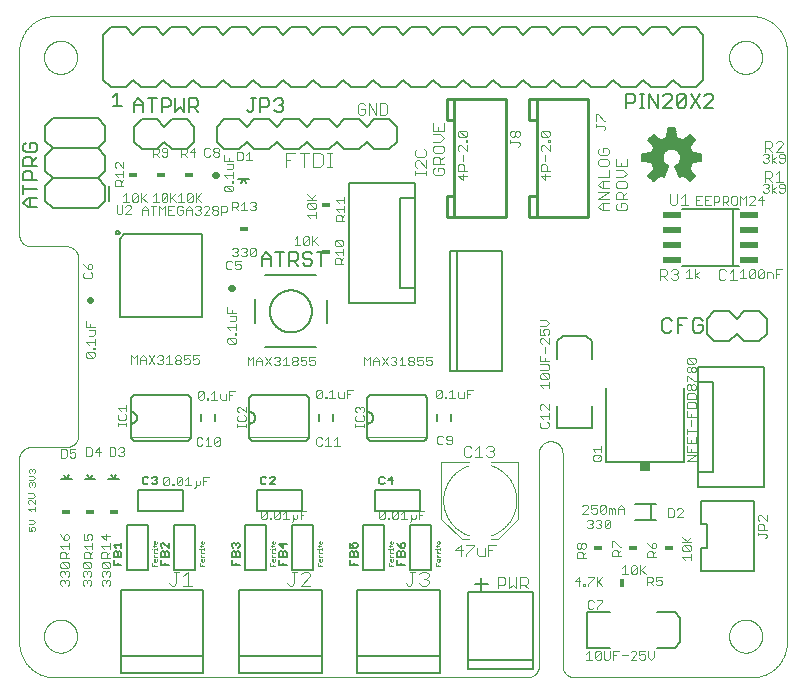
<source format=gto>
G75*
%MOIN*%
%OFA0B0*%
%FSLAX25Y25*%
%IPPOS*%
%LPD*%
%AMOC8*
5,1,8,0,0,1.08239X$1,22.5*
%
%ADD10C,0.00000*%
%ADD11C,0.00300*%
%ADD12C,0.00600*%
%ADD13C,0.00200*%
%ADD14C,0.00500*%
%ADD15C,0.00800*%
%ADD16R,0.05984X0.01930*%
%ADD17C,0.00400*%
%ADD18R,0.03400X0.03000*%
%ADD19R,0.01800X0.03000*%
%ADD20R,0.03000X0.01800*%
%ADD21C,0.02200*%
%ADD22C,0.01000*%
%ADD23C,0.00591*%
D10*
X0014400Y0001605D02*
X0171881Y0001605D01*
X0172005Y0001607D01*
X0172128Y0001613D01*
X0172252Y0001622D01*
X0172374Y0001636D01*
X0172497Y0001653D01*
X0172619Y0001675D01*
X0172740Y0001700D01*
X0172860Y0001729D01*
X0172979Y0001761D01*
X0173098Y0001798D01*
X0173215Y0001838D01*
X0173330Y0001881D01*
X0173445Y0001929D01*
X0173557Y0001980D01*
X0173668Y0002034D01*
X0173778Y0002092D01*
X0173885Y0002153D01*
X0173991Y0002218D01*
X0174094Y0002286D01*
X0174195Y0002357D01*
X0174294Y0002431D01*
X0174391Y0002508D01*
X0174485Y0002589D01*
X0174576Y0002672D01*
X0174665Y0002758D01*
X0174751Y0002847D01*
X0174834Y0002938D01*
X0174915Y0003032D01*
X0174992Y0003129D01*
X0175066Y0003228D01*
X0175137Y0003329D01*
X0175205Y0003432D01*
X0175270Y0003538D01*
X0175331Y0003645D01*
X0175389Y0003755D01*
X0175443Y0003866D01*
X0175494Y0003978D01*
X0175542Y0004093D01*
X0175585Y0004208D01*
X0175625Y0004325D01*
X0175662Y0004444D01*
X0175694Y0004563D01*
X0175723Y0004683D01*
X0175748Y0004804D01*
X0175770Y0004926D01*
X0175787Y0005049D01*
X0175801Y0005171D01*
X0175810Y0005295D01*
X0175816Y0005418D01*
X0175818Y0005542D01*
X0175818Y0076408D01*
X0175820Y0076532D01*
X0175826Y0076655D01*
X0175835Y0076779D01*
X0175849Y0076901D01*
X0175866Y0077024D01*
X0175888Y0077146D01*
X0175913Y0077267D01*
X0175942Y0077387D01*
X0175974Y0077506D01*
X0176011Y0077625D01*
X0176051Y0077742D01*
X0176094Y0077857D01*
X0176142Y0077972D01*
X0176193Y0078084D01*
X0176247Y0078195D01*
X0176305Y0078305D01*
X0176366Y0078412D01*
X0176431Y0078518D01*
X0176499Y0078621D01*
X0176570Y0078722D01*
X0176644Y0078821D01*
X0176721Y0078918D01*
X0176802Y0079012D01*
X0176885Y0079103D01*
X0176971Y0079192D01*
X0177060Y0079278D01*
X0177151Y0079361D01*
X0177245Y0079442D01*
X0177342Y0079519D01*
X0177441Y0079593D01*
X0177542Y0079664D01*
X0177645Y0079732D01*
X0177751Y0079797D01*
X0177858Y0079858D01*
X0177968Y0079916D01*
X0178079Y0079970D01*
X0178191Y0080021D01*
X0178306Y0080069D01*
X0178421Y0080112D01*
X0178538Y0080152D01*
X0178657Y0080189D01*
X0178776Y0080221D01*
X0178896Y0080250D01*
X0179017Y0080275D01*
X0179139Y0080297D01*
X0179262Y0080314D01*
X0179384Y0080328D01*
X0179508Y0080337D01*
X0179631Y0080343D01*
X0179755Y0080345D01*
X0179879Y0080343D01*
X0180002Y0080337D01*
X0180126Y0080328D01*
X0180248Y0080314D01*
X0180371Y0080297D01*
X0180493Y0080275D01*
X0180614Y0080250D01*
X0180734Y0080221D01*
X0180853Y0080189D01*
X0180972Y0080152D01*
X0181089Y0080112D01*
X0181204Y0080069D01*
X0181319Y0080021D01*
X0181431Y0079970D01*
X0181542Y0079916D01*
X0181652Y0079858D01*
X0181759Y0079797D01*
X0181865Y0079732D01*
X0181968Y0079664D01*
X0182069Y0079593D01*
X0182168Y0079519D01*
X0182265Y0079442D01*
X0182359Y0079361D01*
X0182450Y0079278D01*
X0182539Y0079192D01*
X0182625Y0079103D01*
X0182708Y0079012D01*
X0182789Y0078918D01*
X0182866Y0078821D01*
X0182940Y0078722D01*
X0183011Y0078621D01*
X0183079Y0078518D01*
X0183144Y0078412D01*
X0183205Y0078305D01*
X0183263Y0078195D01*
X0183317Y0078084D01*
X0183368Y0077972D01*
X0183416Y0077857D01*
X0183459Y0077742D01*
X0183499Y0077625D01*
X0183536Y0077506D01*
X0183568Y0077387D01*
X0183597Y0077267D01*
X0183622Y0077146D01*
X0183644Y0077024D01*
X0183661Y0076901D01*
X0183675Y0076779D01*
X0183684Y0076655D01*
X0183690Y0076532D01*
X0183692Y0076408D01*
X0183692Y0005542D01*
X0183694Y0005418D01*
X0183700Y0005295D01*
X0183709Y0005171D01*
X0183723Y0005049D01*
X0183740Y0004926D01*
X0183762Y0004804D01*
X0183787Y0004683D01*
X0183816Y0004563D01*
X0183848Y0004444D01*
X0183885Y0004325D01*
X0183925Y0004208D01*
X0183968Y0004093D01*
X0184016Y0003978D01*
X0184067Y0003866D01*
X0184121Y0003755D01*
X0184179Y0003645D01*
X0184240Y0003538D01*
X0184305Y0003432D01*
X0184373Y0003329D01*
X0184444Y0003228D01*
X0184518Y0003129D01*
X0184595Y0003032D01*
X0184676Y0002938D01*
X0184759Y0002847D01*
X0184845Y0002758D01*
X0184934Y0002672D01*
X0185025Y0002589D01*
X0185119Y0002508D01*
X0185216Y0002431D01*
X0185315Y0002357D01*
X0185416Y0002286D01*
X0185519Y0002218D01*
X0185625Y0002153D01*
X0185732Y0002092D01*
X0185842Y0002034D01*
X0185953Y0001980D01*
X0186065Y0001929D01*
X0186180Y0001881D01*
X0186295Y0001838D01*
X0186412Y0001798D01*
X0186531Y0001761D01*
X0186650Y0001729D01*
X0186770Y0001700D01*
X0186891Y0001675D01*
X0187013Y0001653D01*
X0187136Y0001636D01*
X0187258Y0001622D01*
X0187382Y0001613D01*
X0187505Y0001607D01*
X0187629Y0001605D01*
X0246684Y0001605D01*
X0246969Y0001608D01*
X0247255Y0001619D01*
X0247540Y0001636D01*
X0247824Y0001660D01*
X0248108Y0001691D01*
X0248391Y0001729D01*
X0248672Y0001774D01*
X0248953Y0001825D01*
X0249233Y0001883D01*
X0249511Y0001948D01*
X0249787Y0002020D01*
X0250061Y0002098D01*
X0250334Y0002183D01*
X0250604Y0002275D01*
X0250872Y0002373D01*
X0251138Y0002477D01*
X0251401Y0002588D01*
X0251661Y0002705D01*
X0251919Y0002828D01*
X0252173Y0002958D01*
X0252424Y0003094D01*
X0252672Y0003235D01*
X0252916Y0003383D01*
X0253157Y0003536D01*
X0253393Y0003696D01*
X0253626Y0003861D01*
X0253855Y0004031D01*
X0254080Y0004207D01*
X0254300Y0004389D01*
X0254516Y0004575D01*
X0254727Y0004767D01*
X0254934Y0004964D01*
X0255136Y0005166D01*
X0255333Y0005373D01*
X0255525Y0005584D01*
X0255711Y0005800D01*
X0255893Y0006020D01*
X0256069Y0006245D01*
X0256239Y0006474D01*
X0256404Y0006707D01*
X0256564Y0006943D01*
X0256717Y0007184D01*
X0256865Y0007428D01*
X0257006Y0007676D01*
X0257142Y0007927D01*
X0257272Y0008181D01*
X0257395Y0008439D01*
X0257512Y0008699D01*
X0257623Y0008962D01*
X0257727Y0009228D01*
X0257825Y0009496D01*
X0257917Y0009766D01*
X0258002Y0010039D01*
X0258080Y0010313D01*
X0258152Y0010589D01*
X0258217Y0010867D01*
X0258275Y0011147D01*
X0258326Y0011428D01*
X0258371Y0011709D01*
X0258409Y0011992D01*
X0258440Y0012276D01*
X0258464Y0012560D01*
X0258481Y0012845D01*
X0258492Y0013131D01*
X0258495Y0013416D01*
X0258495Y0210267D01*
X0258492Y0210552D01*
X0258481Y0210838D01*
X0258464Y0211123D01*
X0258440Y0211407D01*
X0258409Y0211691D01*
X0258371Y0211974D01*
X0258326Y0212255D01*
X0258275Y0212536D01*
X0258217Y0212816D01*
X0258152Y0213094D01*
X0258080Y0213370D01*
X0258002Y0213644D01*
X0257917Y0213917D01*
X0257825Y0214187D01*
X0257727Y0214455D01*
X0257623Y0214721D01*
X0257512Y0214984D01*
X0257395Y0215244D01*
X0257272Y0215502D01*
X0257142Y0215756D01*
X0257006Y0216007D01*
X0256865Y0216255D01*
X0256717Y0216499D01*
X0256564Y0216740D01*
X0256404Y0216976D01*
X0256239Y0217209D01*
X0256069Y0217438D01*
X0255893Y0217663D01*
X0255711Y0217883D01*
X0255525Y0218099D01*
X0255333Y0218310D01*
X0255136Y0218517D01*
X0254934Y0218719D01*
X0254727Y0218916D01*
X0254516Y0219108D01*
X0254300Y0219294D01*
X0254080Y0219476D01*
X0253855Y0219652D01*
X0253626Y0219822D01*
X0253393Y0219987D01*
X0253157Y0220147D01*
X0252916Y0220300D01*
X0252672Y0220448D01*
X0252424Y0220589D01*
X0252173Y0220725D01*
X0251919Y0220855D01*
X0251661Y0220978D01*
X0251401Y0221095D01*
X0251138Y0221206D01*
X0250872Y0221310D01*
X0250604Y0221408D01*
X0250334Y0221500D01*
X0250061Y0221585D01*
X0249787Y0221663D01*
X0249511Y0221735D01*
X0249233Y0221800D01*
X0248953Y0221858D01*
X0248672Y0221909D01*
X0248391Y0221954D01*
X0248108Y0221992D01*
X0247824Y0222023D01*
X0247540Y0222047D01*
X0247255Y0222064D01*
X0246969Y0222075D01*
X0246684Y0222078D01*
X0014400Y0222078D01*
X0014115Y0222075D01*
X0013829Y0222064D01*
X0013544Y0222047D01*
X0013260Y0222023D01*
X0012976Y0221992D01*
X0012693Y0221954D01*
X0012412Y0221909D01*
X0012131Y0221858D01*
X0011851Y0221800D01*
X0011573Y0221735D01*
X0011297Y0221663D01*
X0011023Y0221585D01*
X0010750Y0221500D01*
X0010480Y0221408D01*
X0010212Y0221310D01*
X0009946Y0221206D01*
X0009683Y0221095D01*
X0009423Y0220978D01*
X0009165Y0220855D01*
X0008911Y0220725D01*
X0008660Y0220589D01*
X0008412Y0220448D01*
X0008168Y0220300D01*
X0007927Y0220147D01*
X0007691Y0219987D01*
X0007458Y0219822D01*
X0007229Y0219652D01*
X0007004Y0219476D01*
X0006784Y0219294D01*
X0006568Y0219108D01*
X0006357Y0218916D01*
X0006150Y0218719D01*
X0005948Y0218517D01*
X0005751Y0218310D01*
X0005559Y0218099D01*
X0005373Y0217883D01*
X0005191Y0217663D01*
X0005015Y0217438D01*
X0004845Y0217209D01*
X0004680Y0216976D01*
X0004520Y0216740D01*
X0004367Y0216499D01*
X0004219Y0216255D01*
X0004078Y0216007D01*
X0003942Y0215756D01*
X0003812Y0215502D01*
X0003689Y0215244D01*
X0003572Y0214984D01*
X0003461Y0214721D01*
X0003357Y0214455D01*
X0003259Y0214187D01*
X0003167Y0213917D01*
X0003082Y0213644D01*
X0003004Y0213370D01*
X0002932Y0213094D01*
X0002867Y0212816D01*
X0002809Y0212536D01*
X0002758Y0212255D01*
X0002713Y0211974D01*
X0002675Y0211691D01*
X0002644Y0211407D01*
X0002620Y0211123D01*
X0002603Y0210838D01*
X0002592Y0210552D01*
X0002589Y0210267D01*
X0002589Y0149243D01*
X0002591Y0149119D01*
X0002597Y0148996D01*
X0002606Y0148872D01*
X0002620Y0148750D01*
X0002637Y0148627D01*
X0002659Y0148505D01*
X0002684Y0148384D01*
X0002713Y0148264D01*
X0002745Y0148145D01*
X0002782Y0148026D01*
X0002822Y0147909D01*
X0002865Y0147794D01*
X0002913Y0147679D01*
X0002964Y0147567D01*
X0003018Y0147456D01*
X0003076Y0147346D01*
X0003137Y0147239D01*
X0003202Y0147133D01*
X0003270Y0147030D01*
X0003341Y0146929D01*
X0003415Y0146830D01*
X0003492Y0146733D01*
X0003573Y0146639D01*
X0003656Y0146548D01*
X0003742Y0146459D01*
X0003831Y0146373D01*
X0003922Y0146290D01*
X0004016Y0146209D01*
X0004113Y0146132D01*
X0004212Y0146058D01*
X0004313Y0145987D01*
X0004416Y0145919D01*
X0004522Y0145854D01*
X0004629Y0145793D01*
X0004739Y0145735D01*
X0004850Y0145681D01*
X0004962Y0145630D01*
X0005077Y0145582D01*
X0005192Y0145539D01*
X0005309Y0145499D01*
X0005428Y0145462D01*
X0005547Y0145430D01*
X0005667Y0145401D01*
X0005788Y0145376D01*
X0005910Y0145354D01*
X0006033Y0145337D01*
X0006155Y0145323D01*
X0006279Y0145314D01*
X0006402Y0145308D01*
X0006526Y0145306D01*
X0018337Y0145306D01*
X0018461Y0145304D01*
X0018584Y0145298D01*
X0018708Y0145289D01*
X0018830Y0145275D01*
X0018953Y0145258D01*
X0019075Y0145236D01*
X0019196Y0145211D01*
X0019316Y0145182D01*
X0019435Y0145150D01*
X0019554Y0145113D01*
X0019671Y0145073D01*
X0019786Y0145030D01*
X0019901Y0144982D01*
X0020013Y0144931D01*
X0020124Y0144877D01*
X0020234Y0144819D01*
X0020341Y0144758D01*
X0020447Y0144693D01*
X0020550Y0144625D01*
X0020651Y0144554D01*
X0020750Y0144480D01*
X0020847Y0144403D01*
X0020941Y0144322D01*
X0021032Y0144239D01*
X0021121Y0144153D01*
X0021207Y0144064D01*
X0021290Y0143973D01*
X0021371Y0143879D01*
X0021448Y0143782D01*
X0021522Y0143683D01*
X0021593Y0143582D01*
X0021661Y0143479D01*
X0021726Y0143373D01*
X0021787Y0143266D01*
X0021845Y0143156D01*
X0021899Y0143045D01*
X0021950Y0142933D01*
X0021998Y0142818D01*
X0022041Y0142703D01*
X0022081Y0142586D01*
X0022118Y0142467D01*
X0022150Y0142348D01*
X0022179Y0142228D01*
X0022204Y0142107D01*
X0022226Y0141985D01*
X0022243Y0141862D01*
X0022257Y0141740D01*
X0022266Y0141616D01*
X0022272Y0141493D01*
X0022274Y0141369D01*
X0022274Y0082314D01*
X0022272Y0082190D01*
X0022266Y0082067D01*
X0022257Y0081943D01*
X0022243Y0081821D01*
X0022226Y0081698D01*
X0022204Y0081576D01*
X0022179Y0081455D01*
X0022150Y0081335D01*
X0022118Y0081216D01*
X0022081Y0081097D01*
X0022041Y0080980D01*
X0021998Y0080865D01*
X0021950Y0080750D01*
X0021899Y0080638D01*
X0021845Y0080527D01*
X0021787Y0080417D01*
X0021726Y0080310D01*
X0021661Y0080204D01*
X0021593Y0080101D01*
X0021522Y0080000D01*
X0021448Y0079901D01*
X0021371Y0079804D01*
X0021290Y0079710D01*
X0021207Y0079619D01*
X0021121Y0079530D01*
X0021032Y0079444D01*
X0020941Y0079361D01*
X0020847Y0079280D01*
X0020750Y0079203D01*
X0020651Y0079129D01*
X0020550Y0079058D01*
X0020447Y0078990D01*
X0020341Y0078925D01*
X0020234Y0078864D01*
X0020124Y0078806D01*
X0020013Y0078752D01*
X0019901Y0078701D01*
X0019786Y0078653D01*
X0019671Y0078610D01*
X0019554Y0078570D01*
X0019435Y0078533D01*
X0019316Y0078501D01*
X0019196Y0078472D01*
X0019075Y0078447D01*
X0018953Y0078425D01*
X0018830Y0078408D01*
X0018708Y0078394D01*
X0018584Y0078385D01*
X0018461Y0078379D01*
X0018337Y0078377D01*
X0006526Y0078377D01*
X0006402Y0078375D01*
X0006279Y0078369D01*
X0006155Y0078360D01*
X0006033Y0078346D01*
X0005910Y0078329D01*
X0005788Y0078307D01*
X0005667Y0078282D01*
X0005547Y0078253D01*
X0005428Y0078221D01*
X0005309Y0078184D01*
X0005192Y0078144D01*
X0005077Y0078101D01*
X0004962Y0078053D01*
X0004850Y0078002D01*
X0004739Y0077948D01*
X0004629Y0077890D01*
X0004522Y0077829D01*
X0004416Y0077764D01*
X0004313Y0077696D01*
X0004212Y0077625D01*
X0004113Y0077551D01*
X0004016Y0077474D01*
X0003922Y0077393D01*
X0003831Y0077310D01*
X0003742Y0077224D01*
X0003656Y0077135D01*
X0003573Y0077044D01*
X0003492Y0076950D01*
X0003415Y0076853D01*
X0003341Y0076754D01*
X0003270Y0076653D01*
X0003202Y0076550D01*
X0003137Y0076444D01*
X0003076Y0076337D01*
X0003018Y0076227D01*
X0002964Y0076116D01*
X0002913Y0076004D01*
X0002865Y0075889D01*
X0002822Y0075774D01*
X0002782Y0075657D01*
X0002745Y0075538D01*
X0002713Y0075419D01*
X0002684Y0075299D01*
X0002659Y0075178D01*
X0002637Y0075056D01*
X0002620Y0074933D01*
X0002606Y0074811D01*
X0002597Y0074687D01*
X0002591Y0074564D01*
X0002589Y0074440D01*
X0002589Y0013416D01*
X0002592Y0013131D01*
X0002603Y0012845D01*
X0002620Y0012560D01*
X0002644Y0012276D01*
X0002675Y0011992D01*
X0002713Y0011709D01*
X0002758Y0011428D01*
X0002809Y0011147D01*
X0002867Y0010867D01*
X0002932Y0010589D01*
X0003004Y0010313D01*
X0003082Y0010039D01*
X0003167Y0009766D01*
X0003259Y0009496D01*
X0003357Y0009228D01*
X0003461Y0008962D01*
X0003572Y0008699D01*
X0003689Y0008439D01*
X0003812Y0008181D01*
X0003942Y0007927D01*
X0004078Y0007676D01*
X0004219Y0007428D01*
X0004367Y0007184D01*
X0004520Y0006943D01*
X0004680Y0006707D01*
X0004845Y0006474D01*
X0005015Y0006245D01*
X0005191Y0006020D01*
X0005373Y0005800D01*
X0005559Y0005584D01*
X0005751Y0005373D01*
X0005948Y0005166D01*
X0006150Y0004964D01*
X0006357Y0004767D01*
X0006568Y0004575D01*
X0006784Y0004389D01*
X0007004Y0004207D01*
X0007229Y0004031D01*
X0007458Y0003861D01*
X0007691Y0003696D01*
X0007927Y0003536D01*
X0008168Y0003383D01*
X0008412Y0003235D01*
X0008660Y0003094D01*
X0008911Y0002958D01*
X0009165Y0002828D01*
X0009423Y0002705D01*
X0009683Y0002588D01*
X0009946Y0002477D01*
X0010212Y0002373D01*
X0010480Y0002275D01*
X0010750Y0002183D01*
X0011023Y0002098D01*
X0011297Y0002020D01*
X0011573Y0001948D01*
X0011851Y0001883D01*
X0012131Y0001825D01*
X0012412Y0001774D01*
X0012693Y0001729D01*
X0012976Y0001691D01*
X0013260Y0001660D01*
X0013544Y0001636D01*
X0013829Y0001619D01*
X0014115Y0001608D01*
X0014400Y0001605D01*
X0010857Y0015385D02*
X0010859Y0015533D01*
X0010865Y0015681D01*
X0010875Y0015829D01*
X0010889Y0015976D01*
X0010907Y0016123D01*
X0010928Y0016269D01*
X0010954Y0016415D01*
X0010984Y0016560D01*
X0011017Y0016704D01*
X0011055Y0016847D01*
X0011096Y0016989D01*
X0011141Y0017130D01*
X0011189Y0017270D01*
X0011242Y0017409D01*
X0011298Y0017546D01*
X0011358Y0017681D01*
X0011421Y0017815D01*
X0011488Y0017947D01*
X0011559Y0018077D01*
X0011633Y0018205D01*
X0011710Y0018331D01*
X0011791Y0018455D01*
X0011875Y0018577D01*
X0011962Y0018696D01*
X0012053Y0018813D01*
X0012147Y0018928D01*
X0012243Y0019040D01*
X0012343Y0019150D01*
X0012445Y0019256D01*
X0012551Y0019360D01*
X0012659Y0019461D01*
X0012770Y0019559D01*
X0012883Y0019655D01*
X0012999Y0019747D01*
X0013117Y0019836D01*
X0013238Y0019921D01*
X0013361Y0020004D01*
X0013486Y0020083D01*
X0013613Y0020159D01*
X0013742Y0020231D01*
X0013873Y0020300D01*
X0014006Y0020365D01*
X0014141Y0020426D01*
X0014277Y0020484D01*
X0014414Y0020539D01*
X0014553Y0020589D01*
X0014694Y0020636D01*
X0014835Y0020679D01*
X0014978Y0020719D01*
X0015122Y0020754D01*
X0015266Y0020786D01*
X0015412Y0020813D01*
X0015558Y0020837D01*
X0015705Y0020857D01*
X0015852Y0020873D01*
X0015999Y0020885D01*
X0016147Y0020893D01*
X0016295Y0020897D01*
X0016443Y0020897D01*
X0016591Y0020893D01*
X0016739Y0020885D01*
X0016886Y0020873D01*
X0017033Y0020857D01*
X0017180Y0020837D01*
X0017326Y0020813D01*
X0017472Y0020786D01*
X0017616Y0020754D01*
X0017760Y0020719D01*
X0017903Y0020679D01*
X0018044Y0020636D01*
X0018185Y0020589D01*
X0018324Y0020539D01*
X0018461Y0020484D01*
X0018597Y0020426D01*
X0018732Y0020365D01*
X0018865Y0020300D01*
X0018996Y0020231D01*
X0019125Y0020159D01*
X0019252Y0020083D01*
X0019377Y0020004D01*
X0019500Y0019921D01*
X0019621Y0019836D01*
X0019739Y0019747D01*
X0019855Y0019655D01*
X0019968Y0019559D01*
X0020079Y0019461D01*
X0020187Y0019360D01*
X0020293Y0019256D01*
X0020395Y0019150D01*
X0020495Y0019040D01*
X0020591Y0018928D01*
X0020685Y0018813D01*
X0020776Y0018696D01*
X0020863Y0018577D01*
X0020947Y0018455D01*
X0021028Y0018331D01*
X0021105Y0018205D01*
X0021179Y0018077D01*
X0021250Y0017947D01*
X0021317Y0017815D01*
X0021380Y0017681D01*
X0021440Y0017546D01*
X0021496Y0017409D01*
X0021549Y0017270D01*
X0021597Y0017130D01*
X0021642Y0016989D01*
X0021683Y0016847D01*
X0021721Y0016704D01*
X0021754Y0016560D01*
X0021784Y0016415D01*
X0021810Y0016269D01*
X0021831Y0016123D01*
X0021849Y0015976D01*
X0021863Y0015829D01*
X0021873Y0015681D01*
X0021879Y0015533D01*
X0021881Y0015385D01*
X0021879Y0015237D01*
X0021873Y0015089D01*
X0021863Y0014941D01*
X0021849Y0014794D01*
X0021831Y0014647D01*
X0021810Y0014501D01*
X0021784Y0014355D01*
X0021754Y0014210D01*
X0021721Y0014066D01*
X0021683Y0013923D01*
X0021642Y0013781D01*
X0021597Y0013640D01*
X0021549Y0013500D01*
X0021496Y0013361D01*
X0021440Y0013224D01*
X0021380Y0013089D01*
X0021317Y0012955D01*
X0021250Y0012823D01*
X0021179Y0012693D01*
X0021105Y0012565D01*
X0021028Y0012439D01*
X0020947Y0012315D01*
X0020863Y0012193D01*
X0020776Y0012074D01*
X0020685Y0011957D01*
X0020591Y0011842D01*
X0020495Y0011730D01*
X0020395Y0011620D01*
X0020293Y0011514D01*
X0020187Y0011410D01*
X0020079Y0011309D01*
X0019968Y0011211D01*
X0019855Y0011115D01*
X0019739Y0011023D01*
X0019621Y0010934D01*
X0019500Y0010849D01*
X0019377Y0010766D01*
X0019252Y0010687D01*
X0019125Y0010611D01*
X0018996Y0010539D01*
X0018865Y0010470D01*
X0018732Y0010405D01*
X0018597Y0010344D01*
X0018461Y0010286D01*
X0018324Y0010231D01*
X0018185Y0010181D01*
X0018044Y0010134D01*
X0017903Y0010091D01*
X0017760Y0010051D01*
X0017616Y0010016D01*
X0017472Y0009984D01*
X0017326Y0009957D01*
X0017180Y0009933D01*
X0017033Y0009913D01*
X0016886Y0009897D01*
X0016739Y0009885D01*
X0016591Y0009877D01*
X0016443Y0009873D01*
X0016295Y0009873D01*
X0016147Y0009877D01*
X0015999Y0009885D01*
X0015852Y0009897D01*
X0015705Y0009913D01*
X0015558Y0009933D01*
X0015412Y0009957D01*
X0015266Y0009984D01*
X0015122Y0010016D01*
X0014978Y0010051D01*
X0014835Y0010091D01*
X0014694Y0010134D01*
X0014553Y0010181D01*
X0014414Y0010231D01*
X0014277Y0010286D01*
X0014141Y0010344D01*
X0014006Y0010405D01*
X0013873Y0010470D01*
X0013742Y0010539D01*
X0013613Y0010611D01*
X0013486Y0010687D01*
X0013361Y0010766D01*
X0013238Y0010849D01*
X0013117Y0010934D01*
X0012999Y0011023D01*
X0012883Y0011115D01*
X0012770Y0011211D01*
X0012659Y0011309D01*
X0012551Y0011410D01*
X0012445Y0011514D01*
X0012343Y0011620D01*
X0012243Y0011730D01*
X0012147Y0011842D01*
X0012053Y0011957D01*
X0011962Y0012074D01*
X0011875Y0012193D01*
X0011791Y0012315D01*
X0011710Y0012439D01*
X0011633Y0012565D01*
X0011559Y0012693D01*
X0011488Y0012823D01*
X0011421Y0012955D01*
X0011358Y0013089D01*
X0011298Y0013224D01*
X0011242Y0013361D01*
X0011189Y0013500D01*
X0011141Y0013640D01*
X0011096Y0013781D01*
X0011055Y0013923D01*
X0011017Y0014066D01*
X0010984Y0014210D01*
X0010954Y0014355D01*
X0010928Y0014501D01*
X0010907Y0014647D01*
X0010889Y0014794D01*
X0010875Y0014941D01*
X0010865Y0015089D01*
X0010859Y0015237D01*
X0010857Y0015385D01*
X0010857Y0208298D02*
X0010859Y0208446D01*
X0010865Y0208594D01*
X0010875Y0208742D01*
X0010889Y0208889D01*
X0010907Y0209036D01*
X0010928Y0209182D01*
X0010954Y0209328D01*
X0010984Y0209473D01*
X0011017Y0209617D01*
X0011055Y0209760D01*
X0011096Y0209902D01*
X0011141Y0210043D01*
X0011189Y0210183D01*
X0011242Y0210322D01*
X0011298Y0210459D01*
X0011358Y0210594D01*
X0011421Y0210728D01*
X0011488Y0210860D01*
X0011559Y0210990D01*
X0011633Y0211118D01*
X0011710Y0211244D01*
X0011791Y0211368D01*
X0011875Y0211490D01*
X0011962Y0211609D01*
X0012053Y0211726D01*
X0012147Y0211841D01*
X0012243Y0211953D01*
X0012343Y0212063D01*
X0012445Y0212169D01*
X0012551Y0212273D01*
X0012659Y0212374D01*
X0012770Y0212472D01*
X0012883Y0212568D01*
X0012999Y0212660D01*
X0013117Y0212749D01*
X0013238Y0212834D01*
X0013361Y0212917D01*
X0013486Y0212996D01*
X0013613Y0213072D01*
X0013742Y0213144D01*
X0013873Y0213213D01*
X0014006Y0213278D01*
X0014141Y0213339D01*
X0014277Y0213397D01*
X0014414Y0213452D01*
X0014553Y0213502D01*
X0014694Y0213549D01*
X0014835Y0213592D01*
X0014978Y0213632D01*
X0015122Y0213667D01*
X0015266Y0213699D01*
X0015412Y0213726D01*
X0015558Y0213750D01*
X0015705Y0213770D01*
X0015852Y0213786D01*
X0015999Y0213798D01*
X0016147Y0213806D01*
X0016295Y0213810D01*
X0016443Y0213810D01*
X0016591Y0213806D01*
X0016739Y0213798D01*
X0016886Y0213786D01*
X0017033Y0213770D01*
X0017180Y0213750D01*
X0017326Y0213726D01*
X0017472Y0213699D01*
X0017616Y0213667D01*
X0017760Y0213632D01*
X0017903Y0213592D01*
X0018044Y0213549D01*
X0018185Y0213502D01*
X0018324Y0213452D01*
X0018461Y0213397D01*
X0018597Y0213339D01*
X0018732Y0213278D01*
X0018865Y0213213D01*
X0018996Y0213144D01*
X0019125Y0213072D01*
X0019252Y0212996D01*
X0019377Y0212917D01*
X0019500Y0212834D01*
X0019621Y0212749D01*
X0019739Y0212660D01*
X0019855Y0212568D01*
X0019968Y0212472D01*
X0020079Y0212374D01*
X0020187Y0212273D01*
X0020293Y0212169D01*
X0020395Y0212063D01*
X0020495Y0211953D01*
X0020591Y0211841D01*
X0020685Y0211726D01*
X0020776Y0211609D01*
X0020863Y0211490D01*
X0020947Y0211368D01*
X0021028Y0211244D01*
X0021105Y0211118D01*
X0021179Y0210990D01*
X0021250Y0210860D01*
X0021317Y0210728D01*
X0021380Y0210594D01*
X0021440Y0210459D01*
X0021496Y0210322D01*
X0021549Y0210183D01*
X0021597Y0210043D01*
X0021642Y0209902D01*
X0021683Y0209760D01*
X0021721Y0209617D01*
X0021754Y0209473D01*
X0021784Y0209328D01*
X0021810Y0209182D01*
X0021831Y0209036D01*
X0021849Y0208889D01*
X0021863Y0208742D01*
X0021873Y0208594D01*
X0021879Y0208446D01*
X0021881Y0208298D01*
X0021879Y0208150D01*
X0021873Y0208002D01*
X0021863Y0207854D01*
X0021849Y0207707D01*
X0021831Y0207560D01*
X0021810Y0207414D01*
X0021784Y0207268D01*
X0021754Y0207123D01*
X0021721Y0206979D01*
X0021683Y0206836D01*
X0021642Y0206694D01*
X0021597Y0206553D01*
X0021549Y0206413D01*
X0021496Y0206274D01*
X0021440Y0206137D01*
X0021380Y0206002D01*
X0021317Y0205868D01*
X0021250Y0205736D01*
X0021179Y0205606D01*
X0021105Y0205478D01*
X0021028Y0205352D01*
X0020947Y0205228D01*
X0020863Y0205106D01*
X0020776Y0204987D01*
X0020685Y0204870D01*
X0020591Y0204755D01*
X0020495Y0204643D01*
X0020395Y0204533D01*
X0020293Y0204427D01*
X0020187Y0204323D01*
X0020079Y0204222D01*
X0019968Y0204124D01*
X0019855Y0204028D01*
X0019739Y0203936D01*
X0019621Y0203847D01*
X0019500Y0203762D01*
X0019377Y0203679D01*
X0019252Y0203600D01*
X0019125Y0203524D01*
X0018996Y0203452D01*
X0018865Y0203383D01*
X0018732Y0203318D01*
X0018597Y0203257D01*
X0018461Y0203199D01*
X0018324Y0203144D01*
X0018185Y0203094D01*
X0018044Y0203047D01*
X0017903Y0203004D01*
X0017760Y0202964D01*
X0017616Y0202929D01*
X0017472Y0202897D01*
X0017326Y0202870D01*
X0017180Y0202846D01*
X0017033Y0202826D01*
X0016886Y0202810D01*
X0016739Y0202798D01*
X0016591Y0202790D01*
X0016443Y0202786D01*
X0016295Y0202786D01*
X0016147Y0202790D01*
X0015999Y0202798D01*
X0015852Y0202810D01*
X0015705Y0202826D01*
X0015558Y0202846D01*
X0015412Y0202870D01*
X0015266Y0202897D01*
X0015122Y0202929D01*
X0014978Y0202964D01*
X0014835Y0203004D01*
X0014694Y0203047D01*
X0014553Y0203094D01*
X0014414Y0203144D01*
X0014277Y0203199D01*
X0014141Y0203257D01*
X0014006Y0203318D01*
X0013873Y0203383D01*
X0013742Y0203452D01*
X0013613Y0203524D01*
X0013486Y0203600D01*
X0013361Y0203679D01*
X0013238Y0203762D01*
X0013117Y0203847D01*
X0012999Y0203936D01*
X0012883Y0204028D01*
X0012770Y0204124D01*
X0012659Y0204222D01*
X0012551Y0204323D01*
X0012445Y0204427D01*
X0012343Y0204533D01*
X0012243Y0204643D01*
X0012147Y0204755D01*
X0012053Y0204870D01*
X0011962Y0204987D01*
X0011875Y0205106D01*
X0011791Y0205228D01*
X0011710Y0205352D01*
X0011633Y0205478D01*
X0011559Y0205606D01*
X0011488Y0205736D01*
X0011421Y0205868D01*
X0011358Y0206002D01*
X0011298Y0206137D01*
X0011242Y0206274D01*
X0011189Y0206413D01*
X0011141Y0206553D01*
X0011096Y0206694D01*
X0011055Y0206836D01*
X0011017Y0206979D01*
X0010984Y0207123D01*
X0010954Y0207268D01*
X0010928Y0207414D01*
X0010907Y0207560D01*
X0010889Y0207707D01*
X0010875Y0207854D01*
X0010865Y0208002D01*
X0010859Y0208150D01*
X0010857Y0208298D01*
X0239203Y0208298D02*
X0239205Y0208446D01*
X0239211Y0208594D01*
X0239221Y0208742D01*
X0239235Y0208889D01*
X0239253Y0209036D01*
X0239274Y0209182D01*
X0239300Y0209328D01*
X0239330Y0209473D01*
X0239363Y0209617D01*
X0239401Y0209760D01*
X0239442Y0209902D01*
X0239487Y0210043D01*
X0239535Y0210183D01*
X0239588Y0210322D01*
X0239644Y0210459D01*
X0239704Y0210594D01*
X0239767Y0210728D01*
X0239834Y0210860D01*
X0239905Y0210990D01*
X0239979Y0211118D01*
X0240056Y0211244D01*
X0240137Y0211368D01*
X0240221Y0211490D01*
X0240308Y0211609D01*
X0240399Y0211726D01*
X0240493Y0211841D01*
X0240589Y0211953D01*
X0240689Y0212063D01*
X0240791Y0212169D01*
X0240897Y0212273D01*
X0241005Y0212374D01*
X0241116Y0212472D01*
X0241229Y0212568D01*
X0241345Y0212660D01*
X0241463Y0212749D01*
X0241584Y0212834D01*
X0241707Y0212917D01*
X0241832Y0212996D01*
X0241959Y0213072D01*
X0242088Y0213144D01*
X0242219Y0213213D01*
X0242352Y0213278D01*
X0242487Y0213339D01*
X0242623Y0213397D01*
X0242760Y0213452D01*
X0242899Y0213502D01*
X0243040Y0213549D01*
X0243181Y0213592D01*
X0243324Y0213632D01*
X0243468Y0213667D01*
X0243612Y0213699D01*
X0243758Y0213726D01*
X0243904Y0213750D01*
X0244051Y0213770D01*
X0244198Y0213786D01*
X0244345Y0213798D01*
X0244493Y0213806D01*
X0244641Y0213810D01*
X0244789Y0213810D01*
X0244937Y0213806D01*
X0245085Y0213798D01*
X0245232Y0213786D01*
X0245379Y0213770D01*
X0245526Y0213750D01*
X0245672Y0213726D01*
X0245818Y0213699D01*
X0245962Y0213667D01*
X0246106Y0213632D01*
X0246249Y0213592D01*
X0246390Y0213549D01*
X0246531Y0213502D01*
X0246670Y0213452D01*
X0246807Y0213397D01*
X0246943Y0213339D01*
X0247078Y0213278D01*
X0247211Y0213213D01*
X0247342Y0213144D01*
X0247471Y0213072D01*
X0247598Y0212996D01*
X0247723Y0212917D01*
X0247846Y0212834D01*
X0247967Y0212749D01*
X0248085Y0212660D01*
X0248201Y0212568D01*
X0248314Y0212472D01*
X0248425Y0212374D01*
X0248533Y0212273D01*
X0248639Y0212169D01*
X0248741Y0212063D01*
X0248841Y0211953D01*
X0248937Y0211841D01*
X0249031Y0211726D01*
X0249122Y0211609D01*
X0249209Y0211490D01*
X0249293Y0211368D01*
X0249374Y0211244D01*
X0249451Y0211118D01*
X0249525Y0210990D01*
X0249596Y0210860D01*
X0249663Y0210728D01*
X0249726Y0210594D01*
X0249786Y0210459D01*
X0249842Y0210322D01*
X0249895Y0210183D01*
X0249943Y0210043D01*
X0249988Y0209902D01*
X0250029Y0209760D01*
X0250067Y0209617D01*
X0250100Y0209473D01*
X0250130Y0209328D01*
X0250156Y0209182D01*
X0250177Y0209036D01*
X0250195Y0208889D01*
X0250209Y0208742D01*
X0250219Y0208594D01*
X0250225Y0208446D01*
X0250227Y0208298D01*
X0250225Y0208150D01*
X0250219Y0208002D01*
X0250209Y0207854D01*
X0250195Y0207707D01*
X0250177Y0207560D01*
X0250156Y0207414D01*
X0250130Y0207268D01*
X0250100Y0207123D01*
X0250067Y0206979D01*
X0250029Y0206836D01*
X0249988Y0206694D01*
X0249943Y0206553D01*
X0249895Y0206413D01*
X0249842Y0206274D01*
X0249786Y0206137D01*
X0249726Y0206002D01*
X0249663Y0205868D01*
X0249596Y0205736D01*
X0249525Y0205606D01*
X0249451Y0205478D01*
X0249374Y0205352D01*
X0249293Y0205228D01*
X0249209Y0205106D01*
X0249122Y0204987D01*
X0249031Y0204870D01*
X0248937Y0204755D01*
X0248841Y0204643D01*
X0248741Y0204533D01*
X0248639Y0204427D01*
X0248533Y0204323D01*
X0248425Y0204222D01*
X0248314Y0204124D01*
X0248201Y0204028D01*
X0248085Y0203936D01*
X0247967Y0203847D01*
X0247846Y0203762D01*
X0247723Y0203679D01*
X0247598Y0203600D01*
X0247471Y0203524D01*
X0247342Y0203452D01*
X0247211Y0203383D01*
X0247078Y0203318D01*
X0246943Y0203257D01*
X0246807Y0203199D01*
X0246670Y0203144D01*
X0246531Y0203094D01*
X0246390Y0203047D01*
X0246249Y0203004D01*
X0246106Y0202964D01*
X0245962Y0202929D01*
X0245818Y0202897D01*
X0245672Y0202870D01*
X0245526Y0202846D01*
X0245379Y0202826D01*
X0245232Y0202810D01*
X0245085Y0202798D01*
X0244937Y0202790D01*
X0244789Y0202786D01*
X0244641Y0202786D01*
X0244493Y0202790D01*
X0244345Y0202798D01*
X0244198Y0202810D01*
X0244051Y0202826D01*
X0243904Y0202846D01*
X0243758Y0202870D01*
X0243612Y0202897D01*
X0243468Y0202929D01*
X0243324Y0202964D01*
X0243181Y0203004D01*
X0243040Y0203047D01*
X0242899Y0203094D01*
X0242760Y0203144D01*
X0242623Y0203199D01*
X0242487Y0203257D01*
X0242352Y0203318D01*
X0242219Y0203383D01*
X0242088Y0203452D01*
X0241959Y0203524D01*
X0241832Y0203600D01*
X0241707Y0203679D01*
X0241584Y0203762D01*
X0241463Y0203847D01*
X0241345Y0203936D01*
X0241229Y0204028D01*
X0241116Y0204124D01*
X0241005Y0204222D01*
X0240897Y0204323D01*
X0240791Y0204427D01*
X0240689Y0204533D01*
X0240589Y0204643D01*
X0240493Y0204755D01*
X0240399Y0204870D01*
X0240308Y0204987D01*
X0240221Y0205106D01*
X0240137Y0205228D01*
X0240056Y0205352D01*
X0239979Y0205478D01*
X0239905Y0205606D01*
X0239834Y0205736D01*
X0239767Y0205868D01*
X0239704Y0206002D01*
X0239644Y0206137D01*
X0239588Y0206274D01*
X0239535Y0206413D01*
X0239487Y0206553D01*
X0239442Y0206694D01*
X0239401Y0206836D01*
X0239363Y0206979D01*
X0239330Y0207123D01*
X0239300Y0207268D01*
X0239274Y0207414D01*
X0239253Y0207560D01*
X0239235Y0207707D01*
X0239221Y0207854D01*
X0239211Y0208002D01*
X0239205Y0208150D01*
X0239203Y0208298D01*
X0239203Y0015385D02*
X0239205Y0015533D01*
X0239211Y0015681D01*
X0239221Y0015829D01*
X0239235Y0015976D01*
X0239253Y0016123D01*
X0239274Y0016269D01*
X0239300Y0016415D01*
X0239330Y0016560D01*
X0239363Y0016704D01*
X0239401Y0016847D01*
X0239442Y0016989D01*
X0239487Y0017130D01*
X0239535Y0017270D01*
X0239588Y0017409D01*
X0239644Y0017546D01*
X0239704Y0017681D01*
X0239767Y0017815D01*
X0239834Y0017947D01*
X0239905Y0018077D01*
X0239979Y0018205D01*
X0240056Y0018331D01*
X0240137Y0018455D01*
X0240221Y0018577D01*
X0240308Y0018696D01*
X0240399Y0018813D01*
X0240493Y0018928D01*
X0240589Y0019040D01*
X0240689Y0019150D01*
X0240791Y0019256D01*
X0240897Y0019360D01*
X0241005Y0019461D01*
X0241116Y0019559D01*
X0241229Y0019655D01*
X0241345Y0019747D01*
X0241463Y0019836D01*
X0241584Y0019921D01*
X0241707Y0020004D01*
X0241832Y0020083D01*
X0241959Y0020159D01*
X0242088Y0020231D01*
X0242219Y0020300D01*
X0242352Y0020365D01*
X0242487Y0020426D01*
X0242623Y0020484D01*
X0242760Y0020539D01*
X0242899Y0020589D01*
X0243040Y0020636D01*
X0243181Y0020679D01*
X0243324Y0020719D01*
X0243468Y0020754D01*
X0243612Y0020786D01*
X0243758Y0020813D01*
X0243904Y0020837D01*
X0244051Y0020857D01*
X0244198Y0020873D01*
X0244345Y0020885D01*
X0244493Y0020893D01*
X0244641Y0020897D01*
X0244789Y0020897D01*
X0244937Y0020893D01*
X0245085Y0020885D01*
X0245232Y0020873D01*
X0245379Y0020857D01*
X0245526Y0020837D01*
X0245672Y0020813D01*
X0245818Y0020786D01*
X0245962Y0020754D01*
X0246106Y0020719D01*
X0246249Y0020679D01*
X0246390Y0020636D01*
X0246531Y0020589D01*
X0246670Y0020539D01*
X0246807Y0020484D01*
X0246943Y0020426D01*
X0247078Y0020365D01*
X0247211Y0020300D01*
X0247342Y0020231D01*
X0247471Y0020159D01*
X0247598Y0020083D01*
X0247723Y0020004D01*
X0247846Y0019921D01*
X0247967Y0019836D01*
X0248085Y0019747D01*
X0248201Y0019655D01*
X0248314Y0019559D01*
X0248425Y0019461D01*
X0248533Y0019360D01*
X0248639Y0019256D01*
X0248741Y0019150D01*
X0248841Y0019040D01*
X0248937Y0018928D01*
X0249031Y0018813D01*
X0249122Y0018696D01*
X0249209Y0018577D01*
X0249293Y0018455D01*
X0249374Y0018331D01*
X0249451Y0018205D01*
X0249525Y0018077D01*
X0249596Y0017947D01*
X0249663Y0017815D01*
X0249726Y0017681D01*
X0249786Y0017546D01*
X0249842Y0017409D01*
X0249895Y0017270D01*
X0249943Y0017130D01*
X0249988Y0016989D01*
X0250029Y0016847D01*
X0250067Y0016704D01*
X0250100Y0016560D01*
X0250130Y0016415D01*
X0250156Y0016269D01*
X0250177Y0016123D01*
X0250195Y0015976D01*
X0250209Y0015829D01*
X0250219Y0015681D01*
X0250225Y0015533D01*
X0250227Y0015385D01*
X0250225Y0015237D01*
X0250219Y0015089D01*
X0250209Y0014941D01*
X0250195Y0014794D01*
X0250177Y0014647D01*
X0250156Y0014501D01*
X0250130Y0014355D01*
X0250100Y0014210D01*
X0250067Y0014066D01*
X0250029Y0013923D01*
X0249988Y0013781D01*
X0249943Y0013640D01*
X0249895Y0013500D01*
X0249842Y0013361D01*
X0249786Y0013224D01*
X0249726Y0013089D01*
X0249663Y0012955D01*
X0249596Y0012823D01*
X0249525Y0012693D01*
X0249451Y0012565D01*
X0249374Y0012439D01*
X0249293Y0012315D01*
X0249209Y0012193D01*
X0249122Y0012074D01*
X0249031Y0011957D01*
X0248937Y0011842D01*
X0248841Y0011730D01*
X0248741Y0011620D01*
X0248639Y0011514D01*
X0248533Y0011410D01*
X0248425Y0011309D01*
X0248314Y0011211D01*
X0248201Y0011115D01*
X0248085Y0011023D01*
X0247967Y0010934D01*
X0247846Y0010849D01*
X0247723Y0010766D01*
X0247598Y0010687D01*
X0247471Y0010611D01*
X0247342Y0010539D01*
X0247211Y0010470D01*
X0247078Y0010405D01*
X0246943Y0010344D01*
X0246807Y0010286D01*
X0246670Y0010231D01*
X0246531Y0010181D01*
X0246390Y0010134D01*
X0246249Y0010091D01*
X0246106Y0010051D01*
X0245962Y0010016D01*
X0245818Y0009984D01*
X0245672Y0009957D01*
X0245526Y0009933D01*
X0245379Y0009913D01*
X0245232Y0009897D01*
X0245085Y0009885D01*
X0244937Y0009877D01*
X0244789Y0009873D01*
X0244641Y0009873D01*
X0244493Y0009877D01*
X0244345Y0009885D01*
X0244198Y0009897D01*
X0244051Y0009913D01*
X0243904Y0009933D01*
X0243758Y0009957D01*
X0243612Y0009984D01*
X0243468Y0010016D01*
X0243324Y0010051D01*
X0243181Y0010091D01*
X0243040Y0010134D01*
X0242899Y0010181D01*
X0242760Y0010231D01*
X0242623Y0010286D01*
X0242487Y0010344D01*
X0242352Y0010405D01*
X0242219Y0010470D01*
X0242088Y0010539D01*
X0241959Y0010611D01*
X0241832Y0010687D01*
X0241707Y0010766D01*
X0241584Y0010849D01*
X0241463Y0010934D01*
X0241345Y0011023D01*
X0241229Y0011115D01*
X0241116Y0011211D01*
X0241005Y0011309D01*
X0240897Y0011410D01*
X0240791Y0011514D01*
X0240689Y0011620D01*
X0240589Y0011730D01*
X0240493Y0011842D01*
X0240399Y0011957D01*
X0240308Y0012074D01*
X0240221Y0012193D01*
X0240137Y0012315D01*
X0240056Y0012439D01*
X0239979Y0012565D01*
X0239905Y0012693D01*
X0239834Y0012823D01*
X0239767Y0012955D01*
X0239704Y0013089D01*
X0239644Y0013224D01*
X0239588Y0013361D01*
X0239535Y0013500D01*
X0239487Y0013640D01*
X0239442Y0013781D01*
X0239401Y0013923D01*
X0239363Y0014066D01*
X0239330Y0014210D01*
X0239300Y0014355D01*
X0239274Y0014501D01*
X0239253Y0014647D01*
X0239235Y0014794D01*
X0239221Y0014941D01*
X0239211Y0015089D01*
X0239205Y0015237D01*
X0239203Y0015385D01*
D11*
X0216719Y0032798D02*
X0216236Y0032314D01*
X0215268Y0032314D01*
X0214784Y0032798D01*
X0214784Y0033765D02*
X0215752Y0034249D01*
X0216236Y0034249D01*
X0216719Y0033765D01*
X0216719Y0032798D01*
X0214784Y0033765D02*
X0214784Y0035217D01*
X0216719Y0035217D01*
X0213773Y0034733D02*
X0213773Y0033765D01*
X0213289Y0033282D01*
X0211838Y0033282D01*
X0212805Y0033282D02*
X0213773Y0032314D01*
X0211838Y0032314D02*
X0211838Y0035217D01*
X0213289Y0035217D01*
X0213773Y0034733D01*
X0211436Y0036028D02*
X0209985Y0037479D01*
X0209502Y0036995D02*
X0211436Y0038930D01*
X0209502Y0038930D02*
X0209502Y0036028D01*
X0208490Y0036511D02*
X0208490Y0038446D01*
X0206555Y0036511D01*
X0207039Y0036028D01*
X0208006Y0036028D01*
X0208490Y0036511D01*
X0206555Y0036511D02*
X0206555Y0038446D01*
X0207039Y0038930D01*
X0208006Y0038930D01*
X0208490Y0038446D01*
X0205543Y0036028D02*
X0203608Y0036028D01*
X0204576Y0036028D02*
X0204576Y0038930D01*
X0203608Y0037963D01*
X0203180Y0042054D02*
X0200277Y0042054D01*
X0200277Y0043506D01*
X0200761Y0043989D01*
X0201728Y0043989D01*
X0202212Y0043506D01*
X0202212Y0042054D01*
X0202212Y0043022D02*
X0203180Y0043989D01*
X0203180Y0045001D02*
X0202696Y0045001D01*
X0200761Y0046936D01*
X0200277Y0046936D01*
X0200277Y0045001D01*
X0199142Y0051283D02*
X0198174Y0051283D01*
X0197690Y0051767D01*
X0199625Y0053702D01*
X0199625Y0051767D01*
X0199142Y0051283D01*
X0197690Y0051767D02*
X0197690Y0053702D01*
X0198174Y0054186D01*
X0199142Y0054186D01*
X0199625Y0053702D01*
X0199173Y0056220D02*
X0199173Y0058155D01*
X0199657Y0058155D01*
X0200141Y0057672D01*
X0200624Y0058155D01*
X0201108Y0057672D01*
X0201108Y0056220D01*
X0200141Y0056220D02*
X0200141Y0057672D01*
X0202120Y0057672D02*
X0204055Y0057672D01*
X0204055Y0058155D02*
X0204055Y0056220D01*
X0202120Y0056220D02*
X0202120Y0058155D01*
X0203087Y0059123D01*
X0204055Y0058155D01*
X0198162Y0058639D02*
X0198162Y0056704D01*
X0197678Y0056220D01*
X0196710Y0056220D01*
X0196227Y0056704D01*
X0198162Y0058639D01*
X0197678Y0059123D01*
X0196710Y0059123D01*
X0196227Y0058639D01*
X0196227Y0056704D01*
X0195215Y0056704D02*
X0194731Y0056220D01*
X0193764Y0056220D01*
X0193280Y0056704D01*
X0193280Y0057672D02*
X0194248Y0058155D01*
X0194731Y0058155D01*
X0195215Y0057672D01*
X0195215Y0056704D01*
X0193280Y0057672D02*
X0193280Y0059123D01*
X0195215Y0059123D01*
X0192269Y0058639D02*
X0191785Y0059123D01*
X0190817Y0059123D01*
X0190334Y0058639D01*
X0192269Y0058639D02*
X0192269Y0058155D01*
X0190334Y0056220D01*
X0192269Y0056220D01*
X0192281Y0054186D02*
X0193249Y0054186D01*
X0193732Y0053702D01*
X0193732Y0053218D01*
X0193249Y0052735D01*
X0193732Y0052251D01*
X0193732Y0051767D01*
X0193249Y0051283D01*
X0192281Y0051283D01*
X0191797Y0051767D01*
X0192765Y0052735D02*
X0193249Y0052735D01*
X0191797Y0053702D02*
X0192281Y0054186D01*
X0194744Y0053702D02*
X0195228Y0054186D01*
X0196195Y0054186D01*
X0196679Y0053702D01*
X0196679Y0053218D01*
X0196195Y0052735D01*
X0196679Y0052251D01*
X0196679Y0051767D01*
X0196195Y0051283D01*
X0195228Y0051283D01*
X0194744Y0051767D01*
X0195711Y0052735D02*
X0196195Y0052735D01*
X0190885Y0046444D02*
X0191369Y0045960D01*
X0191369Y0044992D01*
X0190885Y0044509D01*
X0190401Y0044509D01*
X0189917Y0044992D01*
X0189917Y0045960D01*
X0190401Y0046444D01*
X0190885Y0046444D01*
X0189917Y0045960D02*
X0189434Y0046444D01*
X0188950Y0046444D01*
X0188466Y0045960D01*
X0188466Y0044992D01*
X0188950Y0044509D01*
X0189434Y0044509D01*
X0189917Y0044992D01*
X0189917Y0043497D02*
X0190401Y0043013D01*
X0190401Y0041562D01*
X0191369Y0041562D02*
X0188466Y0041562D01*
X0188466Y0043013D01*
X0188950Y0043497D01*
X0189917Y0043497D01*
X0190401Y0042530D02*
X0191369Y0043497D01*
X0192136Y0035099D02*
X0194070Y0035099D01*
X0194070Y0034615D01*
X0192136Y0032680D01*
X0192136Y0032196D01*
X0191146Y0032196D02*
X0190662Y0032196D01*
X0190662Y0032680D01*
X0191146Y0032680D01*
X0191146Y0032196D01*
X0189167Y0032196D02*
X0189167Y0035099D01*
X0187716Y0033647D01*
X0189651Y0033647D01*
X0195082Y0033164D02*
X0197017Y0035099D01*
X0195082Y0035099D02*
X0195082Y0032196D01*
X0195566Y0033647D02*
X0197017Y0032196D01*
X0197011Y0027374D02*
X0195076Y0027374D01*
X0194064Y0026890D02*
X0193580Y0027374D01*
X0192613Y0027374D01*
X0192129Y0026890D01*
X0192129Y0024955D01*
X0192613Y0024472D01*
X0193580Y0024472D01*
X0194064Y0024955D01*
X0195076Y0024955D02*
X0195076Y0024472D01*
X0195076Y0024955D02*
X0197011Y0026890D01*
X0197011Y0027374D01*
X0211938Y0041685D02*
X0211938Y0043136D01*
X0212421Y0043620D01*
X0213389Y0043620D01*
X0213873Y0043136D01*
X0213873Y0041685D01*
X0214840Y0041685D02*
X0211938Y0041685D01*
X0213873Y0042652D02*
X0214840Y0043620D01*
X0214356Y0044631D02*
X0214840Y0045115D01*
X0214840Y0046083D01*
X0214356Y0046566D01*
X0213873Y0046566D01*
X0213389Y0046083D01*
X0213389Y0044631D01*
X0214356Y0044631D01*
X0213389Y0044631D02*
X0212421Y0045599D01*
X0211938Y0046566D01*
X0218850Y0055087D02*
X0220302Y0055087D01*
X0220785Y0055570D01*
X0220785Y0057505D01*
X0220302Y0057989D01*
X0218850Y0057989D01*
X0218850Y0055087D01*
X0221797Y0055087D02*
X0223732Y0057022D01*
X0223732Y0057505D01*
X0223248Y0057989D01*
X0222281Y0057989D01*
X0221797Y0057505D01*
X0221797Y0055087D02*
X0223732Y0055087D01*
X0223631Y0048543D02*
X0225566Y0046608D01*
X0225082Y0047092D02*
X0226533Y0048543D01*
X0226533Y0046608D02*
X0223631Y0046608D01*
X0224114Y0045596D02*
X0226049Y0043661D01*
X0226533Y0044145D01*
X0226533Y0045113D01*
X0226049Y0045596D01*
X0224114Y0045596D01*
X0223631Y0045113D01*
X0223631Y0044145D01*
X0224114Y0043661D01*
X0226049Y0043661D01*
X0226533Y0042650D02*
X0226533Y0040715D01*
X0226533Y0041682D02*
X0223631Y0041682D01*
X0224598Y0040715D01*
X0248800Y0048938D02*
X0248800Y0049906D01*
X0248800Y0049422D02*
X0251219Y0049422D01*
X0251702Y0048938D01*
X0251702Y0048454D01*
X0251219Y0047971D01*
X0251702Y0050917D02*
X0248800Y0050917D01*
X0248800Y0052368D01*
X0249284Y0052852D01*
X0250251Y0052852D01*
X0250735Y0052368D01*
X0250735Y0050917D01*
X0251702Y0053864D02*
X0249767Y0055799D01*
X0249284Y0055799D01*
X0248800Y0055315D01*
X0248800Y0054347D01*
X0249284Y0053864D01*
X0251702Y0053864D02*
X0251702Y0055799D01*
X0228077Y0073794D02*
X0225175Y0073794D01*
X0228077Y0075729D01*
X0225175Y0075729D01*
X0225175Y0076741D02*
X0225175Y0078676D01*
X0225175Y0079688D02*
X0228077Y0079688D01*
X0228077Y0081623D01*
X0226626Y0080655D02*
X0226626Y0079688D01*
X0225175Y0079688D02*
X0225175Y0081623D01*
X0225175Y0082634D02*
X0225175Y0084569D01*
X0225175Y0083602D02*
X0228077Y0083602D01*
X0226626Y0085581D02*
X0226626Y0087516D01*
X0226626Y0088527D02*
X0226626Y0089495D01*
X0225175Y0090462D02*
X0225175Y0088527D01*
X0228077Y0088527D01*
X0228077Y0091474D02*
X0225175Y0091474D01*
X0225175Y0092925D01*
X0225658Y0093409D01*
X0227593Y0093409D01*
X0228077Y0092925D01*
X0228077Y0091474D01*
X0228077Y0094420D02*
X0225175Y0094420D01*
X0225175Y0095871D01*
X0225658Y0096355D01*
X0227593Y0096355D01*
X0228077Y0095871D01*
X0228077Y0094420D01*
X0227593Y0097367D02*
X0227110Y0097367D01*
X0226626Y0097850D01*
X0226626Y0098818D01*
X0227110Y0099302D01*
X0227593Y0099302D01*
X0228077Y0098818D01*
X0228077Y0097850D01*
X0227593Y0097367D01*
X0226626Y0097850D02*
X0226142Y0097367D01*
X0225658Y0097367D01*
X0225175Y0097850D01*
X0225175Y0098818D01*
X0225658Y0099302D01*
X0226142Y0099302D01*
X0226626Y0098818D01*
X0227593Y0100313D02*
X0225658Y0102248D01*
X0225175Y0102248D01*
X0225175Y0100313D01*
X0227593Y0100313D02*
X0228077Y0100313D01*
X0227593Y0103260D02*
X0227110Y0103260D01*
X0226626Y0103743D01*
X0226626Y0104711D01*
X0227110Y0105195D01*
X0227593Y0105195D01*
X0228077Y0104711D01*
X0228077Y0103743D01*
X0227593Y0103260D01*
X0226626Y0103743D02*
X0226142Y0103260D01*
X0225658Y0103260D01*
X0225175Y0103743D01*
X0225175Y0104711D01*
X0225658Y0105195D01*
X0226142Y0105195D01*
X0226626Y0104711D01*
X0227593Y0106206D02*
X0225658Y0106206D01*
X0225175Y0106690D01*
X0225175Y0107657D01*
X0225658Y0108141D01*
X0227593Y0106206D01*
X0228077Y0106690D01*
X0228077Y0107657D01*
X0227593Y0108141D01*
X0225658Y0108141D01*
X0225785Y0134698D02*
X0225785Y0137601D01*
X0224817Y0136633D01*
X0224817Y0134698D02*
X0226752Y0134698D01*
X0227764Y0134698D02*
X0227764Y0137601D01*
X0229215Y0136633D02*
X0227764Y0135666D01*
X0229215Y0134698D01*
X0243005Y0134698D02*
X0244940Y0134698D01*
X0243973Y0134698D02*
X0243973Y0137601D01*
X0243005Y0136633D01*
X0245952Y0137117D02*
X0245952Y0135182D01*
X0247887Y0137117D01*
X0247887Y0135182D01*
X0247403Y0134698D01*
X0246435Y0134698D01*
X0245952Y0135182D01*
X0245952Y0137117D02*
X0246435Y0137601D01*
X0247403Y0137601D01*
X0247887Y0137117D01*
X0248898Y0137117D02*
X0249382Y0137601D01*
X0250349Y0137601D01*
X0250833Y0137117D01*
X0248898Y0135182D01*
X0249382Y0134698D01*
X0250349Y0134698D01*
X0250833Y0135182D01*
X0250833Y0137117D01*
X0251845Y0136633D02*
X0253296Y0136633D01*
X0253780Y0136149D01*
X0253780Y0134698D01*
X0254791Y0134698D02*
X0254791Y0137601D01*
X0256726Y0137601D01*
X0255759Y0136149D02*
X0254791Y0136149D01*
X0251845Y0136633D02*
X0251845Y0134698D01*
X0248898Y0135182D02*
X0248898Y0137117D01*
X0247806Y0159198D02*
X0245871Y0159198D01*
X0247806Y0161133D01*
X0247806Y0161617D01*
X0247322Y0162101D01*
X0246355Y0162101D01*
X0245871Y0161617D01*
X0244860Y0162101D02*
X0244860Y0159198D01*
X0242925Y0159198D02*
X0242925Y0162101D01*
X0243892Y0161133D01*
X0244860Y0162101D01*
X0241913Y0161617D02*
X0241913Y0159682D01*
X0241429Y0159198D01*
X0240462Y0159198D01*
X0239978Y0159682D01*
X0239978Y0161617D01*
X0240462Y0162101D01*
X0241429Y0162101D01*
X0241913Y0161617D01*
X0238967Y0161617D02*
X0238967Y0160649D01*
X0238483Y0160166D01*
X0237032Y0160166D01*
X0237999Y0160166D02*
X0238967Y0159198D01*
X0237032Y0159198D02*
X0237032Y0162101D01*
X0238483Y0162101D01*
X0238967Y0161617D01*
X0236020Y0161617D02*
X0236020Y0160649D01*
X0235536Y0160166D01*
X0234085Y0160166D01*
X0234085Y0159198D02*
X0234085Y0162101D01*
X0235536Y0162101D01*
X0236020Y0161617D01*
X0233074Y0162101D02*
X0231139Y0162101D01*
X0231139Y0159198D01*
X0233074Y0159198D01*
X0232106Y0160649D02*
X0231139Y0160649D01*
X0230127Y0159198D02*
X0228192Y0159198D01*
X0228192Y0162101D01*
X0230127Y0162101D01*
X0229160Y0160649D02*
X0228192Y0160649D01*
X0248818Y0160649D02*
X0250753Y0160649D01*
X0250269Y0159198D02*
X0250269Y0162101D01*
X0248818Y0160649D01*
X0250926Y0163198D02*
X0250442Y0163682D01*
X0250926Y0163198D02*
X0251893Y0163198D01*
X0252377Y0163682D01*
X0252377Y0164166D01*
X0251893Y0164649D01*
X0251410Y0164649D01*
X0251893Y0164649D02*
X0252377Y0165133D01*
X0252377Y0165617D01*
X0251893Y0166101D01*
X0250926Y0166101D01*
X0250442Y0165617D01*
X0253389Y0166101D02*
X0253389Y0163198D01*
X0253389Y0164166D02*
X0254840Y0163198D01*
X0255844Y0163682D02*
X0256328Y0163198D01*
X0257295Y0163198D01*
X0257779Y0163682D01*
X0257779Y0165617D01*
X0257295Y0166101D01*
X0256328Y0166101D01*
X0255844Y0165617D01*
X0255844Y0165133D01*
X0256328Y0164649D01*
X0257779Y0164649D01*
X0254840Y0165133D02*
X0253389Y0164166D01*
X0253389Y0173198D02*
X0253389Y0176101D01*
X0252377Y0175617D02*
X0252377Y0175133D01*
X0251893Y0174649D01*
X0252377Y0174166D01*
X0252377Y0173682D01*
X0251893Y0173198D01*
X0250926Y0173198D01*
X0250442Y0173682D01*
X0251410Y0174649D02*
X0251893Y0174649D01*
X0252377Y0175617D02*
X0251893Y0176101D01*
X0250926Y0176101D01*
X0250442Y0175617D01*
X0253389Y0174166D02*
X0254840Y0175133D01*
X0255844Y0175133D02*
X0256328Y0174649D01*
X0257779Y0174649D01*
X0257779Y0173682D02*
X0257779Y0175617D01*
X0257295Y0176101D01*
X0256328Y0176101D01*
X0255844Y0175617D01*
X0255844Y0175133D01*
X0255844Y0173682D02*
X0256328Y0173198D01*
X0257295Y0173198D01*
X0257779Y0173682D01*
X0254840Y0173198D02*
X0253389Y0174166D01*
X0205195Y0174468D02*
X0205195Y0172000D01*
X0201492Y0172000D01*
X0201492Y0174468D01*
X0203344Y0173234D02*
X0203344Y0172000D01*
X0203961Y0170785D02*
X0201492Y0170785D01*
X0199195Y0170785D02*
X0199195Y0168316D01*
X0195492Y0168316D01*
X0196727Y0167102D02*
X0195492Y0165868D01*
X0196727Y0164633D01*
X0199195Y0164633D01*
X0199195Y0163419D02*
X0195492Y0163419D01*
X0197344Y0164633D02*
X0197344Y0167102D01*
X0196727Y0167102D02*
X0199195Y0167102D01*
X0201492Y0166485D02*
X0201492Y0165250D01*
X0202109Y0164633D01*
X0204578Y0164633D01*
X0205195Y0165250D01*
X0205195Y0166485D01*
X0204578Y0167102D01*
X0202109Y0167102D01*
X0201492Y0166485D01*
X0201492Y0168316D02*
X0203961Y0168316D01*
X0205195Y0169551D01*
X0203961Y0170785D01*
X0199195Y0172617D02*
X0198578Y0172000D01*
X0196109Y0172000D01*
X0195492Y0172617D01*
X0195492Y0173851D01*
X0196109Y0174468D01*
X0198578Y0174468D01*
X0199195Y0173851D01*
X0199195Y0172617D01*
X0198578Y0175683D02*
X0196109Y0175683D01*
X0195492Y0176300D01*
X0195492Y0177534D01*
X0196109Y0178151D01*
X0197344Y0178151D02*
X0197344Y0176917D01*
X0197344Y0178151D02*
X0198578Y0178151D01*
X0199195Y0177534D01*
X0199195Y0176300D01*
X0198578Y0175683D01*
X0199195Y0163419D02*
X0195492Y0160950D01*
X0199195Y0160950D01*
X0199195Y0159736D02*
X0196727Y0159736D01*
X0195492Y0158501D01*
X0196727Y0157267D01*
X0199195Y0157267D01*
X0197344Y0157267D02*
X0197344Y0159736D01*
X0201492Y0159119D02*
X0201492Y0157884D01*
X0202109Y0157267D01*
X0204578Y0157267D01*
X0205195Y0157884D01*
X0205195Y0159119D01*
X0204578Y0159736D01*
X0203344Y0159736D01*
X0203344Y0158501D01*
X0202109Y0159736D02*
X0201492Y0159119D01*
X0201492Y0160950D02*
X0201492Y0162802D01*
X0202109Y0163419D01*
X0203344Y0163419D01*
X0203961Y0162802D01*
X0203961Y0160950D01*
X0205195Y0160950D02*
X0201492Y0160950D01*
X0203961Y0162184D02*
X0205195Y0163419D01*
X0178224Y0120694D02*
X0176289Y0120694D01*
X0178224Y0120694D02*
X0179191Y0119726D01*
X0178224Y0118759D01*
X0176289Y0118759D01*
X0176289Y0117747D02*
X0176289Y0115812D01*
X0177740Y0115812D01*
X0177256Y0116780D01*
X0177256Y0117263D01*
X0177740Y0117747D01*
X0178708Y0117747D01*
X0179191Y0117263D01*
X0179191Y0116296D01*
X0178708Y0115812D01*
X0179191Y0114801D02*
X0179191Y0112866D01*
X0177256Y0114801D01*
X0176773Y0114801D01*
X0176289Y0114317D01*
X0176289Y0113349D01*
X0176773Y0112866D01*
X0177740Y0111854D02*
X0177740Y0109919D01*
X0176289Y0108908D02*
X0176289Y0106973D01*
X0179191Y0106973D01*
X0178708Y0105961D02*
X0176289Y0105961D01*
X0177740Y0106973D02*
X0177740Y0107940D01*
X0178708Y0105961D02*
X0179191Y0105477D01*
X0179191Y0104510D01*
X0178708Y0104026D01*
X0176289Y0104026D01*
X0176773Y0103015D02*
X0178708Y0101080D01*
X0179191Y0101563D01*
X0179191Y0102531D01*
X0178708Y0103015D01*
X0176773Y0103015D01*
X0176289Y0102531D01*
X0176289Y0101563D01*
X0176773Y0101080D01*
X0178708Y0101080D01*
X0179191Y0100068D02*
X0179191Y0098133D01*
X0179191Y0099101D02*
X0176289Y0099101D01*
X0177256Y0098133D01*
X0177099Y0092674D02*
X0176615Y0092674D01*
X0176131Y0092190D01*
X0176131Y0091222D01*
X0176615Y0090739D01*
X0177099Y0092674D02*
X0179034Y0090739D01*
X0179034Y0092674D01*
X0179034Y0089727D02*
X0179034Y0087792D01*
X0179034Y0088760D02*
X0176131Y0088760D01*
X0177099Y0087792D01*
X0176615Y0086781D02*
X0176131Y0086297D01*
X0176131Y0085329D01*
X0176615Y0084846D01*
X0178550Y0084846D01*
X0179034Y0085329D01*
X0179034Y0086297D01*
X0178550Y0086781D01*
X0193698Y0077708D02*
X0196601Y0077708D01*
X0196601Y0076741D02*
X0196601Y0078676D01*
X0194666Y0076741D02*
X0193698Y0077708D01*
X0194182Y0075729D02*
X0196117Y0075729D01*
X0196601Y0075246D01*
X0196601Y0074278D01*
X0196117Y0073794D01*
X0194182Y0073794D01*
X0193698Y0074278D01*
X0193698Y0075246D01*
X0194182Y0075729D01*
X0195633Y0074762D02*
X0196601Y0075729D01*
X0225175Y0076741D02*
X0228077Y0076741D01*
X0226626Y0076741D02*
X0226626Y0077708D01*
X0172023Y0034369D02*
X0172023Y0033134D01*
X0171406Y0032517D01*
X0169554Y0032517D01*
X0169554Y0031283D02*
X0169554Y0034986D01*
X0171406Y0034986D01*
X0172023Y0034369D01*
X0170789Y0032517D02*
X0172023Y0031283D01*
X0168340Y0031283D02*
X0167106Y0032517D01*
X0165871Y0031283D01*
X0165871Y0034986D01*
X0164657Y0034369D02*
X0164657Y0033134D01*
X0164040Y0032517D01*
X0162188Y0032517D01*
X0162188Y0031283D02*
X0162188Y0034986D01*
X0164040Y0034986D01*
X0164657Y0034369D01*
X0168340Y0034986D02*
X0168340Y0031283D01*
X0158966Y0042208D02*
X0158966Y0045911D01*
X0161435Y0045911D01*
X0160200Y0044059D02*
X0158966Y0044059D01*
X0157752Y0044677D02*
X0157752Y0042208D01*
X0155900Y0042208D01*
X0155283Y0042825D01*
X0155283Y0044677D01*
X0154068Y0045294D02*
X0151600Y0042825D01*
X0151600Y0042208D01*
X0149768Y0042208D02*
X0149768Y0045911D01*
X0147917Y0044059D01*
X0150385Y0044059D01*
X0151600Y0045911D02*
X0154068Y0045911D01*
X0154068Y0045294D01*
X0137668Y0057213D02*
X0135733Y0057213D01*
X0135733Y0054310D01*
X0134722Y0054794D02*
X0134722Y0055761D01*
X0134722Y0054794D02*
X0134238Y0054310D01*
X0133754Y0054310D01*
X0133271Y0054794D01*
X0133271Y0053827D01*
X0132787Y0053343D01*
X0131775Y0054310D02*
X0129840Y0054310D01*
X0130808Y0054310D02*
X0130808Y0057213D01*
X0129840Y0056245D01*
X0128829Y0056729D02*
X0126894Y0054794D01*
X0127378Y0054310D01*
X0128345Y0054310D01*
X0128829Y0054794D01*
X0128829Y0056729D01*
X0128345Y0057213D01*
X0127378Y0057213D01*
X0126894Y0056729D01*
X0126894Y0054794D01*
X0125904Y0054794D02*
X0125904Y0054310D01*
X0125421Y0054310D01*
X0125421Y0054794D01*
X0125904Y0054794D01*
X0124409Y0054794D02*
X0124409Y0056729D01*
X0122474Y0054794D01*
X0122958Y0054310D01*
X0123925Y0054310D01*
X0124409Y0054794D01*
X0124409Y0056729D02*
X0123925Y0057213D01*
X0122958Y0057213D01*
X0122474Y0056729D01*
X0122474Y0054794D01*
X0133271Y0054794D02*
X0133271Y0055761D01*
X0135733Y0055761D02*
X0136701Y0055761D01*
X0151486Y0075082D02*
X0150869Y0075699D01*
X0150869Y0078168D01*
X0151486Y0078785D01*
X0152721Y0078785D01*
X0153338Y0078168D01*
X0154552Y0077551D02*
X0155787Y0078785D01*
X0155787Y0075082D01*
X0157021Y0075082D02*
X0154552Y0075082D01*
X0153338Y0075699D02*
X0152721Y0075082D01*
X0151486Y0075082D01*
X0146845Y0079800D02*
X0146845Y0081735D01*
X0146362Y0082219D01*
X0145394Y0082219D01*
X0144910Y0081735D01*
X0144910Y0081251D01*
X0145394Y0080767D01*
X0146845Y0080767D01*
X0146845Y0079800D02*
X0146362Y0079316D01*
X0145394Y0079316D01*
X0144910Y0079800D01*
X0143899Y0079800D02*
X0143415Y0079316D01*
X0142448Y0079316D01*
X0141964Y0079800D01*
X0141964Y0081735D01*
X0142448Y0082219D01*
X0143415Y0082219D01*
X0143899Y0081735D01*
X0158236Y0078168D02*
X0158853Y0078785D01*
X0160087Y0078785D01*
X0160704Y0078168D01*
X0160704Y0077551D01*
X0160087Y0076933D01*
X0160704Y0076316D01*
X0160704Y0075699D01*
X0160087Y0075082D01*
X0158853Y0075082D01*
X0158236Y0075699D01*
X0159470Y0076933D02*
X0160087Y0076933D01*
X0151769Y0094680D02*
X0151769Y0097583D01*
X0153704Y0097583D01*
X0152736Y0096132D02*
X0151769Y0096132D01*
X0150757Y0096615D02*
X0150757Y0094680D01*
X0149306Y0094680D01*
X0148822Y0095164D01*
X0148822Y0096615D01*
X0147811Y0094680D02*
X0145876Y0094680D01*
X0146843Y0094680D02*
X0146843Y0097583D01*
X0145876Y0096615D01*
X0144886Y0095164D02*
X0144886Y0094680D01*
X0144402Y0094680D01*
X0144402Y0095164D01*
X0144886Y0095164D01*
X0143391Y0095164D02*
X0142907Y0094680D01*
X0141940Y0094680D01*
X0141456Y0095164D01*
X0143391Y0097099D01*
X0143391Y0095164D01*
X0143391Y0097099D02*
X0142907Y0097583D01*
X0141940Y0097583D01*
X0141456Y0097099D01*
X0141456Y0095164D01*
X0139657Y0105591D02*
X0138690Y0105591D01*
X0138206Y0106074D01*
X0138206Y0107042D02*
X0139174Y0107526D01*
X0139657Y0107526D01*
X0140141Y0107042D01*
X0140141Y0106074D01*
X0139657Y0105591D01*
X0138206Y0107042D02*
X0138206Y0108493D01*
X0140141Y0108493D01*
X0137195Y0108493D02*
X0135260Y0108493D01*
X0135260Y0107042D01*
X0136227Y0107526D01*
X0136711Y0107526D01*
X0137195Y0107042D01*
X0137195Y0106074D01*
X0136711Y0105591D01*
X0135743Y0105591D01*
X0135260Y0106074D01*
X0134248Y0106074D02*
X0133764Y0105591D01*
X0132797Y0105591D01*
X0132313Y0106074D01*
X0132313Y0106558D01*
X0132797Y0107042D01*
X0133764Y0107042D01*
X0134248Y0106558D01*
X0134248Y0106074D01*
X0133764Y0107042D02*
X0134248Y0107526D01*
X0134248Y0108009D01*
X0133764Y0108493D01*
X0132797Y0108493D01*
X0132313Y0108009D01*
X0132313Y0107526D01*
X0132797Y0107042D01*
X0131302Y0105591D02*
X0129367Y0105591D01*
X0130334Y0105591D02*
X0130334Y0108493D01*
X0129367Y0107526D01*
X0128355Y0107526D02*
X0127871Y0107042D01*
X0128355Y0106558D01*
X0128355Y0106074D01*
X0127871Y0105591D01*
X0126904Y0105591D01*
X0126420Y0106074D01*
X0125409Y0105591D02*
X0123474Y0108493D01*
X0122462Y0107526D02*
X0122462Y0105591D01*
X0123474Y0105591D02*
X0125409Y0108493D01*
X0126420Y0108009D02*
X0126904Y0108493D01*
X0127871Y0108493D01*
X0128355Y0108009D01*
X0128355Y0107526D01*
X0127871Y0107042D02*
X0127388Y0107042D01*
X0122462Y0107042D02*
X0120527Y0107042D01*
X0120527Y0107526D02*
X0120527Y0105591D01*
X0119516Y0105591D02*
X0119516Y0108493D01*
X0118548Y0107526D01*
X0117581Y0108493D01*
X0117581Y0105591D01*
X0120527Y0107526D02*
X0121495Y0108493D01*
X0122462Y0107526D01*
X0113841Y0097583D02*
X0111907Y0097583D01*
X0111907Y0094680D01*
X0110895Y0094680D02*
X0110895Y0096615D01*
X0111907Y0096132D02*
X0112874Y0096132D01*
X0110895Y0094680D02*
X0109444Y0094680D01*
X0108960Y0095164D01*
X0108960Y0096615D01*
X0107948Y0094680D02*
X0106013Y0094680D01*
X0106981Y0094680D02*
X0106981Y0097583D01*
X0106013Y0096615D01*
X0105024Y0095164D02*
X0105024Y0094680D01*
X0104540Y0094680D01*
X0104540Y0095164D01*
X0105024Y0095164D01*
X0103529Y0095164D02*
X0103529Y0097099D01*
X0101594Y0095164D01*
X0102077Y0094680D01*
X0103045Y0094680D01*
X0103529Y0095164D01*
X0103529Y0097099D02*
X0103045Y0097583D01*
X0102077Y0097583D01*
X0101594Y0097099D01*
X0101594Y0095164D01*
X0100780Y0105591D02*
X0099812Y0105591D01*
X0099328Y0106074D01*
X0099328Y0107042D02*
X0100296Y0107526D01*
X0100780Y0107526D01*
X0101263Y0107042D01*
X0101263Y0106074D01*
X0100780Y0105591D01*
X0099328Y0107042D02*
X0099328Y0108493D01*
X0101263Y0108493D01*
X0098317Y0108493D02*
X0096382Y0108493D01*
X0096382Y0107042D01*
X0097349Y0107526D01*
X0097833Y0107526D01*
X0098317Y0107042D01*
X0098317Y0106074D01*
X0097833Y0105591D01*
X0096866Y0105591D01*
X0096382Y0106074D01*
X0095370Y0106074D02*
X0094886Y0105591D01*
X0093919Y0105591D01*
X0093435Y0106074D01*
X0093435Y0106558D01*
X0093919Y0107042D01*
X0094886Y0107042D01*
X0095370Y0106558D01*
X0095370Y0106074D01*
X0094886Y0107042D02*
X0095370Y0107526D01*
X0095370Y0108009D01*
X0094886Y0108493D01*
X0093919Y0108493D01*
X0093435Y0108009D01*
X0093435Y0107526D01*
X0093919Y0107042D01*
X0092424Y0105591D02*
X0090489Y0105591D01*
X0091456Y0105591D02*
X0091456Y0108493D01*
X0090489Y0107526D01*
X0089477Y0107526D02*
X0088993Y0107042D01*
X0089477Y0106558D01*
X0089477Y0106074D01*
X0088993Y0105591D01*
X0088026Y0105591D01*
X0087542Y0106074D01*
X0086531Y0105591D02*
X0084596Y0108493D01*
X0083584Y0107526D02*
X0083584Y0105591D01*
X0084596Y0105591D02*
X0086531Y0108493D01*
X0087542Y0108009D02*
X0088026Y0108493D01*
X0088993Y0108493D01*
X0089477Y0108009D01*
X0089477Y0107526D01*
X0088993Y0107042D02*
X0088510Y0107042D01*
X0083584Y0107042D02*
X0081649Y0107042D01*
X0081649Y0107526D02*
X0081649Y0105591D01*
X0080638Y0105591D02*
X0080638Y0108493D01*
X0079670Y0107526D01*
X0078703Y0108493D01*
X0078703Y0105591D01*
X0081649Y0107526D02*
X0082617Y0108493D01*
X0083584Y0107526D01*
X0074853Y0113396D02*
X0074369Y0112913D01*
X0072434Y0114848D01*
X0074369Y0114848D01*
X0074853Y0114364D01*
X0074853Y0113396D01*
X0074369Y0112913D02*
X0072434Y0112913D01*
X0071950Y0113396D01*
X0071950Y0114364D01*
X0072434Y0114848D01*
X0074369Y0115859D02*
X0074369Y0116343D01*
X0074853Y0116343D01*
X0074853Y0115859D01*
X0074369Y0115859D01*
X0074853Y0117332D02*
X0074853Y0119267D01*
X0074853Y0118300D02*
X0071950Y0118300D01*
X0072918Y0117332D01*
X0072918Y0120279D02*
X0074369Y0120279D01*
X0074853Y0120763D01*
X0074853Y0122214D01*
X0072918Y0122214D01*
X0073402Y0123225D02*
X0073402Y0124193D01*
X0074853Y0123225D02*
X0071950Y0123225D01*
X0071950Y0125160D01*
X0072066Y0137629D02*
X0073033Y0137629D01*
X0073517Y0138113D01*
X0074528Y0138113D02*
X0075012Y0137629D01*
X0075980Y0137629D01*
X0076463Y0138113D01*
X0076463Y0139080D01*
X0075980Y0139564D01*
X0075496Y0139564D01*
X0074528Y0139080D01*
X0074528Y0140532D01*
X0076463Y0140532D01*
X0076973Y0141940D02*
X0076489Y0142424D01*
X0076973Y0141940D02*
X0077940Y0141940D01*
X0078424Y0142424D01*
X0078424Y0142908D01*
X0077940Y0143391D01*
X0077457Y0143391D01*
X0077940Y0143391D02*
X0078424Y0143875D01*
X0078424Y0144359D01*
X0077940Y0144843D01*
X0076973Y0144843D01*
X0076489Y0144359D01*
X0075477Y0144359D02*
X0075477Y0143875D01*
X0074994Y0143391D01*
X0075477Y0142908D01*
X0075477Y0142424D01*
X0074994Y0141940D01*
X0074026Y0141940D01*
X0073543Y0142424D01*
X0074510Y0143391D02*
X0074994Y0143391D01*
X0075477Y0144359D02*
X0074994Y0144843D01*
X0074026Y0144843D01*
X0073543Y0144359D01*
X0073033Y0140532D02*
X0072066Y0140532D01*
X0071582Y0140048D01*
X0071582Y0138113D01*
X0072066Y0137629D01*
X0073517Y0140048D02*
X0073033Y0140532D01*
X0079436Y0142424D02*
X0079436Y0144359D01*
X0079919Y0144843D01*
X0080887Y0144843D01*
X0081371Y0144359D01*
X0079436Y0142424D01*
X0079919Y0141940D01*
X0080887Y0141940D01*
X0081371Y0142424D01*
X0081371Y0144359D01*
X0094357Y0145772D02*
X0096291Y0145772D01*
X0095324Y0145772D02*
X0095324Y0148674D01*
X0094357Y0147707D01*
X0097303Y0148190D02*
X0097303Y0146255D01*
X0099238Y0148190D01*
X0099238Y0146255D01*
X0098754Y0145772D01*
X0097787Y0145772D01*
X0097303Y0146255D01*
X0097303Y0148190D02*
X0097787Y0148674D01*
X0098754Y0148674D01*
X0099238Y0148190D01*
X0100250Y0148674D02*
X0100250Y0145772D01*
X0100250Y0146739D02*
X0102185Y0148674D01*
X0100733Y0147223D02*
X0102185Y0145772D01*
X0107757Y0145872D02*
X0107757Y0146840D01*
X0108241Y0147323D01*
X0110176Y0145388D01*
X0110660Y0145872D01*
X0110660Y0146840D01*
X0110176Y0147323D01*
X0108241Y0147323D01*
X0107757Y0145872D02*
X0108241Y0145388D01*
X0110176Y0145388D01*
X0110660Y0144377D02*
X0110660Y0142442D01*
X0110660Y0143409D02*
X0107757Y0143409D01*
X0108725Y0142442D01*
X0109209Y0141430D02*
X0109692Y0140947D01*
X0109692Y0139495D01*
X0109692Y0140463D02*
X0110660Y0141430D01*
X0109209Y0141430D02*
X0108241Y0141430D01*
X0107757Y0140947D01*
X0107757Y0139495D01*
X0110660Y0139495D01*
X0111002Y0153896D02*
X0108099Y0153896D01*
X0108099Y0155347D01*
X0108583Y0155831D01*
X0109550Y0155831D01*
X0110034Y0155347D01*
X0110034Y0153896D01*
X0110034Y0154863D02*
X0111002Y0155831D01*
X0111002Y0156842D02*
X0111002Y0158777D01*
X0111002Y0157810D02*
X0108099Y0157810D01*
X0109067Y0156842D01*
X0109067Y0159789D02*
X0108099Y0160756D01*
X0111002Y0160756D01*
X0111002Y0159789D02*
X0111002Y0161724D01*
X0101533Y0160781D02*
X0098631Y0160781D01*
X0099114Y0159770D02*
X0098631Y0159286D01*
X0098631Y0158318D01*
X0099114Y0157835D01*
X0101049Y0157835D01*
X0099114Y0159770D01*
X0101049Y0159770D01*
X0101533Y0159286D01*
X0101533Y0158318D01*
X0101049Y0157835D01*
X0101533Y0156823D02*
X0101533Y0154888D01*
X0101533Y0155855D02*
X0098631Y0155855D01*
X0099598Y0154888D01*
X0100566Y0160781D02*
X0098631Y0162716D01*
X0100082Y0161265D02*
X0101533Y0162716D01*
X0081378Y0159733D02*
X0081378Y0159249D01*
X0080895Y0158765D01*
X0081378Y0158282D01*
X0081378Y0157798D01*
X0080895Y0157314D01*
X0079927Y0157314D01*
X0079443Y0157798D01*
X0078432Y0157314D02*
X0076497Y0157314D01*
X0077464Y0157314D02*
X0077464Y0160217D01*
X0076497Y0159249D01*
X0075485Y0158765D02*
X0075002Y0158282D01*
X0073550Y0158282D01*
X0073550Y0157314D02*
X0073550Y0160217D01*
X0075002Y0160217D01*
X0075485Y0159733D01*
X0075485Y0158765D01*
X0074518Y0158282D02*
X0075485Y0157314D01*
X0071882Y0157340D02*
X0071398Y0156856D01*
X0069947Y0156856D01*
X0069947Y0155889D02*
X0069947Y0158791D01*
X0071398Y0158791D01*
X0071882Y0158308D01*
X0071882Y0157340D01*
X0068935Y0156856D02*
X0068935Y0156373D01*
X0068452Y0155889D01*
X0067484Y0155889D01*
X0067000Y0156373D01*
X0067000Y0156856D01*
X0067484Y0157340D01*
X0068452Y0157340D01*
X0068935Y0156856D01*
X0068452Y0157340D02*
X0068935Y0157824D01*
X0068935Y0158308D01*
X0068452Y0158791D01*
X0067484Y0158791D01*
X0067000Y0158308D01*
X0067000Y0157824D01*
X0067484Y0157340D01*
X0065989Y0157824D02*
X0065989Y0158308D01*
X0065505Y0158791D01*
X0064538Y0158791D01*
X0064054Y0158308D01*
X0063042Y0158308D02*
X0063042Y0157824D01*
X0062559Y0157340D01*
X0063042Y0156856D01*
X0063042Y0156373D01*
X0062559Y0155889D01*
X0061591Y0155889D01*
X0061107Y0156373D01*
X0060096Y0155889D02*
X0060096Y0157824D01*
X0059128Y0158791D01*
X0058161Y0157824D01*
X0058161Y0155889D01*
X0057149Y0156373D02*
X0057149Y0157340D01*
X0056182Y0157340D01*
X0057149Y0156373D02*
X0056666Y0155889D01*
X0055698Y0155889D01*
X0055214Y0156373D01*
X0055214Y0158308D01*
X0055698Y0158791D01*
X0056666Y0158791D01*
X0057149Y0158308D01*
X0058161Y0157340D02*
X0060096Y0157340D01*
X0061107Y0158308D02*
X0061591Y0158791D01*
X0062559Y0158791D01*
X0063042Y0158308D01*
X0062559Y0157340D02*
X0062075Y0157340D01*
X0064054Y0155889D02*
X0065989Y0157824D01*
X0065989Y0155889D02*
X0064054Y0155889D01*
X0063307Y0160043D02*
X0061855Y0161495D01*
X0061372Y0161011D02*
X0063307Y0162946D01*
X0061372Y0162946D02*
X0061372Y0160043D01*
X0060360Y0160527D02*
X0059876Y0160043D01*
X0058909Y0160043D01*
X0058425Y0160527D01*
X0060360Y0162462D01*
X0060360Y0160527D01*
X0058425Y0160527D02*
X0058425Y0162462D01*
X0058909Y0162946D01*
X0059876Y0162946D01*
X0060360Y0162462D01*
X0057414Y0160043D02*
X0055479Y0160043D01*
X0054940Y0160043D02*
X0053489Y0161495D01*
X0053005Y0161011D02*
X0054940Y0162946D01*
X0055479Y0161978D02*
X0056446Y0162946D01*
X0056446Y0160043D01*
X0054203Y0158791D02*
X0052268Y0158791D01*
X0052268Y0155889D01*
X0054203Y0155889D01*
X0053235Y0157340D02*
X0052268Y0157340D01*
X0051256Y0158791D02*
X0051256Y0155889D01*
X0049321Y0155889D02*
X0049321Y0158791D01*
X0050289Y0157824D01*
X0051256Y0158791D01*
X0051510Y0160043D02*
X0050543Y0160043D01*
X0050059Y0160527D01*
X0051994Y0162462D01*
X0051994Y0160527D01*
X0051510Y0160043D01*
X0053005Y0160043D02*
X0053005Y0162946D01*
X0051994Y0162462D02*
X0051510Y0162946D01*
X0050543Y0162946D01*
X0050059Y0162462D01*
X0050059Y0160527D01*
X0049047Y0160043D02*
X0047112Y0160043D01*
X0048080Y0160043D02*
X0048080Y0162946D01*
X0047112Y0161978D01*
X0045098Y0162946D02*
X0043163Y0161011D01*
X0043647Y0161495D02*
X0045098Y0160043D01*
X0044396Y0158791D02*
X0045363Y0157824D01*
X0045363Y0155889D01*
X0045363Y0157340D02*
X0043428Y0157340D01*
X0043428Y0157824D02*
X0044396Y0158791D01*
X0043428Y0157824D02*
X0043428Y0155889D01*
X0039904Y0156106D02*
X0037969Y0156106D01*
X0039904Y0158040D01*
X0039904Y0158524D01*
X0039421Y0159008D01*
X0038453Y0159008D01*
X0037969Y0158524D01*
X0036958Y0159008D02*
X0036958Y0156589D01*
X0036474Y0156106D01*
X0035507Y0156106D01*
X0035023Y0156589D01*
X0035023Y0159008D01*
X0037270Y0160043D02*
X0039205Y0160043D01*
X0038237Y0160043D02*
X0038237Y0162946D01*
X0037270Y0161978D01*
X0040216Y0162462D02*
X0040216Y0160527D01*
X0042151Y0162462D01*
X0042151Y0160527D01*
X0041668Y0160043D01*
X0040700Y0160043D01*
X0040216Y0160527D01*
X0040216Y0162462D02*
X0040700Y0162946D01*
X0041668Y0162946D01*
X0042151Y0162462D01*
X0043163Y0162946D02*
X0043163Y0160043D01*
X0046375Y0158791D02*
X0048310Y0158791D01*
X0047342Y0158791D02*
X0047342Y0155889D01*
X0037333Y0165578D02*
X0034431Y0165578D01*
X0034431Y0167029D01*
X0034914Y0167513D01*
X0035882Y0167513D01*
X0036366Y0167029D01*
X0036366Y0165578D01*
X0036366Y0166545D02*
X0037333Y0167513D01*
X0037333Y0168524D02*
X0037333Y0170459D01*
X0037333Y0169492D02*
X0034431Y0169492D01*
X0035398Y0168524D01*
X0034914Y0171471D02*
X0034431Y0171955D01*
X0034431Y0172922D01*
X0034914Y0173406D01*
X0035398Y0173406D01*
X0037333Y0171471D01*
X0037333Y0173406D01*
X0047098Y0175181D02*
X0047098Y0178084D01*
X0048550Y0178084D01*
X0049033Y0177600D01*
X0049033Y0176632D01*
X0048550Y0176149D01*
X0047098Y0176149D01*
X0048066Y0176149D02*
X0049033Y0175181D01*
X0050045Y0175665D02*
X0050529Y0175181D01*
X0051496Y0175181D01*
X0051980Y0175665D01*
X0051980Y0177600D01*
X0051496Y0178084D01*
X0050529Y0178084D01*
X0050045Y0177600D01*
X0050045Y0177116D01*
X0050529Y0176632D01*
X0051980Y0176632D01*
X0056449Y0176149D02*
X0057900Y0176149D01*
X0058384Y0176632D01*
X0058384Y0177600D01*
X0057900Y0178084D01*
X0056449Y0178084D01*
X0056449Y0175181D01*
X0057416Y0176149D02*
X0058384Y0175181D01*
X0059395Y0176632D02*
X0061330Y0176632D01*
X0060846Y0175181D02*
X0060846Y0178084D01*
X0059395Y0176632D01*
X0064323Y0175665D02*
X0064806Y0175181D01*
X0065774Y0175181D01*
X0066258Y0175665D01*
X0067269Y0175665D02*
X0067269Y0176149D01*
X0067753Y0176632D01*
X0068720Y0176632D01*
X0069204Y0176149D01*
X0069204Y0175665D01*
X0068720Y0175181D01*
X0067753Y0175181D01*
X0067269Y0175665D01*
X0067753Y0176632D02*
X0067269Y0177116D01*
X0067269Y0177600D01*
X0067753Y0178084D01*
X0068720Y0178084D01*
X0069204Y0177600D01*
X0069204Y0177116D01*
X0068720Y0176632D01*
X0070966Y0175849D02*
X0070966Y0173914D01*
X0073869Y0173914D01*
X0073869Y0172903D02*
X0071934Y0172903D01*
X0072417Y0173914D02*
X0072417Y0174882D01*
X0073869Y0172903D02*
X0073869Y0171452D01*
X0073385Y0170968D01*
X0071934Y0170968D01*
X0073869Y0169956D02*
X0073869Y0168021D01*
X0073869Y0168989D02*
X0070966Y0168989D01*
X0071934Y0168021D01*
X0073385Y0167032D02*
X0073869Y0167032D01*
X0073869Y0166548D01*
X0073385Y0166548D01*
X0073385Y0167032D01*
X0073385Y0165537D02*
X0073869Y0165053D01*
X0073869Y0164085D01*
X0073385Y0163602D01*
X0071450Y0165537D01*
X0073385Y0165537D01*
X0071450Y0165537D02*
X0070966Y0165053D01*
X0070966Y0164085D01*
X0071450Y0163602D01*
X0073385Y0163602D01*
X0079443Y0159733D02*
X0079927Y0160217D01*
X0080895Y0160217D01*
X0081378Y0159733D01*
X0080895Y0158765D02*
X0080411Y0158765D01*
X0080031Y0173955D02*
X0078096Y0173955D01*
X0079063Y0173955D02*
X0079063Y0176857D01*
X0078096Y0175890D01*
X0077084Y0176373D02*
X0076601Y0176857D01*
X0075149Y0176857D01*
X0075149Y0173955D01*
X0076601Y0173955D01*
X0077084Y0174438D01*
X0077084Y0176373D01*
X0066258Y0177600D02*
X0065774Y0178084D01*
X0064806Y0178084D01*
X0064323Y0177600D01*
X0064323Y0175665D01*
X0026848Y0139094D02*
X0026364Y0139578D01*
X0025881Y0139578D01*
X0025397Y0139094D01*
X0025397Y0137643D01*
X0026364Y0137643D01*
X0026848Y0138127D01*
X0026848Y0139094D01*
X0025397Y0137643D02*
X0024429Y0138611D01*
X0023946Y0139578D01*
X0024429Y0136632D02*
X0023946Y0136148D01*
X0023946Y0135180D01*
X0024429Y0134697D01*
X0026364Y0134697D01*
X0026848Y0135180D01*
X0026848Y0136148D01*
X0026364Y0136632D01*
X0024812Y0120393D02*
X0024812Y0118458D01*
X0027714Y0118458D01*
X0027714Y0117447D02*
X0025779Y0117447D01*
X0026263Y0118458D02*
X0026263Y0119426D01*
X0027714Y0117447D02*
X0027714Y0115995D01*
X0027230Y0115512D01*
X0025779Y0115512D01*
X0027714Y0114500D02*
X0027714Y0112565D01*
X0027714Y0113533D02*
X0024812Y0113533D01*
X0025779Y0112565D01*
X0027230Y0111576D02*
X0027714Y0111576D01*
X0027714Y0111092D01*
X0027230Y0111092D01*
X0027230Y0111576D01*
X0027230Y0110080D02*
X0027714Y0109597D01*
X0027714Y0108629D01*
X0027230Y0108145D01*
X0025295Y0110080D01*
X0027230Y0110080D01*
X0025295Y0110080D02*
X0024812Y0109597D01*
X0024812Y0108629D01*
X0025295Y0108145D01*
X0027230Y0108145D01*
X0039825Y0108985D02*
X0039825Y0106083D01*
X0041760Y0106083D02*
X0041760Y0108985D01*
X0040792Y0108018D01*
X0039825Y0108985D01*
X0042771Y0108018D02*
X0042771Y0106083D01*
X0042771Y0107534D02*
X0044706Y0107534D01*
X0044706Y0108018D02*
X0044706Y0106083D01*
X0045718Y0106083D02*
X0047653Y0108985D01*
X0048664Y0108501D02*
X0049148Y0108985D01*
X0050115Y0108985D01*
X0050599Y0108501D01*
X0050599Y0108018D01*
X0050115Y0107534D01*
X0050599Y0107050D01*
X0050599Y0106566D01*
X0050115Y0106083D01*
X0049148Y0106083D01*
X0048664Y0106566D01*
X0047653Y0106083D02*
X0045718Y0108985D01*
X0044706Y0108018D02*
X0043739Y0108985D01*
X0042771Y0108018D01*
X0049632Y0107534D02*
X0050115Y0107534D01*
X0051611Y0108018D02*
X0052578Y0108985D01*
X0052578Y0106083D01*
X0051611Y0106083D02*
X0053546Y0106083D01*
X0054557Y0106566D02*
X0054557Y0107050D01*
X0055041Y0107534D01*
X0056009Y0107534D01*
X0056492Y0107050D01*
X0056492Y0106566D01*
X0056009Y0106083D01*
X0055041Y0106083D01*
X0054557Y0106566D01*
X0055041Y0107534D02*
X0054557Y0108018D01*
X0054557Y0108501D01*
X0055041Y0108985D01*
X0056009Y0108985D01*
X0056492Y0108501D01*
X0056492Y0108018D01*
X0056009Y0107534D01*
X0057504Y0107534D02*
X0058471Y0108018D01*
X0058955Y0108018D01*
X0059439Y0107534D01*
X0059439Y0106566D01*
X0058955Y0106083D01*
X0057988Y0106083D01*
X0057504Y0106566D01*
X0057504Y0107534D02*
X0057504Y0108985D01*
X0059439Y0108985D01*
X0060450Y0108985D02*
X0060450Y0107534D01*
X0061418Y0108018D01*
X0061902Y0108018D01*
X0062385Y0107534D01*
X0062385Y0106566D01*
X0061902Y0106083D01*
X0060934Y0106083D01*
X0060450Y0106566D01*
X0060450Y0108985D02*
X0062385Y0108985D01*
X0062707Y0097091D02*
X0062224Y0096607D01*
X0062224Y0094672D01*
X0064159Y0096607D01*
X0064159Y0094672D01*
X0063675Y0094188D01*
X0062707Y0094188D01*
X0062224Y0094672D01*
X0062707Y0097091D02*
X0063675Y0097091D01*
X0064159Y0096607D01*
X0065170Y0094672D02*
X0065654Y0094672D01*
X0065654Y0094188D01*
X0065170Y0094188D01*
X0065170Y0094672D01*
X0066643Y0094188D02*
X0068578Y0094188D01*
X0067611Y0094188D02*
X0067611Y0097091D01*
X0066643Y0096123D01*
X0069590Y0096123D02*
X0069590Y0094672D01*
X0070074Y0094188D01*
X0071525Y0094188D01*
X0071525Y0096123D01*
X0072536Y0095639D02*
X0073504Y0095639D01*
X0072536Y0094188D02*
X0072536Y0097091D01*
X0074471Y0097091D01*
X0075744Y0091905D02*
X0075261Y0091421D01*
X0075261Y0090454D01*
X0075744Y0089970D01*
X0075744Y0088958D02*
X0075261Y0088475D01*
X0075261Y0087507D01*
X0075744Y0087023D01*
X0077679Y0087023D01*
X0078163Y0087507D01*
X0078163Y0088475D01*
X0077679Y0088958D01*
X0078163Y0089970D02*
X0076228Y0091905D01*
X0075744Y0091905D01*
X0078163Y0091905D02*
X0078163Y0089970D01*
X0078163Y0086027D02*
X0078163Y0085059D01*
X0078163Y0085543D02*
X0075261Y0085543D01*
X0075261Y0085059D02*
X0075261Y0086027D01*
X0069575Y0081243D02*
X0067640Y0079308D01*
X0068124Y0078824D01*
X0069092Y0078824D01*
X0069575Y0079308D01*
X0069575Y0081243D01*
X0069092Y0081726D01*
X0068124Y0081726D01*
X0067640Y0081243D01*
X0067640Y0079308D01*
X0066629Y0078824D02*
X0064694Y0078824D01*
X0065661Y0078824D02*
X0065661Y0081726D01*
X0064694Y0080759D01*
X0063682Y0081243D02*
X0063198Y0081726D01*
X0062231Y0081726D01*
X0061747Y0081243D01*
X0061747Y0079308D01*
X0062231Y0078824D01*
X0063198Y0078824D01*
X0063682Y0079308D01*
X0063883Y0068532D02*
X0065818Y0068532D01*
X0064850Y0067080D02*
X0063883Y0067080D01*
X0062871Y0067080D02*
X0062871Y0066113D01*
X0062388Y0065629D01*
X0061904Y0065629D01*
X0061420Y0066113D01*
X0061420Y0065145D01*
X0060936Y0064662D01*
X0059925Y0065629D02*
X0057990Y0065629D01*
X0058957Y0065629D02*
X0058957Y0068532D01*
X0057990Y0067564D01*
X0056978Y0068048D02*
X0055043Y0066113D01*
X0055527Y0065629D01*
X0056495Y0065629D01*
X0056978Y0066113D01*
X0056978Y0068048D01*
X0056495Y0068532D01*
X0055527Y0068532D01*
X0055043Y0068048D01*
X0055043Y0066113D01*
X0054054Y0066113D02*
X0054054Y0065629D01*
X0053570Y0065629D01*
X0053570Y0066113D01*
X0054054Y0066113D01*
X0052559Y0066113D02*
X0052075Y0065629D01*
X0051107Y0065629D01*
X0050624Y0066113D01*
X0052559Y0068048D01*
X0052559Y0066113D01*
X0052559Y0068048D02*
X0052075Y0068532D01*
X0051107Y0068532D01*
X0050624Y0068048D01*
X0050624Y0066113D01*
X0061420Y0066113D02*
X0061420Y0067080D01*
X0063883Y0065629D02*
X0063883Y0068532D01*
X0083104Y0056729D02*
X0083104Y0054794D01*
X0085039Y0056729D01*
X0085039Y0054794D01*
X0084555Y0054310D01*
X0083588Y0054310D01*
X0083104Y0054794D01*
X0083104Y0056729D02*
X0083588Y0057213D01*
X0084555Y0057213D01*
X0085039Y0056729D01*
X0086050Y0054794D02*
X0086534Y0054794D01*
X0086534Y0054310D01*
X0086050Y0054310D01*
X0086050Y0054794D01*
X0087524Y0054794D02*
X0089459Y0056729D01*
X0089459Y0054794D01*
X0088975Y0054310D01*
X0088007Y0054310D01*
X0087524Y0054794D01*
X0087524Y0056729D01*
X0088007Y0057213D01*
X0088975Y0057213D01*
X0089459Y0056729D01*
X0090470Y0056245D02*
X0091438Y0057213D01*
X0091438Y0054310D01*
X0092405Y0054310D02*
X0090470Y0054310D01*
X0093417Y0053343D02*
X0093900Y0053827D01*
X0093900Y0054794D01*
X0094384Y0054310D01*
X0094868Y0054310D01*
X0095352Y0054794D01*
X0095352Y0055761D01*
X0096363Y0055761D02*
X0097331Y0055761D01*
X0096363Y0054310D02*
X0096363Y0057213D01*
X0098298Y0057213D01*
X0093900Y0055761D02*
X0093900Y0054794D01*
X0102093Y0078824D02*
X0101609Y0079308D01*
X0101609Y0081243D01*
X0102093Y0081726D01*
X0103061Y0081726D01*
X0103544Y0081243D01*
X0104556Y0080759D02*
X0105523Y0081726D01*
X0105523Y0078824D01*
X0104556Y0078824D02*
X0106491Y0078824D01*
X0107502Y0078824D02*
X0109437Y0078824D01*
X0108470Y0078824D02*
X0108470Y0081726D01*
X0107502Y0080759D01*
X0103544Y0079308D02*
X0103061Y0078824D01*
X0102093Y0078824D01*
X0114631Y0085059D02*
X0114631Y0086027D01*
X0114631Y0085543D02*
X0117533Y0085543D01*
X0117533Y0085059D02*
X0117533Y0086027D01*
X0117049Y0087023D02*
X0117533Y0087507D01*
X0117533Y0088475D01*
X0117049Y0088958D01*
X0117049Y0089970D02*
X0117533Y0090454D01*
X0117533Y0091421D01*
X0117049Y0091905D01*
X0116566Y0091905D01*
X0116082Y0091421D01*
X0116082Y0090937D01*
X0116082Y0091421D02*
X0115598Y0091905D01*
X0115114Y0091905D01*
X0114631Y0091421D01*
X0114631Y0090454D01*
X0115114Y0089970D01*
X0115114Y0088958D02*
X0114631Y0088475D01*
X0114631Y0087507D01*
X0115114Y0087023D01*
X0117049Y0087023D01*
X0038301Y0086519D02*
X0038301Y0085551D01*
X0038301Y0086035D02*
X0035398Y0086035D01*
X0035398Y0085551D02*
X0035398Y0086519D01*
X0035882Y0087516D02*
X0037817Y0087516D01*
X0038301Y0087999D01*
X0038301Y0088967D01*
X0037817Y0089451D01*
X0038301Y0090462D02*
X0038301Y0092397D01*
X0038301Y0091430D02*
X0035398Y0091430D01*
X0036366Y0090462D01*
X0035882Y0089451D02*
X0035398Y0088967D01*
X0035398Y0087999D01*
X0035882Y0087516D01*
X0036134Y0078274D02*
X0037102Y0078274D01*
X0037585Y0077790D01*
X0037585Y0077306D01*
X0037102Y0076822D01*
X0037585Y0076339D01*
X0037585Y0075855D01*
X0037102Y0075371D01*
X0036134Y0075371D01*
X0035650Y0075855D01*
X0034639Y0075855D02*
X0034639Y0077790D01*
X0034155Y0078274D01*
X0032704Y0078274D01*
X0032704Y0075371D01*
X0034155Y0075371D01*
X0034639Y0075855D01*
X0035650Y0077790D02*
X0036134Y0078274D01*
X0036618Y0076822D02*
X0037102Y0076822D01*
X0029711Y0076822D02*
X0027776Y0076822D01*
X0029228Y0078274D01*
X0029228Y0075371D01*
X0026765Y0075855D02*
X0026765Y0077790D01*
X0026281Y0078274D01*
X0024830Y0078274D01*
X0024830Y0075371D01*
X0026281Y0075371D01*
X0026765Y0075855D01*
X0021345Y0076330D02*
X0021345Y0075363D01*
X0020862Y0074879D01*
X0019894Y0074879D01*
X0019410Y0075363D01*
X0019410Y0076330D02*
X0020378Y0076814D01*
X0020862Y0076814D01*
X0021345Y0076330D01*
X0021345Y0077782D02*
X0019410Y0077782D01*
X0019410Y0076330D01*
X0018399Y0075363D02*
X0018399Y0077298D01*
X0017915Y0077782D01*
X0016464Y0077782D01*
X0016464Y0074879D01*
X0017915Y0074879D01*
X0018399Y0075363D01*
X0018157Y0049390D02*
X0017673Y0048906D01*
X0017673Y0047455D01*
X0018641Y0047455D01*
X0019124Y0047939D01*
X0019124Y0048906D01*
X0018641Y0049390D01*
X0018157Y0049390D01*
X0016706Y0048423D02*
X0016222Y0049390D01*
X0016706Y0048423D02*
X0017673Y0047455D01*
X0019124Y0046444D02*
X0019124Y0044509D01*
X0019124Y0045476D02*
X0016222Y0045476D01*
X0017189Y0044509D01*
X0016706Y0043497D02*
X0017673Y0043497D01*
X0018157Y0043013D01*
X0018157Y0041562D01*
X0019124Y0041562D02*
X0016222Y0041562D01*
X0016222Y0043013D01*
X0016706Y0043497D01*
X0018157Y0042530D02*
X0019124Y0043497D01*
X0018759Y0040032D02*
X0016824Y0040032D01*
X0018759Y0038097D01*
X0019243Y0038581D01*
X0019243Y0039548D01*
X0018759Y0040032D01*
X0018759Y0038097D02*
X0016824Y0038097D01*
X0016340Y0038581D01*
X0016340Y0039548D01*
X0016824Y0040032D01*
X0016824Y0037085D02*
X0017308Y0037085D01*
X0017791Y0036602D01*
X0018275Y0037085D01*
X0018759Y0037085D01*
X0019243Y0036602D01*
X0019243Y0035634D01*
X0018759Y0035150D01*
X0018759Y0034139D02*
X0019243Y0033655D01*
X0019243Y0032688D01*
X0018759Y0032204D01*
X0017791Y0033171D02*
X0017791Y0033655D01*
X0018275Y0034139D01*
X0018759Y0034139D01*
X0017791Y0033655D02*
X0017308Y0034139D01*
X0016824Y0034139D01*
X0016340Y0033655D01*
X0016340Y0032688D01*
X0016824Y0032204D01*
X0016824Y0035150D02*
X0016340Y0035634D01*
X0016340Y0036602D01*
X0016824Y0037085D01*
X0017791Y0036602D02*
X0017791Y0036118D01*
X0023722Y0035634D02*
X0023722Y0036602D01*
X0024206Y0037085D01*
X0024689Y0037085D01*
X0025173Y0036602D01*
X0025657Y0037085D01*
X0026141Y0037085D01*
X0026624Y0036602D01*
X0026624Y0035634D01*
X0026141Y0035150D01*
X0026141Y0034139D02*
X0026624Y0033655D01*
X0026624Y0032688D01*
X0026141Y0032204D01*
X0025173Y0033171D02*
X0025173Y0033655D01*
X0025657Y0034139D01*
X0026141Y0034139D01*
X0025173Y0033655D02*
X0024689Y0034139D01*
X0024206Y0034139D01*
X0023722Y0033655D01*
X0023722Y0032688D01*
X0024206Y0032204D01*
X0024206Y0035150D02*
X0023722Y0035634D01*
X0025173Y0036118D02*
X0025173Y0036602D01*
X0024206Y0038097D02*
X0023722Y0038581D01*
X0023722Y0039548D01*
X0024206Y0040032D01*
X0026141Y0038097D01*
X0026624Y0038581D01*
X0026624Y0039548D01*
X0026141Y0040032D01*
X0024206Y0040032D01*
X0024096Y0041562D02*
X0024096Y0043013D01*
X0024580Y0043497D01*
X0025547Y0043497D01*
X0026031Y0043013D01*
X0026031Y0041562D01*
X0026998Y0041562D02*
X0024096Y0041562D01*
X0026031Y0042530D02*
X0026998Y0043497D01*
X0026998Y0044509D02*
X0026998Y0046444D01*
X0026998Y0045476D02*
X0024096Y0045476D01*
X0025063Y0044509D01*
X0025547Y0047455D02*
X0025063Y0048423D01*
X0025063Y0048906D01*
X0025547Y0049390D01*
X0026515Y0049390D01*
X0026998Y0048906D01*
X0026998Y0047939D01*
X0026515Y0047455D01*
X0025547Y0047455D02*
X0024096Y0047455D01*
X0024096Y0049390D01*
X0030001Y0048906D02*
X0031453Y0047455D01*
X0031453Y0049390D01*
X0032904Y0048906D02*
X0030001Y0048906D01*
X0030001Y0045476D02*
X0032904Y0045476D01*
X0032904Y0044509D02*
X0032904Y0046444D01*
X0030969Y0044509D02*
X0030001Y0045476D01*
X0030485Y0043497D02*
X0031453Y0043497D01*
X0031936Y0043013D01*
X0031936Y0041562D01*
X0031936Y0042530D02*
X0032904Y0043497D01*
X0032904Y0041562D02*
X0030001Y0041562D01*
X0030001Y0043013D01*
X0030485Y0043497D01*
X0030603Y0040032D02*
X0032538Y0038097D01*
X0033022Y0038581D01*
X0033022Y0039548D01*
X0032538Y0040032D01*
X0030603Y0040032D01*
X0030120Y0039548D01*
X0030120Y0038581D01*
X0030603Y0038097D01*
X0032538Y0038097D01*
X0032538Y0037085D02*
X0033022Y0036602D01*
X0033022Y0035634D01*
X0032538Y0035150D01*
X0032538Y0034139D02*
X0033022Y0033655D01*
X0033022Y0032688D01*
X0032538Y0032204D01*
X0031571Y0033171D02*
X0031571Y0033655D01*
X0032055Y0034139D01*
X0032538Y0034139D01*
X0031571Y0033655D02*
X0031087Y0034139D01*
X0030603Y0034139D01*
X0030120Y0033655D01*
X0030120Y0032688D01*
X0030603Y0032204D01*
X0030603Y0035150D02*
X0030120Y0035634D01*
X0030120Y0036602D01*
X0030603Y0037085D01*
X0031087Y0037085D01*
X0031571Y0036602D01*
X0032055Y0037085D01*
X0032538Y0037085D01*
X0031571Y0036602D02*
X0031571Y0036118D01*
X0026141Y0038097D02*
X0024206Y0038097D01*
X0134468Y0169078D02*
X0134468Y0170312D01*
X0134468Y0169695D02*
X0138172Y0169695D01*
X0138172Y0169078D02*
X0138172Y0170312D01*
X0138172Y0171533D02*
X0135703Y0174002D01*
X0135086Y0174002D01*
X0134468Y0173385D01*
X0134468Y0172151D01*
X0135086Y0171533D01*
X0138172Y0171533D02*
X0138172Y0174002D01*
X0137554Y0175217D02*
X0135086Y0175217D01*
X0134468Y0175834D01*
X0134468Y0177068D01*
X0135086Y0177685D01*
X0137554Y0177685D02*
X0138172Y0177068D01*
X0138172Y0175834D01*
X0137554Y0175217D01*
X0140468Y0174613D02*
X0140468Y0172761D01*
X0144172Y0172761D01*
X0142937Y0172761D02*
X0142937Y0174613D01*
X0142320Y0175230D01*
X0141086Y0175230D01*
X0140468Y0174613D01*
X0141086Y0176444D02*
X0140468Y0177061D01*
X0140468Y0178296D01*
X0141086Y0178913D01*
X0143554Y0178913D01*
X0144172Y0178296D01*
X0144172Y0177061D01*
X0143554Y0176444D01*
X0141086Y0176444D01*
X0142937Y0173995D02*
X0144172Y0175230D01*
X0143554Y0171547D02*
X0142320Y0171547D01*
X0142320Y0170312D01*
X0141086Y0169078D02*
X0140468Y0169695D01*
X0140468Y0170930D01*
X0141086Y0171547D01*
X0143554Y0171547D02*
X0144172Y0170930D01*
X0144172Y0169695D01*
X0143554Y0169078D01*
X0141086Y0169078D01*
X0140468Y0180127D02*
X0142937Y0180127D01*
X0144172Y0181362D01*
X0142937Y0182596D01*
X0140468Y0182596D01*
X0140468Y0183811D02*
X0144172Y0183811D01*
X0144172Y0186279D01*
X0142320Y0185045D02*
X0142320Y0183811D01*
X0140468Y0183811D02*
X0140468Y0186279D01*
X0125271Y0189872D02*
X0125271Y0192341D01*
X0124654Y0192958D01*
X0122803Y0192958D01*
X0122803Y0189255D01*
X0124654Y0189255D01*
X0125271Y0189872D01*
X0121588Y0189255D02*
X0121588Y0192958D01*
X0119119Y0192958D02*
X0121588Y0189255D01*
X0119119Y0189255D02*
X0119119Y0192958D01*
X0117905Y0192341D02*
X0117288Y0192958D01*
X0116053Y0192958D01*
X0115436Y0192341D01*
X0115436Y0189872D01*
X0116053Y0189255D01*
X0117288Y0189255D01*
X0117905Y0189872D01*
X0117905Y0191107D01*
X0116671Y0191107D01*
X0192604Y0010484D02*
X0192604Y0007582D01*
X0191637Y0007582D02*
X0193572Y0007582D01*
X0194584Y0008066D02*
X0196519Y0010001D01*
X0196519Y0008066D01*
X0196035Y0007582D01*
X0195067Y0007582D01*
X0194584Y0008066D01*
X0194584Y0010001D01*
X0195067Y0010484D01*
X0196035Y0010484D01*
X0196519Y0010001D01*
X0197530Y0010484D02*
X0197530Y0008066D01*
X0198014Y0007582D01*
X0198981Y0007582D01*
X0199465Y0008066D01*
X0199465Y0010484D01*
X0200477Y0010484D02*
X0202412Y0010484D01*
X0201444Y0009033D02*
X0200477Y0009033D01*
X0200477Y0007582D02*
X0200477Y0010484D01*
X0203423Y0009033D02*
X0205358Y0009033D01*
X0206370Y0010001D02*
X0206853Y0010484D01*
X0207821Y0010484D01*
X0208305Y0010001D01*
X0208305Y0009517D01*
X0206370Y0007582D01*
X0208305Y0007582D01*
X0209316Y0008066D02*
X0209800Y0007582D01*
X0210767Y0007582D01*
X0211251Y0008066D01*
X0211251Y0009033D01*
X0210767Y0009517D01*
X0210284Y0009517D01*
X0209316Y0009033D01*
X0209316Y0010484D01*
X0211251Y0010484D01*
X0212263Y0010484D02*
X0212263Y0008549D01*
X0213230Y0007582D01*
X0214198Y0008549D01*
X0214198Y0010484D01*
X0192604Y0010484D02*
X0191637Y0009517D01*
D12*
X0158734Y0032667D02*
X0154464Y0032667D01*
X0156599Y0034802D02*
X0156599Y0030532D01*
X0131148Y0038962D02*
X0128545Y0038962D01*
X0128545Y0040697D01*
X0128545Y0041909D02*
X0128545Y0043210D01*
X0128979Y0043644D01*
X0129413Y0043644D01*
X0129847Y0043210D01*
X0129847Y0041909D01*
X0131148Y0041909D02*
X0128545Y0041909D01*
X0129847Y0043210D02*
X0130280Y0043644D01*
X0130714Y0043644D01*
X0131148Y0043210D01*
X0131148Y0041909D01*
X0129847Y0039830D02*
X0129847Y0038962D01*
X0129847Y0044855D02*
X0129847Y0046156D01*
X0130280Y0046590D01*
X0130714Y0046590D01*
X0131148Y0046156D01*
X0131148Y0045289D01*
X0130714Y0044855D01*
X0129847Y0044855D01*
X0128979Y0045723D01*
X0128545Y0046590D01*
X0115400Y0046156D02*
X0115400Y0045289D01*
X0114966Y0044855D01*
X0114098Y0044855D02*
X0113665Y0045723D01*
X0113665Y0046156D01*
X0114098Y0046590D01*
X0114966Y0046590D01*
X0115400Y0046156D01*
X0114098Y0044855D02*
X0112797Y0044855D01*
X0112797Y0046590D01*
X0113231Y0043644D02*
X0113665Y0043644D01*
X0114098Y0043210D01*
X0114098Y0041909D01*
X0112797Y0041909D02*
X0112797Y0043210D01*
X0113231Y0043644D01*
X0114098Y0043210D02*
X0114532Y0043644D01*
X0114966Y0043644D01*
X0115400Y0043210D01*
X0115400Y0041909D01*
X0112797Y0041909D01*
X0112797Y0040697D02*
X0112797Y0038962D01*
X0115400Y0038962D01*
X0114098Y0038962D02*
X0114098Y0039830D01*
X0091778Y0038962D02*
X0089175Y0038962D01*
X0089175Y0040697D01*
X0089175Y0041909D02*
X0089175Y0043210D01*
X0089609Y0043644D01*
X0090043Y0043644D01*
X0090476Y0043210D01*
X0090476Y0041909D01*
X0089175Y0041909D02*
X0091778Y0041909D01*
X0091778Y0043210D01*
X0091344Y0043644D01*
X0090910Y0043644D01*
X0090476Y0043210D01*
X0090476Y0044855D02*
X0090476Y0046590D01*
X0089175Y0046156D02*
X0090476Y0044855D01*
X0089175Y0046156D02*
X0091778Y0046156D01*
X0090476Y0039830D02*
X0090476Y0038962D01*
X0076030Y0038962D02*
X0073427Y0038962D01*
X0073427Y0040697D01*
X0073427Y0041909D02*
X0073427Y0043210D01*
X0073861Y0043644D01*
X0074295Y0043644D01*
X0074728Y0043210D01*
X0074728Y0041909D01*
X0073427Y0041909D02*
X0076030Y0041909D01*
X0076030Y0043210D01*
X0075596Y0043644D01*
X0075162Y0043644D01*
X0074728Y0043210D01*
X0073861Y0044855D02*
X0073427Y0045289D01*
X0073427Y0046156D01*
X0073861Y0046590D01*
X0074295Y0046590D01*
X0074728Y0046156D01*
X0075162Y0046590D01*
X0075596Y0046590D01*
X0076030Y0046156D01*
X0076030Y0045289D01*
X0075596Y0044855D01*
X0074728Y0045723D02*
X0074728Y0046156D01*
X0074728Y0039830D02*
X0074728Y0038962D01*
X0052407Y0038962D02*
X0049805Y0038962D01*
X0049805Y0040697D01*
X0049805Y0041909D02*
X0049805Y0043210D01*
X0050239Y0043644D01*
X0050673Y0043644D01*
X0051106Y0043210D01*
X0051106Y0041909D01*
X0052407Y0041909D02*
X0049805Y0041909D01*
X0051106Y0043210D02*
X0051540Y0043644D01*
X0051974Y0043644D01*
X0052407Y0043210D01*
X0052407Y0041909D01*
X0051106Y0039830D02*
X0051106Y0038962D01*
X0050239Y0044855D02*
X0049805Y0045289D01*
X0049805Y0046156D01*
X0050239Y0046590D01*
X0050673Y0046590D01*
X0052407Y0044855D01*
X0052407Y0046590D01*
X0036659Y0046590D02*
X0036659Y0044855D01*
X0036659Y0045723D02*
X0034057Y0045723D01*
X0034925Y0044855D01*
X0034925Y0043644D02*
X0035358Y0043210D01*
X0035358Y0041909D01*
X0034057Y0041909D02*
X0034057Y0043210D01*
X0034491Y0043644D01*
X0034925Y0043644D01*
X0035358Y0043210D02*
X0035792Y0043644D01*
X0036226Y0043644D01*
X0036659Y0043210D01*
X0036659Y0041909D01*
X0034057Y0041909D01*
X0034057Y0040697D02*
X0034057Y0038962D01*
X0036659Y0038962D01*
X0035358Y0038962D02*
X0035358Y0039830D01*
X0044317Y0065960D02*
X0045185Y0065960D01*
X0045618Y0066394D01*
X0046830Y0066394D02*
X0047264Y0065960D01*
X0048131Y0065960D01*
X0048565Y0066394D01*
X0048565Y0066828D01*
X0048131Y0067261D01*
X0047697Y0067261D01*
X0048131Y0067261D02*
X0048565Y0067695D01*
X0048565Y0068129D01*
X0048131Y0068562D01*
X0047264Y0068562D01*
X0046830Y0068129D01*
X0045618Y0068129D02*
X0045185Y0068562D01*
X0044317Y0068562D01*
X0043883Y0068129D01*
X0043883Y0066394D01*
X0044317Y0065960D01*
X0041333Y0080519D02*
X0058333Y0080519D01*
X0058409Y0080521D01*
X0058485Y0080527D01*
X0058560Y0080536D01*
X0058635Y0080550D01*
X0058709Y0080567D01*
X0058782Y0080588D01*
X0058854Y0080612D01*
X0058925Y0080641D01*
X0058994Y0080672D01*
X0059061Y0080707D01*
X0059126Y0080746D01*
X0059190Y0080788D01*
X0059251Y0080833D01*
X0059310Y0080881D01*
X0059366Y0080932D01*
X0059420Y0080986D01*
X0059471Y0081042D01*
X0059519Y0081101D01*
X0059564Y0081162D01*
X0059606Y0081226D01*
X0059645Y0081291D01*
X0059680Y0081358D01*
X0059711Y0081427D01*
X0059740Y0081498D01*
X0059764Y0081570D01*
X0059785Y0081643D01*
X0059802Y0081717D01*
X0059816Y0081792D01*
X0059825Y0081867D01*
X0059831Y0081943D01*
X0059833Y0082019D01*
X0059833Y0094419D01*
X0059831Y0094495D01*
X0059825Y0094571D01*
X0059816Y0094646D01*
X0059802Y0094721D01*
X0059785Y0094795D01*
X0059764Y0094868D01*
X0059740Y0094940D01*
X0059711Y0095011D01*
X0059680Y0095080D01*
X0059645Y0095147D01*
X0059606Y0095212D01*
X0059564Y0095276D01*
X0059519Y0095337D01*
X0059471Y0095396D01*
X0059420Y0095452D01*
X0059366Y0095506D01*
X0059310Y0095557D01*
X0059251Y0095605D01*
X0059190Y0095650D01*
X0059126Y0095692D01*
X0059061Y0095731D01*
X0058994Y0095766D01*
X0058925Y0095797D01*
X0058854Y0095826D01*
X0058782Y0095850D01*
X0058709Y0095871D01*
X0058635Y0095888D01*
X0058560Y0095902D01*
X0058485Y0095911D01*
X0058409Y0095917D01*
X0058333Y0095919D01*
X0041333Y0095919D01*
X0041257Y0095917D01*
X0041181Y0095911D01*
X0041106Y0095902D01*
X0041031Y0095888D01*
X0040957Y0095871D01*
X0040884Y0095850D01*
X0040812Y0095826D01*
X0040741Y0095797D01*
X0040672Y0095766D01*
X0040605Y0095731D01*
X0040540Y0095692D01*
X0040476Y0095650D01*
X0040415Y0095605D01*
X0040356Y0095557D01*
X0040300Y0095506D01*
X0040246Y0095452D01*
X0040195Y0095396D01*
X0040147Y0095337D01*
X0040102Y0095276D01*
X0040060Y0095212D01*
X0040021Y0095147D01*
X0039986Y0095080D01*
X0039955Y0095011D01*
X0039926Y0094940D01*
X0039902Y0094868D01*
X0039881Y0094795D01*
X0039864Y0094721D01*
X0039850Y0094646D01*
X0039841Y0094571D01*
X0039835Y0094495D01*
X0039833Y0094419D01*
X0039833Y0082019D01*
X0039835Y0081943D01*
X0039841Y0081867D01*
X0039850Y0081792D01*
X0039864Y0081717D01*
X0039881Y0081643D01*
X0039902Y0081570D01*
X0039926Y0081498D01*
X0039955Y0081427D01*
X0039986Y0081358D01*
X0040021Y0081291D01*
X0040060Y0081226D01*
X0040102Y0081162D01*
X0040147Y0081101D01*
X0040195Y0081042D01*
X0040246Y0080986D01*
X0040300Y0080932D01*
X0040356Y0080881D01*
X0040415Y0080833D01*
X0040476Y0080788D01*
X0040540Y0080746D01*
X0040605Y0080707D01*
X0040672Y0080672D01*
X0040741Y0080641D01*
X0040812Y0080612D01*
X0040884Y0080588D01*
X0040957Y0080567D01*
X0041031Y0080550D01*
X0041106Y0080536D01*
X0041181Y0080527D01*
X0041257Y0080521D01*
X0041333Y0080519D01*
X0039833Y0086219D02*
X0039921Y0086221D01*
X0040010Y0086227D01*
X0040098Y0086237D01*
X0040185Y0086250D01*
X0040272Y0086268D01*
X0040358Y0086289D01*
X0040443Y0086314D01*
X0040526Y0086343D01*
X0040609Y0086376D01*
X0040689Y0086412D01*
X0040768Y0086451D01*
X0040846Y0086494D01*
X0040921Y0086541D01*
X0040994Y0086591D01*
X0041065Y0086644D01*
X0041134Y0086700D01*
X0041200Y0086759D01*
X0041263Y0086821D01*
X0041323Y0086885D01*
X0041381Y0086952D01*
X0041435Y0087022D01*
X0041487Y0087094D01*
X0041535Y0087168D01*
X0041580Y0087245D01*
X0041621Y0087323D01*
X0041659Y0087403D01*
X0041693Y0087484D01*
X0041724Y0087567D01*
X0041751Y0087652D01*
X0041774Y0087737D01*
X0041793Y0087823D01*
X0041809Y0087911D01*
X0041821Y0087998D01*
X0041829Y0088086D01*
X0041833Y0088175D01*
X0041833Y0088263D01*
X0041829Y0088352D01*
X0041821Y0088440D01*
X0041809Y0088527D01*
X0041793Y0088615D01*
X0041774Y0088701D01*
X0041751Y0088786D01*
X0041724Y0088871D01*
X0041693Y0088954D01*
X0041659Y0089035D01*
X0041621Y0089115D01*
X0041580Y0089193D01*
X0041535Y0089270D01*
X0041487Y0089344D01*
X0041435Y0089416D01*
X0041381Y0089486D01*
X0041323Y0089553D01*
X0041263Y0089617D01*
X0041200Y0089679D01*
X0041134Y0089738D01*
X0041065Y0089794D01*
X0040994Y0089847D01*
X0040921Y0089897D01*
X0040846Y0089944D01*
X0040768Y0089987D01*
X0040689Y0090026D01*
X0040609Y0090062D01*
X0040526Y0090095D01*
X0040443Y0090124D01*
X0040358Y0090149D01*
X0040272Y0090170D01*
X0040185Y0090188D01*
X0040098Y0090201D01*
X0040010Y0090211D01*
X0039921Y0090217D01*
X0039833Y0090219D01*
X0063219Y0089400D02*
X0063219Y0087038D01*
X0067944Y0087038D02*
X0067944Y0089400D01*
X0079204Y0090219D02*
X0079292Y0090217D01*
X0079381Y0090211D01*
X0079469Y0090201D01*
X0079556Y0090188D01*
X0079643Y0090170D01*
X0079729Y0090149D01*
X0079814Y0090124D01*
X0079897Y0090095D01*
X0079980Y0090062D01*
X0080060Y0090026D01*
X0080139Y0089987D01*
X0080217Y0089944D01*
X0080292Y0089897D01*
X0080365Y0089847D01*
X0080436Y0089794D01*
X0080505Y0089738D01*
X0080571Y0089679D01*
X0080634Y0089617D01*
X0080694Y0089553D01*
X0080752Y0089486D01*
X0080806Y0089416D01*
X0080858Y0089344D01*
X0080906Y0089270D01*
X0080951Y0089193D01*
X0080992Y0089115D01*
X0081030Y0089035D01*
X0081064Y0088954D01*
X0081095Y0088871D01*
X0081122Y0088786D01*
X0081145Y0088701D01*
X0081164Y0088615D01*
X0081180Y0088527D01*
X0081192Y0088440D01*
X0081200Y0088352D01*
X0081204Y0088263D01*
X0081204Y0088175D01*
X0081200Y0088086D01*
X0081192Y0087998D01*
X0081180Y0087911D01*
X0081164Y0087823D01*
X0081145Y0087737D01*
X0081122Y0087652D01*
X0081095Y0087567D01*
X0081064Y0087484D01*
X0081030Y0087403D01*
X0080992Y0087323D01*
X0080951Y0087245D01*
X0080906Y0087168D01*
X0080858Y0087094D01*
X0080806Y0087022D01*
X0080752Y0086952D01*
X0080694Y0086885D01*
X0080634Y0086821D01*
X0080571Y0086759D01*
X0080505Y0086700D01*
X0080436Y0086644D01*
X0080365Y0086591D01*
X0080292Y0086541D01*
X0080217Y0086494D01*
X0080139Y0086451D01*
X0080060Y0086412D01*
X0079980Y0086376D01*
X0079897Y0086343D01*
X0079814Y0086314D01*
X0079729Y0086289D01*
X0079643Y0086268D01*
X0079556Y0086250D01*
X0079469Y0086237D01*
X0079381Y0086227D01*
X0079292Y0086221D01*
X0079204Y0086219D01*
X0079204Y0082019D02*
X0079204Y0094419D01*
X0079206Y0094495D01*
X0079212Y0094571D01*
X0079221Y0094646D01*
X0079235Y0094721D01*
X0079252Y0094795D01*
X0079273Y0094868D01*
X0079297Y0094940D01*
X0079326Y0095011D01*
X0079357Y0095080D01*
X0079392Y0095147D01*
X0079431Y0095212D01*
X0079473Y0095276D01*
X0079518Y0095337D01*
X0079566Y0095396D01*
X0079617Y0095452D01*
X0079671Y0095506D01*
X0079727Y0095557D01*
X0079786Y0095605D01*
X0079847Y0095650D01*
X0079911Y0095692D01*
X0079976Y0095731D01*
X0080043Y0095766D01*
X0080112Y0095797D01*
X0080183Y0095826D01*
X0080255Y0095850D01*
X0080328Y0095871D01*
X0080402Y0095888D01*
X0080477Y0095902D01*
X0080552Y0095911D01*
X0080628Y0095917D01*
X0080704Y0095919D01*
X0097704Y0095919D01*
X0097780Y0095917D01*
X0097856Y0095911D01*
X0097931Y0095902D01*
X0098006Y0095888D01*
X0098080Y0095871D01*
X0098153Y0095850D01*
X0098225Y0095826D01*
X0098296Y0095797D01*
X0098365Y0095766D01*
X0098432Y0095731D01*
X0098497Y0095692D01*
X0098561Y0095650D01*
X0098622Y0095605D01*
X0098681Y0095557D01*
X0098737Y0095506D01*
X0098791Y0095452D01*
X0098842Y0095396D01*
X0098890Y0095337D01*
X0098935Y0095276D01*
X0098977Y0095212D01*
X0099016Y0095147D01*
X0099051Y0095080D01*
X0099082Y0095011D01*
X0099111Y0094940D01*
X0099135Y0094868D01*
X0099156Y0094795D01*
X0099173Y0094721D01*
X0099187Y0094646D01*
X0099196Y0094571D01*
X0099202Y0094495D01*
X0099204Y0094419D01*
X0099204Y0082019D01*
X0099202Y0081943D01*
X0099196Y0081867D01*
X0099187Y0081792D01*
X0099173Y0081717D01*
X0099156Y0081643D01*
X0099135Y0081570D01*
X0099111Y0081498D01*
X0099082Y0081427D01*
X0099051Y0081358D01*
X0099016Y0081291D01*
X0098977Y0081226D01*
X0098935Y0081162D01*
X0098890Y0081101D01*
X0098842Y0081042D01*
X0098791Y0080986D01*
X0098737Y0080932D01*
X0098681Y0080881D01*
X0098622Y0080833D01*
X0098561Y0080788D01*
X0098497Y0080746D01*
X0098432Y0080707D01*
X0098365Y0080672D01*
X0098296Y0080641D01*
X0098225Y0080612D01*
X0098153Y0080588D01*
X0098080Y0080567D01*
X0098006Y0080550D01*
X0097931Y0080536D01*
X0097856Y0080527D01*
X0097780Y0080521D01*
X0097704Y0080519D01*
X0080704Y0080519D01*
X0080628Y0080521D01*
X0080552Y0080527D01*
X0080477Y0080536D01*
X0080402Y0080550D01*
X0080328Y0080567D01*
X0080255Y0080588D01*
X0080183Y0080612D01*
X0080112Y0080641D01*
X0080043Y0080672D01*
X0079976Y0080707D01*
X0079911Y0080746D01*
X0079847Y0080788D01*
X0079786Y0080833D01*
X0079727Y0080881D01*
X0079671Y0080932D01*
X0079617Y0080986D01*
X0079566Y0081042D01*
X0079518Y0081101D01*
X0079473Y0081162D01*
X0079431Y0081226D01*
X0079392Y0081291D01*
X0079357Y0081358D01*
X0079326Y0081427D01*
X0079297Y0081498D01*
X0079273Y0081570D01*
X0079252Y0081643D01*
X0079235Y0081717D01*
X0079221Y0081792D01*
X0079212Y0081867D01*
X0079206Y0081943D01*
X0079204Y0082019D01*
X0083687Y0068562D02*
X0083254Y0068129D01*
X0083254Y0066394D01*
X0083687Y0065960D01*
X0084555Y0065960D01*
X0084988Y0066394D01*
X0086200Y0065960D02*
X0087935Y0067695D01*
X0087935Y0068129D01*
X0087501Y0068562D01*
X0086634Y0068562D01*
X0086200Y0068129D01*
X0084988Y0068129D02*
X0084555Y0068562D01*
X0083687Y0068562D01*
X0086200Y0065960D02*
X0087935Y0065960D01*
X0102589Y0087038D02*
X0102589Y0089400D01*
X0107314Y0089400D02*
X0107314Y0087038D01*
X0118574Y0086219D02*
X0118662Y0086221D01*
X0118751Y0086227D01*
X0118839Y0086237D01*
X0118926Y0086250D01*
X0119013Y0086268D01*
X0119099Y0086289D01*
X0119184Y0086314D01*
X0119267Y0086343D01*
X0119350Y0086376D01*
X0119430Y0086412D01*
X0119509Y0086451D01*
X0119587Y0086494D01*
X0119662Y0086541D01*
X0119735Y0086591D01*
X0119806Y0086644D01*
X0119875Y0086700D01*
X0119941Y0086759D01*
X0120004Y0086821D01*
X0120064Y0086885D01*
X0120122Y0086952D01*
X0120176Y0087022D01*
X0120228Y0087094D01*
X0120276Y0087168D01*
X0120321Y0087245D01*
X0120362Y0087323D01*
X0120400Y0087403D01*
X0120434Y0087484D01*
X0120465Y0087567D01*
X0120492Y0087652D01*
X0120515Y0087737D01*
X0120534Y0087823D01*
X0120550Y0087911D01*
X0120562Y0087998D01*
X0120570Y0088086D01*
X0120574Y0088175D01*
X0120574Y0088263D01*
X0120570Y0088352D01*
X0120562Y0088440D01*
X0120550Y0088527D01*
X0120534Y0088615D01*
X0120515Y0088701D01*
X0120492Y0088786D01*
X0120465Y0088871D01*
X0120434Y0088954D01*
X0120400Y0089035D01*
X0120362Y0089115D01*
X0120321Y0089193D01*
X0120276Y0089270D01*
X0120228Y0089344D01*
X0120176Y0089416D01*
X0120122Y0089486D01*
X0120064Y0089553D01*
X0120004Y0089617D01*
X0119941Y0089679D01*
X0119875Y0089738D01*
X0119806Y0089794D01*
X0119735Y0089847D01*
X0119662Y0089897D01*
X0119587Y0089944D01*
X0119509Y0089987D01*
X0119430Y0090026D01*
X0119350Y0090062D01*
X0119267Y0090095D01*
X0119184Y0090124D01*
X0119099Y0090149D01*
X0119013Y0090170D01*
X0118926Y0090188D01*
X0118839Y0090201D01*
X0118751Y0090211D01*
X0118662Y0090217D01*
X0118574Y0090219D01*
X0118574Y0094419D02*
X0118574Y0082019D01*
X0118576Y0081943D01*
X0118582Y0081867D01*
X0118591Y0081792D01*
X0118605Y0081717D01*
X0118622Y0081643D01*
X0118643Y0081570D01*
X0118667Y0081498D01*
X0118696Y0081427D01*
X0118727Y0081358D01*
X0118762Y0081291D01*
X0118801Y0081226D01*
X0118843Y0081162D01*
X0118888Y0081101D01*
X0118936Y0081042D01*
X0118987Y0080986D01*
X0119041Y0080932D01*
X0119097Y0080881D01*
X0119156Y0080833D01*
X0119217Y0080788D01*
X0119281Y0080746D01*
X0119346Y0080707D01*
X0119413Y0080672D01*
X0119482Y0080641D01*
X0119553Y0080612D01*
X0119625Y0080588D01*
X0119698Y0080567D01*
X0119772Y0080550D01*
X0119847Y0080536D01*
X0119922Y0080527D01*
X0119998Y0080521D01*
X0120074Y0080519D01*
X0137074Y0080519D01*
X0137150Y0080521D01*
X0137226Y0080527D01*
X0137301Y0080536D01*
X0137376Y0080550D01*
X0137450Y0080567D01*
X0137523Y0080588D01*
X0137595Y0080612D01*
X0137666Y0080641D01*
X0137735Y0080672D01*
X0137802Y0080707D01*
X0137867Y0080746D01*
X0137931Y0080788D01*
X0137992Y0080833D01*
X0138051Y0080881D01*
X0138107Y0080932D01*
X0138161Y0080986D01*
X0138212Y0081042D01*
X0138260Y0081101D01*
X0138305Y0081162D01*
X0138347Y0081226D01*
X0138386Y0081291D01*
X0138421Y0081358D01*
X0138452Y0081427D01*
X0138481Y0081498D01*
X0138505Y0081570D01*
X0138526Y0081643D01*
X0138543Y0081717D01*
X0138557Y0081792D01*
X0138566Y0081867D01*
X0138572Y0081943D01*
X0138574Y0082019D01*
X0138574Y0094419D01*
X0138572Y0094495D01*
X0138566Y0094571D01*
X0138557Y0094646D01*
X0138543Y0094721D01*
X0138526Y0094795D01*
X0138505Y0094868D01*
X0138481Y0094940D01*
X0138452Y0095011D01*
X0138421Y0095080D01*
X0138386Y0095147D01*
X0138347Y0095212D01*
X0138305Y0095276D01*
X0138260Y0095337D01*
X0138212Y0095396D01*
X0138161Y0095452D01*
X0138107Y0095506D01*
X0138051Y0095557D01*
X0137992Y0095605D01*
X0137931Y0095650D01*
X0137867Y0095692D01*
X0137802Y0095731D01*
X0137735Y0095766D01*
X0137666Y0095797D01*
X0137595Y0095826D01*
X0137523Y0095850D01*
X0137450Y0095871D01*
X0137376Y0095888D01*
X0137301Y0095902D01*
X0137226Y0095911D01*
X0137150Y0095917D01*
X0137074Y0095919D01*
X0120074Y0095919D01*
X0119998Y0095917D01*
X0119922Y0095911D01*
X0119847Y0095902D01*
X0119772Y0095888D01*
X0119698Y0095871D01*
X0119625Y0095850D01*
X0119553Y0095826D01*
X0119482Y0095797D01*
X0119413Y0095766D01*
X0119346Y0095731D01*
X0119281Y0095692D01*
X0119217Y0095650D01*
X0119156Y0095605D01*
X0119097Y0095557D01*
X0119041Y0095506D01*
X0118987Y0095452D01*
X0118936Y0095396D01*
X0118888Y0095337D01*
X0118843Y0095276D01*
X0118801Y0095212D01*
X0118762Y0095147D01*
X0118727Y0095080D01*
X0118696Y0095011D01*
X0118667Y0094940D01*
X0118643Y0094868D01*
X0118622Y0094795D01*
X0118605Y0094721D01*
X0118591Y0094646D01*
X0118582Y0094571D01*
X0118576Y0094495D01*
X0118574Y0094419D01*
X0141959Y0089400D02*
X0141959Y0087038D01*
X0146684Y0087038D02*
X0146684Y0089400D01*
X0126871Y0068562D02*
X0125570Y0067261D01*
X0127305Y0067261D01*
X0126871Y0065960D02*
X0126871Y0068562D01*
X0124358Y0068129D02*
X0123925Y0068562D01*
X0123057Y0068562D01*
X0122624Y0068129D01*
X0122624Y0066394D01*
X0123057Y0065960D01*
X0123925Y0065960D01*
X0124358Y0066394D01*
X0231782Y0116152D02*
X0234282Y0113652D01*
X0239282Y0113652D01*
X0241782Y0116152D01*
X0244282Y0113652D01*
X0249282Y0113652D01*
X0251782Y0116152D01*
X0251782Y0121152D01*
X0249282Y0123652D01*
X0244282Y0123652D01*
X0241782Y0121152D01*
X0239282Y0123652D01*
X0234282Y0123652D01*
X0231782Y0121152D01*
X0231782Y0116152D01*
X0228042Y0198298D02*
X0223042Y0198298D01*
X0220542Y0200798D01*
X0218042Y0198298D01*
X0213042Y0198298D01*
X0210542Y0200798D01*
X0208042Y0198298D01*
X0203042Y0198298D01*
X0200542Y0200798D01*
X0198042Y0198298D01*
X0193042Y0198298D01*
X0190542Y0200798D01*
X0188042Y0198298D01*
X0183042Y0198298D01*
X0180542Y0200798D01*
X0178042Y0198298D01*
X0173042Y0198298D01*
X0170542Y0200798D01*
X0168042Y0198298D01*
X0163042Y0198298D01*
X0160542Y0200798D01*
X0158042Y0198298D01*
X0153042Y0198298D01*
X0150542Y0200798D01*
X0148042Y0198298D01*
X0143042Y0198298D01*
X0140542Y0200798D01*
X0138042Y0198298D01*
X0133042Y0198298D01*
X0130542Y0200798D01*
X0128042Y0198298D01*
X0123042Y0198298D01*
X0120542Y0200798D01*
X0118042Y0198298D01*
X0113042Y0198298D01*
X0110542Y0200798D01*
X0108042Y0198298D01*
X0103042Y0198298D01*
X0100542Y0200798D01*
X0098042Y0198298D01*
X0093042Y0198298D01*
X0090542Y0200798D01*
X0088042Y0198298D01*
X0083042Y0198298D01*
X0080542Y0200798D01*
X0078042Y0198298D01*
X0073042Y0198298D01*
X0070542Y0200798D01*
X0068042Y0198298D01*
X0063042Y0198298D01*
X0060542Y0200798D01*
X0058042Y0198298D01*
X0053042Y0198298D01*
X0050542Y0200798D01*
X0048042Y0198298D01*
X0043042Y0198298D01*
X0040542Y0200798D01*
X0038042Y0198298D01*
X0033042Y0198298D01*
X0030542Y0200798D01*
X0030542Y0215798D01*
X0033042Y0218298D01*
X0038042Y0218298D01*
X0040542Y0215798D01*
X0043042Y0218298D01*
X0048042Y0218298D01*
X0050542Y0215798D01*
X0053042Y0218298D01*
X0058042Y0218298D01*
X0060542Y0215798D01*
X0063042Y0218298D01*
X0068042Y0218298D01*
X0070542Y0215798D01*
X0073042Y0218298D01*
X0078042Y0218298D01*
X0080542Y0215798D01*
X0083042Y0218298D01*
X0088042Y0218298D01*
X0090542Y0215798D01*
X0093042Y0218298D01*
X0098042Y0218298D01*
X0100542Y0215798D01*
X0103042Y0218298D01*
X0108042Y0218298D01*
X0110542Y0215798D01*
X0113042Y0218298D01*
X0118042Y0218298D01*
X0120542Y0215798D01*
X0123042Y0218298D01*
X0128042Y0218298D01*
X0130542Y0215798D01*
X0133042Y0218298D01*
X0138042Y0218298D01*
X0140542Y0215798D01*
X0143042Y0218298D01*
X0148042Y0218298D01*
X0150542Y0215798D01*
X0153042Y0218298D01*
X0158042Y0218298D01*
X0160542Y0215798D01*
X0163042Y0218298D01*
X0168042Y0218298D01*
X0170542Y0215798D01*
X0173042Y0218298D01*
X0178042Y0218298D01*
X0180542Y0215798D01*
X0183042Y0218298D01*
X0188042Y0218298D01*
X0190542Y0215798D01*
X0193042Y0218298D01*
X0198042Y0218298D01*
X0200542Y0215798D01*
X0203042Y0218298D01*
X0208042Y0218298D01*
X0210542Y0215798D01*
X0213042Y0218298D01*
X0218042Y0218298D01*
X0220542Y0215798D01*
X0223042Y0218298D01*
X0228042Y0218298D01*
X0230542Y0215798D01*
X0230542Y0200798D01*
X0228042Y0198298D01*
D13*
X0138574Y0081919D02*
X0118574Y0081919D01*
X0099204Y0081919D02*
X0079204Y0081919D01*
X0059833Y0081919D02*
X0039833Y0081919D01*
X0007903Y0070710D02*
X0007903Y0069976D01*
X0007536Y0069609D01*
X0007169Y0068867D02*
X0005701Y0068867D01*
X0006068Y0069609D02*
X0005701Y0069976D01*
X0005701Y0070710D01*
X0006068Y0071077D01*
X0006435Y0071077D01*
X0006802Y0070710D01*
X0007169Y0071077D01*
X0007536Y0071077D01*
X0007903Y0070710D01*
X0006802Y0070710D02*
X0006802Y0070343D01*
X0007169Y0068867D02*
X0007903Y0068133D01*
X0007169Y0067399D01*
X0005701Y0067399D01*
X0006068Y0066657D02*
X0006435Y0066657D01*
X0006802Y0066290D01*
X0007169Y0066657D01*
X0007536Y0066657D01*
X0007903Y0066290D01*
X0007903Y0065556D01*
X0007536Y0065189D01*
X0006802Y0065923D02*
X0006802Y0066290D01*
X0006068Y0066657D02*
X0005701Y0066290D01*
X0005701Y0065556D01*
X0006068Y0065189D01*
X0005640Y0062971D02*
X0007108Y0062971D01*
X0007842Y0062237D01*
X0007108Y0061503D01*
X0005640Y0061503D01*
X0006007Y0060761D02*
X0005640Y0060394D01*
X0005640Y0059660D01*
X0006007Y0059293D01*
X0006007Y0060761D02*
X0006374Y0060761D01*
X0007842Y0059293D01*
X0007842Y0060761D01*
X0007842Y0058551D02*
X0007842Y0057083D01*
X0007842Y0057817D02*
X0005640Y0057817D01*
X0006374Y0057083D01*
X0005701Y0054103D02*
X0007169Y0054103D01*
X0007903Y0053369D01*
X0007169Y0052635D01*
X0005701Y0052635D01*
X0005701Y0051894D02*
X0005701Y0050426D01*
X0006802Y0050426D01*
X0006435Y0051160D01*
X0006435Y0051527D01*
X0006802Y0051894D01*
X0007536Y0051894D01*
X0007903Y0051527D01*
X0007903Y0050793D01*
X0007536Y0050426D01*
X0046725Y0044398D02*
X0046958Y0044398D01*
X0047425Y0044398D02*
X0048359Y0044398D01*
X0048359Y0044165D02*
X0048359Y0044632D01*
X0048126Y0045380D02*
X0048359Y0045614D01*
X0048126Y0045380D02*
X0047192Y0045380D01*
X0047425Y0045147D02*
X0047425Y0045614D01*
X0047659Y0046129D02*
X0047425Y0046362D01*
X0047425Y0046829D01*
X0047659Y0047063D01*
X0047892Y0047063D01*
X0047892Y0046129D01*
X0047659Y0046129D02*
X0048126Y0046129D01*
X0048359Y0046362D01*
X0048359Y0046829D01*
X0047425Y0044398D02*
X0047425Y0044165D01*
X0047425Y0043637D02*
X0047425Y0043404D01*
X0047892Y0042937D01*
X0048359Y0042937D02*
X0047425Y0042937D01*
X0047425Y0042410D02*
X0047425Y0042176D01*
X0047892Y0041709D01*
X0048359Y0041709D02*
X0047425Y0041709D01*
X0047659Y0041170D02*
X0047892Y0041170D01*
X0047892Y0040236D01*
X0047659Y0040236D02*
X0047425Y0040469D01*
X0047425Y0040936D01*
X0047659Y0041170D01*
X0048359Y0040936D02*
X0048359Y0040469D01*
X0048126Y0040236D01*
X0047659Y0040236D01*
X0046958Y0039697D02*
X0046958Y0038763D01*
X0048359Y0038763D01*
X0047659Y0038763D02*
X0047659Y0039230D01*
X0062473Y0044398D02*
X0062706Y0044398D01*
X0063173Y0044398D02*
X0064107Y0044398D01*
X0064107Y0044165D02*
X0064107Y0044632D01*
X0063874Y0045380D02*
X0064107Y0045614D01*
X0063874Y0045380D02*
X0062940Y0045380D01*
X0063173Y0045147D02*
X0063173Y0045614D01*
X0063407Y0046129D02*
X0063173Y0046362D01*
X0063173Y0046829D01*
X0063407Y0047063D01*
X0063640Y0047063D01*
X0063640Y0046129D01*
X0063407Y0046129D02*
X0063874Y0046129D01*
X0064107Y0046362D01*
X0064107Y0046829D01*
X0063173Y0044398D02*
X0063173Y0044165D01*
X0063173Y0043637D02*
X0063173Y0043404D01*
X0063640Y0042937D01*
X0064107Y0042937D02*
X0063173Y0042937D01*
X0063173Y0042410D02*
X0063173Y0042176D01*
X0063640Y0041709D01*
X0064107Y0041709D02*
X0063173Y0041709D01*
X0063407Y0041170D02*
X0063640Y0041170D01*
X0063640Y0040236D01*
X0063407Y0040236D02*
X0063173Y0040469D01*
X0063173Y0040936D01*
X0063407Y0041170D01*
X0064107Y0040936D02*
X0064107Y0040469D01*
X0063874Y0040236D01*
X0063407Y0040236D01*
X0062706Y0039697D02*
X0062706Y0038763D01*
X0064107Y0038763D01*
X0063407Y0038763D02*
X0063407Y0039230D01*
X0086328Y0038763D02*
X0086328Y0039697D01*
X0087029Y0039230D02*
X0087029Y0038763D01*
X0087730Y0038763D02*
X0086328Y0038763D01*
X0087029Y0040236D02*
X0086795Y0040469D01*
X0086795Y0040936D01*
X0087029Y0041170D01*
X0087262Y0041170D01*
X0087262Y0040236D01*
X0087029Y0040236D02*
X0087496Y0040236D01*
X0087730Y0040469D01*
X0087730Y0040936D01*
X0087730Y0041709D02*
X0086795Y0041709D01*
X0086795Y0042176D02*
X0086795Y0042410D01*
X0086795Y0042176D02*
X0087262Y0041709D01*
X0087262Y0042937D02*
X0086795Y0043404D01*
X0086795Y0043637D01*
X0086795Y0044165D02*
X0086795Y0044398D01*
X0087730Y0044398D01*
X0087730Y0044165D02*
X0087730Y0044632D01*
X0087496Y0045380D02*
X0087730Y0045614D01*
X0087496Y0045380D02*
X0086562Y0045380D01*
X0086795Y0045147D02*
X0086795Y0045614D01*
X0087029Y0046129D02*
X0086795Y0046362D01*
X0086795Y0046829D01*
X0087029Y0047063D01*
X0087262Y0047063D01*
X0087262Y0046129D01*
X0087029Y0046129D02*
X0087496Y0046129D01*
X0087730Y0046362D01*
X0087730Y0046829D01*
X0086328Y0044398D02*
X0086095Y0044398D01*
X0086795Y0042937D02*
X0087730Y0042937D01*
X0101843Y0044398D02*
X0102076Y0044398D01*
X0102543Y0044398D02*
X0103478Y0044398D01*
X0103478Y0044165D02*
X0103478Y0044632D01*
X0103244Y0045380D02*
X0103478Y0045614D01*
X0103244Y0045380D02*
X0102310Y0045380D01*
X0102543Y0045147D02*
X0102543Y0045614D01*
X0102777Y0046129D02*
X0102543Y0046362D01*
X0102543Y0046829D01*
X0102777Y0047063D01*
X0103010Y0047063D01*
X0103010Y0046129D01*
X0102777Y0046129D02*
X0103244Y0046129D01*
X0103478Y0046362D01*
X0103478Y0046829D01*
X0102543Y0044398D02*
X0102543Y0044165D01*
X0102543Y0043637D02*
X0102543Y0043404D01*
X0103010Y0042937D01*
X0102543Y0042937D02*
X0103478Y0042937D01*
X0102543Y0042410D02*
X0102543Y0042176D01*
X0103010Y0041709D01*
X0102543Y0041709D02*
X0103478Y0041709D01*
X0103010Y0041170D02*
X0103010Y0040236D01*
X0102777Y0040236D02*
X0102543Y0040469D01*
X0102543Y0040936D01*
X0102777Y0041170D01*
X0103010Y0041170D01*
X0103478Y0040936D02*
X0103478Y0040469D01*
X0103244Y0040236D01*
X0102777Y0040236D01*
X0102076Y0039697D02*
X0102076Y0038763D01*
X0103478Y0038763D01*
X0102777Y0038763D02*
X0102777Y0039230D01*
X0125698Y0038763D02*
X0125698Y0039697D01*
X0126399Y0039230D02*
X0126399Y0038763D01*
X0127100Y0038763D02*
X0125698Y0038763D01*
X0126399Y0040236D02*
X0126165Y0040469D01*
X0126165Y0040936D01*
X0126399Y0041170D01*
X0126633Y0041170D01*
X0126633Y0040236D01*
X0126866Y0040236D02*
X0126399Y0040236D01*
X0126866Y0040236D02*
X0127100Y0040469D01*
X0127100Y0040936D01*
X0127100Y0041709D02*
X0126165Y0041709D01*
X0126165Y0042176D02*
X0126165Y0042410D01*
X0126165Y0042176D02*
X0126633Y0041709D01*
X0126633Y0042937D02*
X0126165Y0043404D01*
X0126165Y0043637D01*
X0126165Y0044165D02*
X0126165Y0044398D01*
X0127100Y0044398D01*
X0127100Y0044165D02*
X0127100Y0044632D01*
X0126866Y0045380D02*
X0127100Y0045614D01*
X0126866Y0045380D02*
X0125932Y0045380D01*
X0126165Y0045147D02*
X0126165Y0045614D01*
X0126399Y0046129D02*
X0126165Y0046362D01*
X0126165Y0046829D01*
X0126399Y0047063D01*
X0126633Y0047063D01*
X0126633Y0046129D01*
X0126866Y0046129D02*
X0126399Y0046129D01*
X0126866Y0046129D02*
X0127100Y0046362D01*
X0127100Y0046829D01*
X0125698Y0044398D02*
X0125465Y0044398D01*
X0126165Y0042937D02*
X0127100Y0042937D01*
X0141213Y0044398D02*
X0141446Y0044398D01*
X0141914Y0044398D02*
X0142848Y0044398D01*
X0142848Y0044165D02*
X0142848Y0044632D01*
X0142614Y0045380D02*
X0142848Y0045614D01*
X0142614Y0045380D02*
X0141680Y0045380D01*
X0141914Y0045147D02*
X0141914Y0045614D01*
X0142147Y0046129D02*
X0141914Y0046362D01*
X0141914Y0046829D01*
X0142147Y0047063D01*
X0142381Y0047063D01*
X0142381Y0046129D01*
X0142614Y0046129D02*
X0142147Y0046129D01*
X0142614Y0046129D02*
X0142848Y0046362D01*
X0142848Y0046829D01*
X0141914Y0044398D02*
X0141914Y0044165D01*
X0141914Y0043637D02*
X0141914Y0043404D01*
X0142381Y0042937D01*
X0142848Y0042937D02*
X0141914Y0042937D01*
X0141914Y0042410D02*
X0141914Y0042176D01*
X0142381Y0041709D01*
X0142848Y0041709D02*
X0141914Y0041709D01*
X0142147Y0041170D02*
X0142381Y0041170D01*
X0142381Y0040236D01*
X0142614Y0040236D02*
X0142147Y0040236D01*
X0141914Y0040469D01*
X0141914Y0040936D01*
X0142147Y0041170D01*
X0142848Y0040936D02*
X0142848Y0040469D01*
X0142614Y0040236D01*
X0142147Y0039230D02*
X0142147Y0038763D01*
X0141446Y0038763D02*
X0141446Y0039697D01*
X0141446Y0038763D02*
X0142848Y0038763D01*
D14*
X0142747Y0030739D02*
X0115188Y0030739D01*
X0115188Y0008692D01*
X0142747Y0008692D01*
X0142747Y0030739D01*
X0152196Y0030148D02*
X0173849Y0030148D01*
X0173849Y0007511D01*
X0152196Y0007511D01*
X0152196Y0030148D01*
X0152196Y0007511D02*
X0152196Y0004558D01*
X0173849Y0004558D01*
X0173849Y0007511D01*
X0191920Y0011448D02*
X0191920Y0023259D01*
X0199440Y0023259D01*
X0199440Y0011448D02*
X0191920Y0011448D01*
X0215188Y0011448D02*
X0221093Y0011448D01*
X0222707Y0013416D01*
X0222707Y0021290D01*
X0221093Y0023259D01*
X0215188Y0023259D01*
X0228810Y0065030D02*
X0228810Y0070030D01*
X0233810Y0070030D01*
X0233810Y0100030D01*
X0228810Y0100030D01*
X0228810Y0105030D01*
X0250810Y0105030D01*
X0250810Y0065030D01*
X0228810Y0065030D01*
X0228810Y0070030D02*
X0228810Y0100030D01*
X0193534Y0092156D02*
X0193534Y0084637D01*
X0181723Y0084637D01*
X0181723Y0092156D01*
X0181723Y0107904D02*
X0181723Y0113810D01*
X0183692Y0115424D01*
X0191566Y0115424D01*
X0193534Y0113810D01*
X0193534Y0107904D01*
X0134637Y0126526D02*
X0134637Y0131526D01*
X0129637Y0131526D01*
X0129637Y0161526D01*
X0134637Y0161526D01*
X0134637Y0131526D01*
X0134637Y0126526D02*
X0112637Y0126526D01*
X0112637Y0166526D01*
X0134637Y0166526D01*
X0134637Y0161526D01*
X0104809Y0143406D02*
X0101806Y0143406D01*
X0103308Y0143406D02*
X0103308Y0138902D01*
X0100205Y0139653D02*
X0099454Y0138902D01*
X0097953Y0138902D01*
X0097202Y0139653D01*
X0097953Y0141154D02*
X0099454Y0141154D01*
X0100205Y0140404D01*
X0100205Y0139653D01*
X0097953Y0141154D02*
X0097202Y0141905D01*
X0097202Y0142656D01*
X0097953Y0143406D01*
X0099454Y0143406D01*
X0100205Y0142656D01*
X0095601Y0142656D02*
X0095601Y0141154D01*
X0094850Y0140404D01*
X0092598Y0140404D01*
X0092598Y0138902D02*
X0092598Y0143406D01*
X0094850Y0143406D01*
X0095601Y0142656D01*
X0094100Y0140404D02*
X0095601Y0138902D01*
X0089496Y0138902D02*
X0089496Y0143406D01*
X0090997Y0143406D02*
X0087994Y0143406D01*
X0086393Y0141905D02*
X0086393Y0138902D01*
X0086393Y0141154D02*
X0083391Y0141154D01*
X0083391Y0141905D02*
X0084892Y0143406D01*
X0086393Y0141905D01*
X0083391Y0141905D02*
X0083391Y0138902D01*
X0083009Y0190157D02*
X0083009Y0194661D01*
X0085261Y0194661D01*
X0086012Y0193911D01*
X0086012Y0192409D01*
X0085261Y0191659D01*
X0083009Y0191659D01*
X0080657Y0190908D02*
X0080657Y0194661D01*
X0079907Y0194661D02*
X0081408Y0194661D01*
X0080657Y0190908D02*
X0079907Y0190157D01*
X0079156Y0190157D01*
X0078406Y0190908D01*
X0087613Y0190908D02*
X0088364Y0190157D01*
X0089865Y0190157D01*
X0090616Y0190908D01*
X0090616Y0191659D01*
X0089865Y0192409D01*
X0089115Y0192409D01*
X0089865Y0192409D02*
X0090616Y0193160D01*
X0090616Y0193911D01*
X0089865Y0194661D01*
X0088364Y0194661D01*
X0087613Y0193911D01*
X0062265Y0193911D02*
X0062265Y0192409D01*
X0061514Y0191659D01*
X0059262Y0191659D01*
X0060763Y0191659D02*
X0062265Y0190157D01*
X0059262Y0190157D02*
X0059262Y0194661D01*
X0061514Y0194661D01*
X0062265Y0193911D01*
X0057661Y0194661D02*
X0057661Y0190157D01*
X0056160Y0191659D01*
X0054658Y0190157D01*
X0054658Y0194661D01*
X0053057Y0193911D02*
X0052306Y0194661D01*
X0050054Y0194661D01*
X0050054Y0190157D01*
X0050054Y0191659D02*
X0052306Y0191659D01*
X0053057Y0192409D01*
X0053057Y0193911D01*
X0048453Y0194661D02*
X0045450Y0194661D01*
X0046952Y0194661D02*
X0046952Y0190157D01*
X0043849Y0190157D02*
X0043849Y0193160D01*
X0042348Y0194661D01*
X0040846Y0193160D01*
X0040846Y0190157D01*
X0040846Y0192409D02*
X0043849Y0192409D01*
X0036795Y0192048D02*
X0033792Y0192048D01*
X0035293Y0192048D02*
X0035293Y0196552D01*
X0033792Y0195051D01*
X0008461Y0178940D02*
X0008461Y0177439D01*
X0007711Y0176688D01*
X0004708Y0176688D01*
X0003958Y0177439D01*
X0003958Y0178940D01*
X0004708Y0179691D01*
X0006209Y0179691D02*
X0006209Y0178189D01*
X0006209Y0179691D02*
X0007711Y0179691D01*
X0008461Y0178940D01*
X0008461Y0175087D02*
X0006960Y0173585D01*
X0006960Y0174336D02*
X0006960Y0172084D01*
X0008461Y0172084D02*
X0003958Y0172084D01*
X0003958Y0174336D01*
X0004708Y0175087D01*
X0006209Y0175087D01*
X0006960Y0174336D01*
X0006209Y0170483D02*
X0004708Y0170483D01*
X0003958Y0169732D01*
X0003958Y0167480D01*
X0008461Y0167480D01*
X0006960Y0167480D02*
X0006960Y0169732D01*
X0006209Y0170483D01*
X0003958Y0165879D02*
X0003958Y0162876D01*
X0003958Y0164378D02*
X0008461Y0164378D01*
X0008461Y0161275D02*
X0005459Y0161275D01*
X0003958Y0159774D01*
X0005459Y0158272D01*
X0008461Y0158272D01*
X0006209Y0158272D02*
X0006209Y0161275D01*
X0152196Y0194519D02*
X0160070Y0194519D01*
X0179755Y0194519D02*
X0187629Y0194519D01*
X0204906Y0193057D02*
X0207158Y0193057D01*
X0207909Y0193808D01*
X0207909Y0195309D01*
X0207158Y0196060D01*
X0204906Y0196060D01*
X0204906Y0191556D01*
X0209510Y0191556D02*
X0211012Y0191556D01*
X0210261Y0191556D02*
X0210261Y0196060D01*
X0209510Y0196060D02*
X0211012Y0196060D01*
X0212580Y0196060D02*
X0215582Y0191556D01*
X0215582Y0196060D01*
X0217183Y0195309D02*
X0217934Y0196060D01*
X0219435Y0196060D01*
X0220186Y0195309D01*
X0220186Y0194558D01*
X0217183Y0191556D01*
X0220186Y0191556D01*
X0221787Y0192307D02*
X0224790Y0195309D01*
X0224790Y0192307D01*
X0224039Y0191556D01*
X0222538Y0191556D01*
X0221787Y0192307D01*
X0221787Y0195309D01*
X0222538Y0196060D01*
X0224039Y0196060D01*
X0224790Y0195309D01*
X0226391Y0196060D02*
X0229394Y0191556D01*
X0230995Y0191556D02*
X0233998Y0194558D01*
X0233998Y0195309D01*
X0233247Y0196060D01*
X0231746Y0196060D01*
X0230995Y0195309D01*
X0229394Y0196060D02*
X0226391Y0191556D01*
X0230995Y0191556D02*
X0233998Y0191556D01*
X0212580Y0191556D02*
X0212580Y0196060D01*
X0103377Y0030739D02*
X0075818Y0030739D01*
X0075818Y0008692D01*
X0103377Y0008692D01*
X0103377Y0030739D01*
X0103377Y0008692D02*
X0103377Y0003180D01*
X0075818Y0003180D01*
X0075818Y0008692D01*
X0064007Y0008692D02*
X0064007Y0003180D01*
X0036448Y0003180D01*
X0036448Y0008692D01*
X0064007Y0008692D01*
X0064007Y0030739D01*
X0036448Y0030739D01*
X0036448Y0008692D01*
X0115188Y0008692D02*
X0115188Y0003180D01*
X0142747Y0003180D01*
X0142747Y0008692D01*
D15*
X0139948Y0037412D02*
X0132948Y0037412D01*
X0132948Y0052412D01*
X0139948Y0052412D01*
X0139948Y0037412D01*
X0124200Y0037412D02*
X0117200Y0037412D01*
X0117200Y0052412D01*
X0124200Y0052412D01*
X0124200Y0037412D01*
X0121074Y0057160D02*
X0121074Y0064160D01*
X0136074Y0064160D01*
X0136074Y0057160D01*
X0121074Y0057160D01*
X0100578Y0052412D02*
X0100578Y0037412D01*
X0093578Y0037412D01*
X0093578Y0052412D01*
X0100578Y0052412D01*
X0096704Y0057160D02*
X0081704Y0057160D01*
X0081704Y0064160D01*
X0096704Y0064160D01*
X0096704Y0057160D01*
X0084830Y0052412D02*
X0084830Y0037412D01*
X0077830Y0037412D01*
X0077830Y0052412D01*
X0084830Y0052412D01*
X0061207Y0052412D02*
X0061207Y0037412D01*
X0054207Y0037412D01*
X0054207Y0052412D01*
X0061207Y0052412D01*
X0057333Y0057160D02*
X0042333Y0057160D01*
X0042333Y0064160D01*
X0057333Y0064160D01*
X0057333Y0057160D01*
X0045459Y0052412D02*
X0045459Y0037412D01*
X0038459Y0037412D01*
X0038459Y0052412D01*
X0045459Y0052412D01*
X0035896Y0067865D02*
X0034085Y0067865D01*
X0033165Y0069085D01*
X0032274Y0067865D02*
X0034085Y0067865D01*
X0034185Y0067926D02*
X0034945Y0069085D01*
X0028022Y0067865D02*
X0026211Y0067865D01*
X0025291Y0069085D01*
X0024400Y0067865D02*
X0026211Y0067865D01*
X0026311Y0067926D02*
X0027071Y0069085D01*
X0020148Y0067865D02*
X0018337Y0067865D01*
X0017417Y0069085D01*
X0016526Y0067865D02*
X0018337Y0067865D01*
X0018437Y0067926D02*
X0019197Y0069085D01*
X0036034Y0121664D02*
X0036034Y0147865D01*
X0037432Y0149263D01*
X0063633Y0149263D01*
X0063633Y0121664D01*
X0036034Y0121664D01*
X0034833Y0149963D02*
X0034835Y0150012D01*
X0034841Y0150060D01*
X0034851Y0150108D01*
X0034865Y0150155D01*
X0034882Y0150201D01*
X0034903Y0150245D01*
X0034928Y0150287D01*
X0034956Y0150327D01*
X0034988Y0150365D01*
X0035022Y0150400D01*
X0035059Y0150432D01*
X0035098Y0150461D01*
X0035140Y0150487D01*
X0035184Y0150509D01*
X0035229Y0150527D01*
X0035276Y0150542D01*
X0035323Y0150553D01*
X0035372Y0150560D01*
X0035421Y0150563D01*
X0035470Y0150562D01*
X0035518Y0150557D01*
X0035567Y0150548D01*
X0035614Y0150535D01*
X0035660Y0150518D01*
X0035704Y0150498D01*
X0035747Y0150474D01*
X0035788Y0150447D01*
X0035826Y0150416D01*
X0035862Y0150383D01*
X0035894Y0150347D01*
X0035924Y0150308D01*
X0035951Y0150267D01*
X0035974Y0150223D01*
X0035993Y0150178D01*
X0036009Y0150132D01*
X0036021Y0150085D01*
X0036029Y0150036D01*
X0036033Y0149987D01*
X0036033Y0149939D01*
X0036029Y0149890D01*
X0036021Y0149841D01*
X0036009Y0149794D01*
X0035993Y0149748D01*
X0035974Y0149703D01*
X0035951Y0149659D01*
X0035924Y0149618D01*
X0035894Y0149579D01*
X0035862Y0149543D01*
X0035826Y0149510D01*
X0035788Y0149479D01*
X0035747Y0149452D01*
X0035704Y0149428D01*
X0035660Y0149408D01*
X0035614Y0149391D01*
X0035567Y0149378D01*
X0035518Y0149369D01*
X0035470Y0149364D01*
X0035421Y0149363D01*
X0035372Y0149366D01*
X0035323Y0149373D01*
X0035276Y0149384D01*
X0035229Y0149399D01*
X0035184Y0149417D01*
X0035140Y0149439D01*
X0035098Y0149465D01*
X0035059Y0149494D01*
X0035022Y0149526D01*
X0034988Y0149561D01*
X0034956Y0149599D01*
X0034928Y0149639D01*
X0034903Y0149681D01*
X0034882Y0149725D01*
X0034865Y0149771D01*
X0034851Y0149818D01*
X0034841Y0149866D01*
X0034835Y0149914D01*
X0034833Y0149963D01*
X0028711Y0158022D02*
X0013711Y0158022D01*
X0011211Y0160522D01*
X0011211Y0165522D01*
X0013711Y0168022D01*
X0028711Y0168022D01*
X0031211Y0170522D01*
X0031211Y0175522D01*
X0028711Y0178022D01*
X0013711Y0178022D01*
X0011211Y0180522D01*
X0011211Y0185522D01*
X0013711Y0188022D01*
X0028711Y0188022D01*
X0031211Y0185522D01*
X0031211Y0180522D01*
X0028711Y0178022D01*
X0028711Y0168022D02*
X0031211Y0165522D01*
X0031211Y0160522D01*
X0028711Y0158022D01*
X0032530Y0160522D02*
X0032530Y0165522D01*
X0043396Y0177707D02*
X0048396Y0177707D01*
X0050896Y0180207D01*
X0053396Y0177707D01*
X0058396Y0177707D01*
X0060896Y0180207D01*
X0060896Y0185207D01*
X0058396Y0187707D01*
X0053396Y0187707D01*
X0050896Y0185207D01*
X0048396Y0187707D01*
X0043396Y0187707D01*
X0040896Y0185207D01*
X0040896Y0180207D01*
X0043396Y0177707D01*
X0068456Y0180207D02*
X0070956Y0177707D01*
X0075956Y0177707D01*
X0078456Y0180207D01*
X0080956Y0177707D01*
X0085956Y0177707D01*
X0088456Y0180207D01*
X0090956Y0177707D01*
X0095956Y0177707D01*
X0098456Y0180207D01*
X0100956Y0177707D01*
X0105956Y0177707D01*
X0108456Y0180207D01*
X0110956Y0177707D01*
X0115956Y0177707D01*
X0118456Y0180207D01*
X0120956Y0177707D01*
X0125956Y0177707D01*
X0128456Y0180207D01*
X0128456Y0185207D01*
X0125956Y0187707D01*
X0120956Y0187707D01*
X0118456Y0185207D01*
X0115956Y0187707D01*
X0110956Y0187707D01*
X0108456Y0185207D01*
X0105956Y0187707D01*
X0100956Y0187707D01*
X0098456Y0185207D01*
X0095956Y0187707D01*
X0090956Y0187707D01*
X0088456Y0185207D01*
X0085956Y0187707D01*
X0080956Y0187707D01*
X0078456Y0185207D01*
X0075956Y0187707D01*
X0070956Y0187707D01*
X0068456Y0185207D01*
X0068456Y0180207D01*
X0075581Y0167629D02*
X0077393Y0167629D01*
X0078313Y0166408D01*
X0079204Y0167629D02*
X0077393Y0167629D01*
X0077293Y0167568D02*
X0076533Y0166408D01*
X0084641Y0135652D02*
X0101641Y0135652D01*
X0105141Y0127581D02*
X0105141Y0119652D01*
X0101641Y0111652D02*
X0084641Y0111652D01*
X0081141Y0119652D02*
X0081141Y0127700D01*
X0086141Y0123652D02*
X0086143Y0123824D01*
X0086149Y0123995D01*
X0086160Y0124167D01*
X0086175Y0124338D01*
X0086194Y0124509D01*
X0086217Y0124679D01*
X0086244Y0124849D01*
X0086276Y0125018D01*
X0086311Y0125186D01*
X0086351Y0125353D01*
X0086395Y0125519D01*
X0086442Y0125684D01*
X0086494Y0125848D01*
X0086550Y0126010D01*
X0086610Y0126171D01*
X0086674Y0126331D01*
X0086742Y0126489D01*
X0086813Y0126645D01*
X0086888Y0126799D01*
X0086968Y0126952D01*
X0087050Y0127102D01*
X0087137Y0127251D01*
X0087227Y0127397D01*
X0087321Y0127541D01*
X0087418Y0127683D01*
X0087519Y0127822D01*
X0087623Y0127959D01*
X0087730Y0128093D01*
X0087841Y0128224D01*
X0087954Y0128353D01*
X0088071Y0128479D01*
X0088191Y0128602D01*
X0088314Y0128722D01*
X0088440Y0128839D01*
X0088569Y0128952D01*
X0088700Y0129063D01*
X0088834Y0129170D01*
X0088971Y0129274D01*
X0089110Y0129375D01*
X0089252Y0129472D01*
X0089396Y0129566D01*
X0089542Y0129656D01*
X0089691Y0129743D01*
X0089841Y0129825D01*
X0089994Y0129905D01*
X0090148Y0129980D01*
X0090304Y0130051D01*
X0090462Y0130119D01*
X0090622Y0130183D01*
X0090783Y0130243D01*
X0090945Y0130299D01*
X0091109Y0130351D01*
X0091274Y0130398D01*
X0091440Y0130442D01*
X0091607Y0130482D01*
X0091775Y0130517D01*
X0091944Y0130549D01*
X0092114Y0130576D01*
X0092284Y0130599D01*
X0092455Y0130618D01*
X0092626Y0130633D01*
X0092798Y0130644D01*
X0092969Y0130650D01*
X0093141Y0130652D01*
X0093313Y0130650D01*
X0093484Y0130644D01*
X0093656Y0130633D01*
X0093827Y0130618D01*
X0093998Y0130599D01*
X0094168Y0130576D01*
X0094338Y0130549D01*
X0094507Y0130517D01*
X0094675Y0130482D01*
X0094842Y0130442D01*
X0095008Y0130398D01*
X0095173Y0130351D01*
X0095337Y0130299D01*
X0095499Y0130243D01*
X0095660Y0130183D01*
X0095820Y0130119D01*
X0095978Y0130051D01*
X0096134Y0129980D01*
X0096288Y0129905D01*
X0096441Y0129825D01*
X0096591Y0129743D01*
X0096740Y0129656D01*
X0096886Y0129566D01*
X0097030Y0129472D01*
X0097172Y0129375D01*
X0097311Y0129274D01*
X0097448Y0129170D01*
X0097582Y0129063D01*
X0097713Y0128952D01*
X0097842Y0128839D01*
X0097968Y0128722D01*
X0098091Y0128602D01*
X0098211Y0128479D01*
X0098328Y0128353D01*
X0098441Y0128224D01*
X0098552Y0128093D01*
X0098659Y0127959D01*
X0098763Y0127822D01*
X0098864Y0127683D01*
X0098961Y0127541D01*
X0099055Y0127397D01*
X0099145Y0127251D01*
X0099232Y0127102D01*
X0099314Y0126952D01*
X0099394Y0126799D01*
X0099469Y0126645D01*
X0099540Y0126489D01*
X0099608Y0126331D01*
X0099672Y0126171D01*
X0099732Y0126010D01*
X0099788Y0125848D01*
X0099840Y0125684D01*
X0099887Y0125519D01*
X0099931Y0125353D01*
X0099971Y0125186D01*
X0100006Y0125018D01*
X0100038Y0124849D01*
X0100065Y0124679D01*
X0100088Y0124509D01*
X0100107Y0124338D01*
X0100122Y0124167D01*
X0100133Y0123995D01*
X0100139Y0123824D01*
X0100141Y0123652D01*
X0100139Y0123480D01*
X0100133Y0123309D01*
X0100122Y0123137D01*
X0100107Y0122966D01*
X0100088Y0122795D01*
X0100065Y0122625D01*
X0100038Y0122455D01*
X0100006Y0122286D01*
X0099971Y0122118D01*
X0099931Y0121951D01*
X0099887Y0121785D01*
X0099840Y0121620D01*
X0099788Y0121456D01*
X0099732Y0121294D01*
X0099672Y0121133D01*
X0099608Y0120973D01*
X0099540Y0120815D01*
X0099469Y0120659D01*
X0099394Y0120505D01*
X0099314Y0120352D01*
X0099232Y0120202D01*
X0099145Y0120053D01*
X0099055Y0119907D01*
X0098961Y0119763D01*
X0098864Y0119621D01*
X0098763Y0119482D01*
X0098659Y0119345D01*
X0098552Y0119211D01*
X0098441Y0119080D01*
X0098328Y0118951D01*
X0098211Y0118825D01*
X0098091Y0118702D01*
X0097968Y0118582D01*
X0097842Y0118465D01*
X0097713Y0118352D01*
X0097582Y0118241D01*
X0097448Y0118134D01*
X0097311Y0118030D01*
X0097172Y0117929D01*
X0097030Y0117832D01*
X0096886Y0117738D01*
X0096740Y0117648D01*
X0096591Y0117561D01*
X0096441Y0117479D01*
X0096288Y0117399D01*
X0096134Y0117324D01*
X0095978Y0117253D01*
X0095820Y0117185D01*
X0095660Y0117121D01*
X0095499Y0117061D01*
X0095337Y0117005D01*
X0095173Y0116953D01*
X0095008Y0116906D01*
X0094842Y0116862D01*
X0094675Y0116822D01*
X0094507Y0116787D01*
X0094338Y0116755D01*
X0094168Y0116728D01*
X0093998Y0116705D01*
X0093827Y0116686D01*
X0093656Y0116671D01*
X0093484Y0116660D01*
X0093313Y0116654D01*
X0093141Y0116652D01*
X0092969Y0116654D01*
X0092798Y0116660D01*
X0092626Y0116671D01*
X0092455Y0116686D01*
X0092284Y0116705D01*
X0092114Y0116728D01*
X0091944Y0116755D01*
X0091775Y0116787D01*
X0091607Y0116822D01*
X0091440Y0116862D01*
X0091274Y0116906D01*
X0091109Y0116953D01*
X0090945Y0117005D01*
X0090783Y0117061D01*
X0090622Y0117121D01*
X0090462Y0117185D01*
X0090304Y0117253D01*
X0090148Y0117324D01*
X0089994Y0117399D01*
X0089841Y0117479D01*
X0089691Y0117561D01*
X0089542Y0117648D01*
X0089396Y0117738D01*
X0089252Y0117832D01*
X0089110Y0117929D01*
X0088971Y0118030D01*
X0088834Y0118134D01*
X0088700Y0118241D01*
X0088569Y0118352D01*
X0088440Y0118465D01*
X0088314Y0118582D01*
X0088191Y0118702D01*
X0088071Y0118825D01*
X0087954Y0118951D01*
X0087841Y0119080D01*
X0087730Y0119211D01*
X0087623Y0119345D01*
X0087519Y0119482D01*
X0087418Y0119621D01*
X0087321Y0119763D01*
X0087227Y0119907D01*
X0087137Y0120053D01*
X0087050Y0120202D01*
X0086968Y0120352D01*
X0086888Y0120505D01*
X0086813Y0120659D01*
X0086742Y0120815D01*
X0086674Y0120973D01*
X0086610Y0121133D01*
X0086550Y0121294D01*
X0086494Y0121456D01*
X0086442Y0121620D01*
X0086395Y0121785D01*
X0086351Y0121951D01*
X0086311Y0122118D01*
X0086276Y0122286D01*
X0086244Y0122455D01*
X0086217Y0122625D01*
X0086194Y0122795D01*
X0086175Y0122966D01*
X0086160Y0123137D01*
X0086149Y0123309D01*
X0086143Y0123480D01*
X0086141Y0123652D01*
X0146133Y0103652D02*
X0146133Y0143652D01*
X0148633Y0143652D01*
X0148633Y0103652D01*
X0146133Y0103652D01*
X0148633Y0103652D02*
X0163633Y0103652D01*
X0163633Y0143652D01*
X0148633Y0143652D01*
X0198351Y0097926D02*
X0198349Y0073538D01*
X0224152Y0073538D01*
X0224151Y0097926D01*
X0222049Y0116523D02*
X0222049Y0121327D01*
X0225251Y0121327D01*
X0227205Y0120526D02*
X0227205Y0117324D01*
X0228006Y0116523D01*
X0229607Y0116523D01*
X0230408Y0117324D01*
X0230408Y0118925D01*
X0228806Y0118925D01*
X0227205Y0120526D02*
X0228006Y0121327D01*
X0229607Y0121327D01*
X0230408Y0120526D01*
X0223650Y0118925D02*
X0222049Y0118925D01*
X0220095Y0117324D02*
X0219294Y0116523D01*
X0217693Y0116523D01*
X0216892Y0117324D01*
X0216892Y0120526D01*
X0217693Y0121327D01*
X0219294Y0121327D01*
X0220095Y0120526D01*
X0223475Y0138849D02*
X0240641Y0138849D01*
X0240641Y0157747D01*
X0242609Y0157747D01*
X0240641Y0157747D02*
X0223475Y0157747D01*
X0240641Y0138849D02*
X0242609Y0138849D01*
X0247668Y0060463D02*
X0229952Y0060463D01*
X0229952Y0052786D01*
X0231920Y0052786D01*
X0231920Y0044912D01*
X0229952Y0044912D01*
X0229952Y0037235D01*
X0247668Y0037235D01*
X0247668Y0060463D01*
X0214794Y0059282D02*
X0213219Y0059282D01*
X0213219Y0054164D01*
X0207707Y0054164D01*
X0207707Y0059282D02*
X0213219Y0059282D01*
X0213219Y0054164D02*
X0214794Y0054164D01*
X0013711Y0168022D02*
X0011211Y0170522D01*
X0011211Y0175522D01*
X0013711Y0178022D01*
D16*
X0220089Y0155798D03*
X0220089Y0150798D03*
X0220089Y0145798D03*
X0220089Y0140798D03*
X0245995Y0140798D03*
X0245995Y0145798D03*
X0245995Y0150798D03*
X0245995Y0155798D03*
D17*
X0251117Y0166873D02*
X0251117Y0170476D01*
X0252919Y0170476D01*
X0253519Y0169876D01*
X0253519Y0168675D01*
X0252919Y0168074D01*
X0251117Y0168074D01*
X0252318Y0168074D02*
X0253519Y0166873D01*
X0254800Y0166873D02*
X0257202Y0166873D01*
X0256001Y0166873D02*
X0256001Y0170476D01*
X0254800Y0169275D01*
X0254800Y0176873D02*
X0257202Y0179275D01*
X0257202Y0179876D01*
X0256602Y0180476D01*
X0255401Y0180476D01*
X0254800Y0179876D01*
X0253519Y0179876D02*
X0253519Y0178675D01*
X0252919Y0178074D01*
X0251117Y0178074D01*
X0251117Y0176873D02*
X0251117Y0180476D01*
X0252919Y0180476D01*
X0253519Y0179876D01*
X0252318Y0178074D02*
X0253519Y0176873D01*
X0254800Y0176873D02*
X0257202Y0176873D01*
X0224376Y0162601D02*
X0224376Y0158998D01*
X0223175Y0158998D02*
X0225577Y0158998D01*
X0223175Y0161400D02*
X0224376Y0162601D01*
X0221894Y0162601D02*
X0221894Y0159599D01*
X0221294Y0158998D01*
X0220093Y0158998D01*
X0219492Y0159599D01*
X0219492Y0162601D01*
X0197976Y0184518D02*
X0197976Y0185036D01*
X0197459Y0185553D01*
X0194873Y0185553D01*
X0194873Y0185036D02*
X0194873Y0186070D01*
X0194873Y0187224D02*
X0194873Y0189293D01*
X0195390Y0189293D01*
X0197459Y0187224D01*
X0197976Y0187224D01*
X0197976Y0184518D02*
X0197459Y0184001D01*
X0179492Y0183362D02*
X0179492Y0182328D01*
X0178975Y0181811D01*
X0176906Y0183879D01*
X0178975Y0183879D01*
X0179492Y0183362D01*
X0178975Y0181811D02*
X0176906Y0181811D01*
X0176389Y0182328D01*
X0176389Y0183362D01*
X0176906Y0183879D01*
X0178975Y0180716D02*
X0179492Y0180716D01*
X0179492Y0180199D01*
X0178975Y0180199D01*
X0178975Y0180716D01*
X0179492Y0179045D02*
X0179492Y0176977D01*
X0177423Y0179045D01*
X0176906Y0179045D01*
X0176389Y0178528D01*
X0176389Y0177494D01*
X0176906Y0176977D01*
X0177940Y0175822D02*
X0177940Y0173754D01*
X0177940Y0172599D02*
X0178458Y0172082D01*
X0178458Y0170531D01*
X0179492Y0170531D02*
X0176389Y0170531D01*
X0176389Y0172082D01*
X0176906Y0172599D01*
X0177940Y0172599D01*
X0177940Y0169377D02*
X0177940Y0167308D01*
X0176389Y0168860D01*
X0179492Y0168860D01*
X0169433Y0179105D02*
X0168916Y0178588D01*
X0169433Y0179105D02*
X0169433Y0179622D01*
X0168916Y0180139D01*
X0166330Y0180139D01*
X0166330Y0179622D02*
X0166330Y0180656D01*
X0166847Y0181811D02*
X0167364Y0181811D01*
X0167881Y0182328D01*
X0167881Y0183362D01*
X0168398Y0183879D01*
X0168916Y0183879D01*
X0169433Y0183362D01*
X0169433Y0182328D01*
X0168916Y0181811D01*
X0168398Y0181811D01*
X0167881Y0182328D01*
X0167881Y0183362D02*
X0167364Y0183879D01*
X0166847Y0183879D01*
X0166330Y0183362D01*
X0166330Y0182328D01*
X0166847Y0181811D01*
X0151933Y0182328D02*
X0151416Y0181811D01*
X0149347Y0183879D01*
X0151416Y0183879D01*
X0151933Y0183362D01*
X0151933Y0182328D01*
X0151416Y0181811D02*
X0149347Y0181811D01*
X0148830Y0182328D01*
X0148830Y0183362D01*
X0149347Y0183879D01*
X0151416Y0180716D02*
X0151933Y0180716D01*
X0151933Y0180199D01*
X0151416Y0180199D01*
X0151416Y0180716D01*
X0151933Y0179045D02*
X0151933Y0176977D01*
X0149864Y0179045D01*
X0149347Y0179045D01*
X0148830Y0178528D01*
X0148830Y0177494D01*
X0149347Y0176977D01*
X0150381Y0175822D02*
X0150381Y0173754D01*
X0150381Y0172599D02*
X0150898Y0172082D01*
X0150898Y0170531D01*
X0151933Y0170531D02*
X0148830Y0170531D01*
X0148830Y0172082D01*
X0149347Y0172599D01*
X0150381Y0172599D01*
X0150381Y0169377D02*
X0150381Y0167308D01*
X0148830Y0168860D01*
X0151933Y0168860D01*
X0106797Y0171884D02*
X0105263Y0171884D01*
X0106030Y0171884D02*
X0106030Y0176488D01*
X0105263Y0176488D02*
X0106797Y0176488D01*
X0103728Y0175720D02*
X0103728Y0172651D01*
X0102961Y0171884D01*
X0100659Y0171884D01*
X0100659Y0176488D01*
X0102961Y0176488D01*
X0103728Y0175720D01*
X0099124Y0176488D02*
X0096055Y0176488D01*
X0097589Y0176488D02*
X0097589Y0171884D01*
X0092985Y0174186D02*
X0091451Y0174186D01*
X0091451Y0171884D02*
X0091451Y0176488D01*
X0094520Y0176488D01*
X0143337Y0073456D02*
X0152393Y0073456D01*
X0159873Y0073456D02*
X0168928Y0073456D01*
X0168928Y0054558D01*
X0162235Y0047865D01*
X0159873Y0047865D01*
X0152393Y0047865D02*
X0150030Y0047865D01*
X0143337Y0054558D01*
X0143337Y0073456D01*
X0152393Y0072275D02*
X0152110Y0072180D01*
X0151829Y0072078D01*
X0151552Y0071969D01*
X0151276Y0071854D01*
X0151004Y0071732D01*
X0150735Y0071603D01*
X0150469Y0071468D01*
X0150207Y0071326D01*
X0149948Y0071178D01*
X0149692Y0071024D01*
X0149441Y0070863D01*
X0149193Y0070696D01*
X0148950Y0070524D01*
X0148711Y0070345D01*
X0148476Y0070161D01*
X0148246Y0069971D01*
X0148021Y0069775D01*
X0147801Y0069574D01*
X0147585Y0069368D01*
X0147375Y0069156D01*
X0147170Y0068940D01*
X0146970Y0068718D01*
X0146776Y0068491D01*
X0146587Y0068260D01*
X0146404Y0068025D01*
X0146227Y0067785D01*
X0146056Y0067540D01*
X0145891Y0067292D01*
X0145732Y0067039D01*
X0145579Y0066783D01*
X0145432Y0066523D01*
X0145292Y0066260D01*
X0145158Y0065993D01*
X0145031Y0065723D01*
X0144911Y0065450D01*
X0144797Y0065175D01*
X0144690Y0064896D01*
X0144590Y0064615D01*
X0144497Y0064332D01*
X0144410Y0064046D01*
X0144331Y0063758D01*
X0144259Y0063469D01*
X0144194Y0063178D01*
X0144136Y0062885D01*
X0144085Y0062591D01*
X0144041Y0062296D01*
X0144005Y0062000D01*
X0143976Y0061703D01*
X0143954Y0061405D01*
X0143939Y0061107D01*
X0143932Y0060809D01*
X0143932Y0060511D01*
X0143939Y0060213D01*
X0143954Y0059915D01*
X0143976Y0059617D01*
X0144005Y0059320D01*
X0144041Y0059024D01*
X0144085Y0058729D01*
X0144136Y0058435D01*
X0144194Y0058142D01*
X0144259Y0057851D01*
X0144331Y0057562D01*
X0144410Y0057274D01*
X0144497Y0056988D01*
X0144590Y0056705D01*
X0144690Y0056424D01*
X0144797Y0056145D01*
X0144911Y0055870D01*
X0145031Y0055597D01*
X0145158Y0055327D01*
X0145292Y0055060D01*
X0145432Y0054797D01*
X0145579Y0054537D01*
X0145732Y0054281D01*
X0145891Y0054028D01*
X0146056Y0053780D01*
X0146227Y0053535D01*
X0146404Y0053295D01*
X0146587Y0053060D01*
X0146776Y0052829D01*
X0146970Y0052602D01*
X0147170Y0052380D01*
X0147375Y0052164D01*
X0147585Y0051952D01*
X0147801Y0051746D01*
X0148021Y0051545D01*
X0148246Y0051349D01*
X0148476Y0051159D01*
X0148711Y0050975D01*
X0148950Y0050796D01*
X0149193Y0050624D01*
X0149441Y0050457D01*
X0149692Y0050296D01*
X0149948Y0050142D01*
X0150207Y0049994D01*
X0150469Y0049852D01*
X0150735Y0049717D01*
X0151004Y0049588D01*
X0151276Y0049466D01*
X0151552Y0049351D01*
X0151829Y0049242D01*
X0152110Y0049140D01*
X0152393Y0049045D01*
X0139050Y0036075D02*
X0139050Y0035307D01*
X0138283Y0034540D01*
X0139050Y0033773D01*
X0139050Y0033005D01*
X0138283Y0032238D01*
X0136748Y0032238D01*
X0135981Y0033005D01*
X0137515Y0034540D02*
X0138283Y0034540D01*
X0139050Y0036075D02*
X0138283Y0036842D01*
X0136748Y0036842D01*
X0135981Y0036075D01*
X0134446Y0036842D02*
X0132911Y0036842D01*
X0133679Y0036842D02*
X0133679Y0033005D01*
X0132911Y0032238D01*
X0132144Y0032238D01*
X0131377Y0033005D01*
X0099680Y0032238D02*
X0096611Y0032238D01*
X0099680Y0035307D01*
X0099680Y0036075D01*
X0098913Y0036842D01*
X0097378Y0036842D01*
X0096611Y0036075D01*
X0095076Y0036842D02*
X0093541Y0036842D01*
X0094309Y0036842D02*
X0094309Y0033005D01*
X0093541Y0032238D01*
X0092774Y0032238D01*
X0092007Y0033005D01*
X0060310Y0032238D02*
X0057241Y0032238D01*
X0058775Y0032238D02*
X0058775Y0036842D01*
X0057241Y0035307D01*
X0055706Y0036842D02*
X0054171Y0036842D01*
X0054939Y0036842D02*
X0054939Y0033005D01*
X0054171Y0032238D01*
X0053404Y0032238D01*
X0052637Y0033005D01*
X0159873Y0049045D02*
X0160156Y0049140D01*
X0160437Y0049242D01*
X0160714Y0049351D01*
X0160990Y0049466D01*
X0161262Y0049588D01*
X0161531Y0049717D01*
X0161797Y0049852D01*
X0162059Y0049994D01*
X0162318Y0050142D01*
X0162574Y0050296D01*
X0162825Y0050457D01*
X0163073Y0050624D01*
X0163316Y0050796D01*
X0163555Y0050975D01*
X0163790Y0051159D01*
X0164020Y0051349D01*
X0164245Y0051545D01*
X0164465Y0051746D01*
X0164681Y0051952D01*
X0164891Y0052164D01*
X0165096Y0052380D01*
X0165296Y0052602D01*
X0165490Y0052829D01*
X0165679Y0053060D01*
X0165862Y0053295D01*
X0166039Y0053535D01*
X0166210Y0053780D01*
X0166375Y0054028D01*
X0166534Y0054281D01*
X0166687Y0054537D01*
X0166834Y0054797D01*
X0166974Y0055060D01*
X0167108Y0055327D01*
X0167235Y0055597D01*
X0167355Y0055870D01*
X0167469Y0056145D01*
X0167576Y0056424D01*
X0167676Y0056705D01*
X0167769Y0056988D01*
X0167856Y0057274D01*
X0167935Y0057562D01*
X0168007Y0057851D01*
X0168072Y0058142D01*
X0168130Y0058435D01*
X0168181Y0058729D01*
X0168225Y0059024D01*
X0168261Y0059320D01*
X0168290Y0059617D01*
X0168312Y0059915D01*
X0168327Y0060213D01*
X0168334Y0060511D01*
X0168334Y0060809D01*
X0168327Y0061107D01*
X0168312Y0061405D01*
X0168290Y0061703D01*
X0168261Y0062000D01*
X0168225Y0062296D01*
X0168181Y0062591D01*
X0168130Y0062885D01*
X0168072Y0063178D01*
X0168007Y0063469D01*
X0167935Y0063758D01*
X0167856Y0064046D01*
X0167769Y0064332D01*
X0167676Y0064615D01*
X0167576Y0064896D01*
X0167469Y0065175D01*
X0167355Y0065450D01*
X0167235Y0065723D01*
X0167108Y0065993D01*
X0166974Y0066260D01*
X0166834Y0066523D01*
X0166687Y0066783D01*
X0166534Y0067039D01*
X0166375Y0067292D01*
X0166210Y0067540D01*
X0166039Y0067785D01*
X0165862Y0068025D01*
X0165679Y0068260D01*
X0165490Y0068491D01*
X0165296Y0068718D01*
X0165096Y0068940D01*
X0164891Y0069156D01*
X0164681Y0069368D01*
X0164465Y0069574D01*
X0164245Y0069775D01*
X0164020Y0069971D01*
X0163790Y0070161D01*
X0163555Y0070345D01*
X0163316Y0070524D01*
X0163073Y0070696D01*
X0162825Y0070863D01*
X0162574Y0071024D01*
X0162318Y0071178D01*
X0162059Y0071326D01*
X0161797Y0071468D01*
X0161531Y0071603D01*
X0161262Y0071732D01*
X0160990Y0071854D01*
X0160714Y0071969D01*
X0160437Y0072078D01*
X0160156Y0072180D01*
X0159873Y0072275D01*
X0216117Y0134123D02*
X0216117Y0137726D01*
X0217919Y0137726D01*
X0218519Y0137126D01*
X0218519Y0135925D01*
X0217919Y0135324D01*
X0216117Y0135324D01*
X0217318Y0135324D02*
X0218519Y0134123D01*
X0219800Y0134724D02*
X0220401Y0134123D01*
X0221602Y0134123D01*
X0222202Y0134724D01*
X0222202Y0135324D01*
X0221602Y0135925D01*
X0221001Y0135925D01*
X0221602Y0135925D02*
X0222202Y0136525D01*
X0222202Y0137126D01*
X0221602Y0137726D01*
X0220401Y0137726D01*
X0219800Y0137126D01*
X0235742Y0137126D02*
X0235742Y0134724D01*
X0236343Y0134123D01*
X0237544Y0134123D01*
X0238144Y0134724D01*
X0239425Y0134123D02*
X0241827Y0134123D01*
X0240626Y0134123D02*
X0240626Y0137726D01*
X0239425Y0136525D01*
X0238144Y0137126D02*
X0237544Y0137726D01*
X0236343Y0137726D01*
X0235742Y0137126D01*
D18*
X0211251Y0071638D03*
D19*
X0203377Y0033101D03*
D20*
X0207314Y0044912D03*
X0219125Y0044912D03*
X0195503Y0044912D03*
X0104952Y0143337D03*
X0104952Y0159085D03*
X0077393Y0151211D03*
X0059184Y0168928D03*
X0049833Y0168928D03*
X0040483Y0168928D03*
X0034085Y0056723D03*
X0026211Y0056723D03*
X0018337Y0056723D03*
D21*
X0026091Y0127589D02*
X0026331Y0127589D01*
X0073335Y0131526D02*
X0073576Y0131526D01*
X0068162Y0168928D02*
X0067922Y0168928D01*
D22*
X0145109Y0162235D02*
X0145109Y0155148D01*
X0147471Y0155148D01*
X0164794Y0155148D01*
X0164794Y0194519D01*
X0147471Y0194519D01*
X0145109Y0194519D01*
X0145109Y0187432D01*
X0147471Y0187432D01*
X0147471Y0162235D01*
X0145109Y0162235D01*
X0147471Y0162235D02*
X0147471Y0155148D01*
X0150227Y0155148D02*
X0162038Y0155148D01*
X0172668Y0155148D02*
X0175030Y0155148D01*
X0192353Y0155148D01*
X0192353Y0194519D01*
X0175030Y0194519D01*
X0172668Y0194519D01*
X0172668Y0187432D01*
X0175030Y0187432D01*
X0175030Y0162235D01*
X0172668Y0162235D01*
X0172668Y0155148D01*
X0175030Y0155148D02*
X0175030Y0162235D01*
X0177786Y0155148D02*
X0189597Y0155148D01*
X0175030Y0187432D02*
X0175030Y0194519D01*
X0147471Y0194519D02*
X0147471Y0187432D01*
D23*
X0210340Y0176033D02*
X0210340Y0173634D01*
X0213516Y0173311D01*
X0213857Y0172244D01*
X0214370Y0171248D01*
X0212353Y0168774D01*
X0214049Y0167078D01*
X0216523Y0169095D01*
X0217519Y0168581D01*
X0218932Y0171992D01*
X0218400Y0172276D01*
X0217934Y0172658D01*
X0217551Y0173125D01*
X0217267Y0173656D01*
X0217092Y0174233D01*
X0217033Y0174833D01*
X0217098Y0175462D01*
X0217290Y0176063D01*
X0217600Y0176613D01*
X0218017Y0177088D01*
X0218521Y0177468D01*
X0219093Y0177737D01*
X0219707Y0177883D01*
X0220339Y0177901D01*
X0220960Y0177789D01*
X0221546Y0177553D01*
X0222071Y0177202D01*
X0222514Y0176751D01*
X0222855Y0176220D01*
X0223080Y0175630D01*
X0223180Y0175006D01*
X0223151Y0174375D01*
X0222993Y0173764D01*
X0222714Y0173197D01*
X0222324Y0172700D01*
X0221842Y0172292D01*
X0221286Y0171992D01*
X0222699Y0168581D01*
X0223695Y0169095D01*
X0226169Y0167078D01*
X0227865Y0168774D01*
X0225848Y0171248D01*
X0226361Y0172244D01*
X0226702Y0173311D01*
X0229878Y0173634D01*
X0229878Y0176033D01*
X0226702Y0176356D01*
X0226361Y0177423D01*
X0225848Y0178419D01*
X0227865Y0180893D01*
X0226169Y0182589D01*
X0223695Y0180572D01*
X0222699Y0181085D01*
X0221631Y0181427D01*
X0221309Y0184603D01*
X0218909Y0184603D01*
X0218587Y0181427D01*
X0217520Y0181085D01*
X0216523Y0180572D01*
X0214049Y0182589D01*
X0212353Y0180893D01*
X0214370Y0178419D01*
X0213857Y0177423D01*
X0213516Y0176356D01*
X0210340Y0176033D01*
X0210340Y0175968D02*
X0217259Y0175968D01*
X0217089Y0175379D02*
X0210340Y0175379D01*
X0210340Y0174789D02*
X0217037Y0174789D01*
X0217102Y0174200D02*
X0210340Y0174200D01*
X0210561Y0173611D02*
X0217291Y0173611D01*
X0217635Y0173022D02*
X0213608Y0173022D01*
X0213797Y0172433D02*
X0218208Y0172433D01*
X0218871Y0171844D02*
X0214063Y0171844D01*
X0214367Y0171255D02*
X0218627Y0171255D01*
X0218383Y0170666D02*
X0213896Y0170666D01*
X0213416Y0170077D02*
X0218139Y0170077D01*
X0217895Y0169488D02*
X0212936Y0169488D01*
X0212455Y0168899D02*
X0216283Y0168899D01*
X0216904Y0168899D02*
X0217651Y0168899D01*
X0215560Y0168310D02*
X0212817Y0168310D01*
X0213406Y0167721D02*
X0214838Y0167721D01*
X0214116Y0167132D02*
X0213995Y0167132D01*
X0221591Y0171255D02*
X0225851Y0171255D01*
X0226155Y0171844D02*
X0221347Y0171844D01*
X0222009Y0172433D02*
X0226421Y0172433D01*
X0226610Y0173022D02*
X0222577Y0173022D01*
X0222918Y0173611D02*
X0229657Y0173611D01*
X0229878Y0174200D02*
X0223106Y0174200D01*
X0223170Y0174789D02*
X0229878Y0174789D01*
X0229878Y0175379D02*
X0223120Y0175379D01*
X0222951Y0175968D02*
X0229878Y0175968D01*
X0226638Y0176557D02*
X0222639Y0176557D01*
X0222127Y0177146D02*
X0226449Y0177146D01*
X0226200Y0177735D02*
X0221095Y0177735D01*
X0219089Y0177735D02*
X0214018Y0177735D01*
X0213769Y0177146D02*
X0218093Y0177146D01*
X0217568Y0176557D02*
X0213580Y0176557D01*
X0214321Y0178324D02*
X0225897Y0178324D01*
X0226250Y0178913D02*
X0213968Y0178913D01*
X0213488Y0179502D02*
X0226730Y0179502D01*
X0227211Y0180091D02*
X0213007Y0180091D01*
X0212527Y0180680D02*
X0216391Y0180680D01*
X0216733Y0180680D02*
X0223485Y0180680D01*
X0223827Y0180680D02*
X0227691Y0180680D01*
X0227489Y0181269D02*
X0224550Y0181269D01*
X0225272Y0181858D02*
X0226900Y0181858D01*
X0226311Y0182447D02*
X0225995Y0182447D01*
X0222124Y0181269D02*
X0218095Y0181269D01*
X0218631Y0181858D02*
X0221587Y0181858D01*
X0221527Y0182447D02*
X0218691Y0182447D01*
X0218750Y0183036D02*
X0221468Y0183036D01*
X0221408Y0183625D02*
X0218810Y0183625D01*
X0218870Y0184214D02*
X0221348Y0184214D01*
X0215668Y0181269D02*
X0212729Y0181269D01*
X0213318Y0181858D02*
X0214946Y0181858D01*
X0214223Y0182447D02*
X0213907Y0182447D01*
X0221835Y0170666D02*
X0226322Y0170666D01*
X0226802Y0170077D02*
X0222079Y0170077D01*
X0222323Y0169488D02*
X0227283Y0169488D01*
X0227763Y0168899D02*
X0223935Y0168899D01*
X0223315Y0168899D02*
X0222567Y0168899D01*
X0224658Y0168310D02*
X0227401Y0168310D01*
X0226812Y0167721D02*
X0225380Y0167721D01*
X0226103Y0167132D02*
X0226223Y0167132D01*
M02*

</source>
